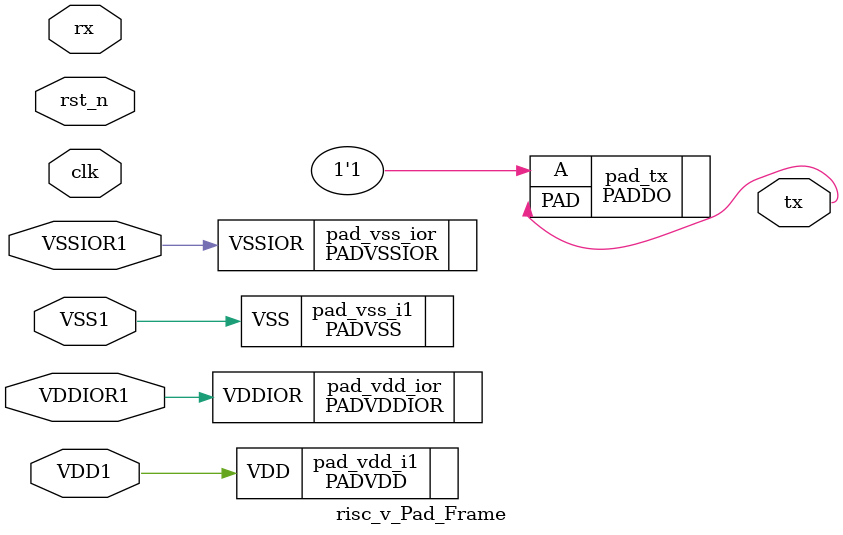
<source format=v>


// Verification Directory fv/risc_v_Pad_Frame 

module risc_v_Pad_Frame(VDD1, VSS1, VDDIOR1, VSSIOR1, clk, rst_n, rx, tx);
// synthesis_merge 
// merged rep risc_v_top_i/ex_mem_datapath_ffd_q_reg[2]
//    merge + risc_v_top_i/ex_mem_datapath_ffd_q_reg[34]
// merged rep risc_v_top_i/ex_mem_datapath_ffd_q_reg[3]
//    merge + risc_v_top_i/ex_mem_datapath_ffd_q_reg[35]
// merged rep risc_v_top_i/ex_mem_datapath_ffd_q_reg[4]
//    merge + risc_v_top_i/ex_mem_datapath_ffd_q_reg[36]
// merged rep risc_v_top_i/ex_mem_datapath_ffd_q_reg[5]
//    merge + risc_v_top_i/ex_mem_datapath_ffd_q_reg[37]
// merged rep risc_v_top_i/ex_mem_datapath_ffd_q_reg[6]
//    merge + risc_v_top_i/ex_mem_datapath_ffd_q_reg[38]
// merged rep risc_v_top_i/ex_mem_datapath_ffd_q_reg[7]
//    merge + risc_v_top_i/ex_mem_datapath_ffd_q_reg[39]
// merged rep risc_v_top_i/ex_mem_datapath_ffd_q_reg[8]
//    merge + risc_v_top_i/ex_mem_datapath_ffd_q_reg[40]
// merged rep risc_v_top_i/ex_mem_datapath_ffd_q_reg[9]
//    merge + risc_v_top_i/ex_mem_datapath_ffd_q_reg[41]
// merged rep risc_v_top_i/ex_mem_datapath_ffd_q_reg[10]
//    merge + risc_v_top_i/ex_mem_datapath_ffd_q_reg[42]
// merged rep risc_v_top_i/ex_mem_datapath_ffd_q_reg[11]
//    merge + risc_v_top_i/ex_mem_datapath_ffd_q_reg[43]
// merged rep risc_v_top_i/ex_mem_datapath_ffd_q_reg[12]
//    merge + risc_v_top_i/ex_mem_datapath_ffd_q_reg[44]
// merged rep risc_v_top_i/ex_mem_datapath_ffd_q_reg[13]
//    merge + risc_v_top_i/ex_mem_datapath_ffd_q_reg[45]
// merged rep risc_v_top_i/ex_mem_datapath_ffd_q_reg[14]
//    merge + risc_v_top_i/ex_mem_datapath_ffd_q_reg[46]
// merged rep risc_v_top_i/ex_mem_datapath_ffd_q_reg[15]
//    merge + risc_v_top_i/ex_mem_datapath_ffd_q_reg[47]
// merged rep risc_v_top_i/ex_mem_datapath_ffd_q_reg[16]
//    merge + risc_v_top_i/ex_mem_datapath_ffd_q_reg[48]
// merged rep risc_v_top_i/ex_mem_datapath_ffd_q_reg[17]
//    merge + risc_v_top_i/ex_mem_datapath_ffd_q_reg[49]
// merged rep risc_v_top_i/ex_mem_datapath_ffd_q_reg[18]
//    merge + risc_v_top_i/ex_mem_datapath_ffd_q_reg[50]
// merged rep risc_v_top_i/ex_mem_datapath_ffd_q_reg[19]
//    merge + risc_v_top_i/ex_mem_datapath_ffd_q_reg[51]
// merged rep risc_v_top_i/ex_mem_datapath_ffd_q_reg[20]
//    merge + risc_v_top_i/ex_mem_datapath_ffd_q_reg[52]
// merged rep risc_v_top_i/ex_mem_datapath_ffd_q_reg[21]
//    merge + risc_v_top_i/ex_mem_datapath_ffd_q_reg[53]
// merged rep risc_v_top_i/ex_mem_datapath_ffd_q_reg[22]
//    merge + risc_v_top_i/ex_mem_datapath_ffd_q_reg[54]
// merged rep risc_v_top_i/ex_mem_datapath_ffd_q_reg[23]
//    merge + risc_v_top_i/ex_mem_datapath_ffd_q_reg[55]
// merged rep risc_v_top_i/ex_mem_datapath_ffd_q_reg[24]
//    merge + risc_v_top_i/ex_mem_datapath_ffd_q_reg[56]
// merged rep risc_v_top_i/ex_mem_datapath_ffd_q_reg[25]
//    merge + risc_v_top_i/ex_mem_datapath_ffd_q_reg[57]
// merged rep risc_v_top_i/ex_mem_datapath_ffd_q_reg[26]
//    merge + risc_v_top_i/ex_mem_datapath_ffd_q_reg[58]
// merged rep risc_v_top_i/ex_mem_datapath_ffd_q_reg[27]
//    merge + risc_v_top_i/ex_mem_datapath_ffd_q_reg[59]
// merged rep risc_v_top_i/ex_mem_datapath_ffd_q_reg[28]
//    merge + risc_v_top_i/ex_mem_datapath_ffd_q_reg[60]
// merged rep risc_v_top_i/ex_mem_datapath_ffd_q_reg[29]
//    merge + risc_v_top_i/ex_mem_datapath_ffd_q_reg[61]
// merged rep risc_v_top_i/ex_mem_datapath_ffd_q_reg[30]
//    merge + risc_v_top_i/ex_mem_datapath_ffd_q_reg[62]
// merged rep risc_v_top_i/ex_mem_datapath_ffd_q_reg[31]
//    merge + risc_v_top_i/ex_mem_datapath_ffd_q_reg[63]
  input clk, rst_n, rx;
  output tx;
  inout VDD1, VSS1, VDDIOR1, VSSIOR1;
  wire clk, rst_n, rx;
  wire tx;
  wire VDD1, VSS1, VDDIOR1, VSSIOR1;
  wire [192:0] risc_v_top_i_id_ex_datapath_out;
  wire [205:0] risc_v_top_i_ex_mem_datapath_out;
  wire [13:0] risc_v_top_i_id_ex_controlpath_out;
  wire [63:0] risc_v_top_i_if_id_datapath_out;
  wire [31:0] risc_v_top_i_pc_out;
  wire [132:0] risc_v_top_i_mem_wb_datapath_out;
  wire [31:0] \risc_v_top_i_uart_IP_module_uart_val[3] ;
  wire [7:0] risc_v_top_i_uart_IP_module_rx_data;
  wire [31:0] \risc_v_top_i_uart_IP_module_uart_val[4] ;
  wire [31:0] \risc_v_top_i_uart_IP_module_uart_val[5] ;
  wire [31:0] \risc_v_top_i_uart_IP_module_uart_val[7] ;
  wire [12:0] risc_v_top_i_uart_IP_module_UART_full_duplex_rx_uart_BR_pulse_count;
  wire [3:0] risc_v_top_i_uart_IP_module_UART_full_duplex_rx_uart_count_bits_w;
  wire [2:0] risc_v_top_i_uart_IP_module_UART_full_duplex_rx_uart_FSM_Rx_Rx_state;
  wire [8:0] risc_v_top_i_uart_IP_module_UART_full_duplex_rx_uart_Q_SR_w;
  wire [17:0] risc_v_top_i_uart_IP_module_UART_full_duplex_tx_uart_delay_5ms_cuenta;
  wire UNCONNECTED, UNCONNECTED0, UNCONNECTED1, UNCONNECTED2, UNCONNECTED3, UNCONNECTED4, UNCONNECTED5, UNCONNECTED6;
  wire UNCONNECTED7, UNCONNECTED8, UNCONNECTED9, UNCONNECTED10, UNCONNECTED11, UNCONNECTED12, UNCONNECTED13, UNCONNECTED14;
  wire UNCONNECTED15, UNCONNECTED16, UNCONNECTED17, UNCONNECTED18, UNCONNECTED19, UNCONNECTED20, UNCONNECTED21, UNCONNECTED22;
  wire UNCONNECTED23, UNCONNECTED24, UNCONNECTED25, UNCONNECTED26, UNCONNECTED27, UNCONNECTED28, UNCONNECTED29, UNCONNECTED30;
  wire UNCONNECTED31, UNCONNECTED32, UNCONNECTED33, UNCONNECTED34, UNCONNECTED35, UNCONNECTED36, UNCONNECTED37, UNCONNECTED38;
  wire UNCONNECTED39, UNCONNECTED40, UNCONNECTED41, UNCONNECTED42, UNCONNECTED43, UNCONNECTED44, UNCONNECTED45, UNCONNECTED46;
  wire UNCONNECTED47, UNCONNECTED48, UNCONNECTED49, UNCONNECTED50, UNCONNECTED51, UNCONNECTED52, UNCONNECTED53, UNCONNECTED54;
  wire UNCONNECTED55, UNCONNECTED56, UNCONNECTED57, UNCONNECTED58, UNCONNECTED59, UNCONNECTED60, UNCONNECTED61, UNCONNECTED62;
  wire UNCONNECTED63, UNCONNECTED64, UNCONNECTED65, UNCONNECTED66, UNCONNECTED67, UNCONNECTED68, UNCONNECTED69, UNCONNECTED70;
  wire UNCONNECTED71, UNCONNECTED72, UNCONNECTED73, UNCONNECTED74, UNCONNECTED75, UNCONNECTED76, UNCONNECTED77, UNCONNECTED78;
  wire UNCONNECTED79, UNCONNECTED80, UNCONNECTED81, UNCONNECTED82, UNCONNECTED83, UNCONNECTED84, UNCONNECTED85, UNCONNECTED86;
  wire UNCONNECTED87, UNCONNECTED88, UNCONNECTED89, UNCONNECTED90, UNCONNECTED91, UNCONNECTED92, UNCONNECTED93, UNCONNECTED94;
  wire UNCONNECTED95, UNCONNECTED96, UNCONNECTED97, UNCONNECTED98, UNCONNECTED99, UNCONNECTED100, UNCONNECTED101, UNCONNECTED102;
  wire UNCONNECTED103, UNCONNECTED104, UNCONNECTED105, UNCONNECTED106, UNCONNECTED107, UNCONNECTED108, UNCONNECTED109, UNCONNECTED110;
  wire UNCONNECTED111, UNCONNECTED112, UNCONNECTED113, UNCONNECTED114, UNCONNECTED115, UNCONNECTED116, UNCONNECTED117, UNCONNECTED118;
  wire UNCONNECTED119, UNCONNECTED120, UNCONNECTED121, UNCONNECTED122, UNCONNECTED123, UNCONNECTED124, UNCONNECTED125, UNCONNECTED126;
  wire UNCONNECTED127, UNCONNECTED128, UNCONNECTED129, UNCONNECTED130, UNCONNECTED131, UNCONNECTED132, UNCONNECTED133, UNCONNECTED134;
  wire UNCONNECTED135, UNCONNECTED136, UNCONNECTED137, UNCONNECTED138, UNCONNECTED139, UNCONNECTED140, UNCONNECTED141, UNCONNECTED142;
  wire UNCONNECTED143, UNCONNECTED144, UNCONNECTED145, UNCONNECTED146, UNCONNECTED147, UNCONNECTED148, UNCONNECTED149, UNCONNECTED150;
  wire UNCONNECTED151, UNCONNECTED152, UNCONNECTED153, UNCONNECTED154, UNCONNECTED155, UNCONNECTED156, UNCONNECTED157, UNCONNECTED158;
  wire UNCONNECTED159, UNCONNECTED160, UNCONNECTED161, UNCONNECTED162, UNCONNECTED163, UNCONNECTED164, UNCONNECTED165, UNCONNECTED166;
  wire UNCONNECTED167, UNCONNECTED168, UNCONNECTED169, UNCONNECTED170, UNCONNECTED171, UNCONNECTED172, UNCONNECTED173, UNCONNECTED174;
  wire UNCONNECTED175, UNCONNECTED176, UNCONNECTED177, UNCONNECTED178, UNCONNECTED179, UNCONNECTED180, UNCONNECTED181, UNCONNECTED182;
  wire UNCONNECTED183, UNCONNECTED184, UNCONNECTED185, UNCONNECTED186, UNCONNECTED187, UNCONNECTED188, UNCONNECTED189, UNCONNECTED190;
  wire UNCONNECTED191, UNCONNECTED192, UNCONNECTED193, UNCONNECTED194, UNCONNECTED195, UNCONNECTED196, UNCONNECTED197, UNCONNECTED198;
  wire UNCONNECTED199, UNCONNECTED200, UNCONNECTED201, UNCONNECTED202, UNCONNECTED203, UNCONNECTED204, UNCONNECTED205, UNCONNECTED206;
  wire UNCONNECTED207, UNCONNECTED208, UNCONNECTED209, UNCONNECTED210, UNCONNECTED211, UNCONNECTED212, UNCONNECTED213, UNCONNECTED214;
  wire UNCONNECTED215, UNCONNECTED216, UNCONNECTED217, UNCONNECTED218, UNCONNECTED219, UNCONNECTED220, UNCONNECTED221, UNCONNECTED222;
  wire UNCONNECTED223, UNCONNECTED224, UNCONNECTED225, UNCONNECTED226, UNCONNECTED227, UNCONNECTED228, UNCONNECTED229, UNCONNECTED230;
  wire UNCONNECTED231, UNCONNECTED232, UNCONNECTED233, UNCONNECTED234, UNCONNECTED235, UNCONNECTED236, UNCONNECTED237, UNCONNECTED238;
  wire UNCONNECTED239, UNCONNECTED240, UNCONNECTED241, UNCONNECTED242, UNCONNECTED243, UNCONNECTED244, UNCONNECTED245, UNCONNECTED246;
  wire UNCONNECTED247, UNCONNECTED248, UNCONNECTED249, UNCONNECTED250, UNCONNECTED251, UNCONNECTED252, UNCONNECTED253, UNCONNECTED254;
  wire UNCONNECTED255, UNCONNECTED256, UNCONNECTED257, UNCONNECTED258, UNCONNECTED259, UNCONNECTED260, UNCONNECTED261, UNCONNECTED262;
  wire UNCONNECTED263, UNCONNECTED264, UNCONNECTED265, UNCONNECTED266, UNCONNECTED267, UNCONNECTED268, UNCONNECTED269, UNCONNECTED270;
  wire UNCONNECTED271, UNCONNECTED272, UNCONNECTED273, UNCONNECTED274, UNCONNECTED275, UNCONNECTED276, UNCONNECTED277, UNCONNECTED278;
  wire UNCONNECTED279, UNCONNECTED280, UNCONNECTED281, UNCONNECTED282, UNCONNECTED283, UNCONNECTED284, UNCONNECTED285, UNCONNECTED286;
  wire UNCONNECTED287, UNCONNECTED288, UNCONNECTED289, UNCONNECTED290, UNCONNECTED291, UNCONNECTED292, UNCONNECTED293, UNCONNECTED294;
  wire UNCONNECTED295, UNCONNECTED296, UNCONNECTED297, UNCONNECTED298, UNCONNECTED299, UNCONNECTED300, UNCONNECTED301, UNCONNECTED302;
  wire UNCONNECTED303, UNCONNECTED304, UNCONNECTED305, UNCONNECTED306, UNCONNECTED307, UNCONNECTED308, UNCONNECTED309, UNCONNECTED310;
  wire UNCONNECTED311, UNCONNECTED312, UNCONNECTED313, UNCONNECTED314, UNCONNECTED315, UNCONNECTED316, UNCONNECTED317, UNCONNECTED318;
  wire UNCONNECTED319, UNCONNECTED320, UNCONNECTED321, UNCONNECTED322, UNCONNECTED323, UNCONNECTED324, UNCONNECTED325, UNCONNECTED326;
  wire UNCONNECTED327, UNCONNECTED328, UNCONNECTED329, UNCONNECTED330, UNCONNECTED331, UNCONNECTED332, UNCONNECTED333, UNCONNECTED334;
  wire UNCONNECTED335, UNCONNECTED336, UNCONNECTED337, UNCONNECTED338, UNCONNECTED339, UNCONNECTED340, UNCONNECTED341, UNCONNECTED342;
  wire UNCONNECTED343, UNCONNECTED344, UNCONNECTED345, UNCONNECTED346, UNCONNECTED347, UNCONNECTED348, UNCONNECTED349, UNCONNECTED350;
  wire UNCONNECTED351, UNCONNECTED352, UNCONNECTED353, UNCONNECTED354, UNCONNECTED355, UNCONNECTED356, UNCONNECTED357, UNCONNECTED358;
  wire UNCONNECTED359, UNCONNECTED360, UNCONNECTED361, UNCONNECTED362, UNCONNECTED363, UNCONNECTED364, UNCONNECTED365, UNCONNECTED366;
  wire UNCONNECTED367, UNCONNECTED368, UNCONNECTED369, UNCONNECTED370, UNCONNECTED371, UNCONNECTED372, UNCONNECTED373, UNCONNECTED374;
  wire UNCONNECTED375, UNCONNECTED376, UNCONNECTED377, UNCONNECTED378, UNCONNECTED379, UNCONNECTED380, UNCONNECTED381, UNCONNECTED382;
  wire UNCONNECTED383, UNCONNECTED384, UNCONNECTED385, UNCONNECTED386, UNCONNECTED387, UNCONNECTED388, UNCONNECTED389, UNCONNECTED390;
  wire UNCONNECTED391, UNCONNECTED392, UNCONNECTED393, UNCONNECTED394, UNCONNECTED395, UNCONNECTED396, UNCONNECTED397, UNCONNECTED398;
  wire UNCONNECTED399, UNCONNECTED400, UNCONNECTED401, UNCONNECTED402, UNCONNECTED403, UNCONNECTED404, UNCONNECTED405, UNCONNECTED406;
  wire UNCONNECTED407, UNCONNECTED408, UNCONNECTED409, UNCONNECTED410, UNCONNECTED411, UNCONNECTED412, UNCONNECTED413, UNCONNECTED414;
  wire UNCONNECTED415, UNCONNECTED416, UNCONNECTED417, UNCONNECTED418, UNCONNECTED419, UNCONNECTED420, UNCONNECTED421, UNCONNECTED422;
  wire UNCONNECTED423, UNCONNECTED424, UNCONNECTED425, UNCONNECTED426, UNCONNECTED427, UNCONNECTED428, UNCONNECTED429, UNCONNECTED430;
  wire UNCONNECTED431, UNCONNECTED432, UNCONNECTED433, UNCONNECTED434, UNCONNECTED435, UNCONNECTED436, UNCONNECTED437, UNCONNECTED438;
  wire UNCONNECTED439, UNCONNECTED440, UNCONNECTED441, UNCONNECTED442, UNCONNECTED443, UNCONNECTED444, UNCONNECTED445, UNCONNECTED446;
  wire UNCONNECTED447, UNCONNECTED448, UNCONNECTED449, UNCONNECTED450, UNCONNECTED451, UNCONNECTED452, UNCONNECTED453, UNCONNECTED454;
  wire UNCONNECTED455, UNCONNECTED456, UNCONNECTED457, UNCONNECTED458, UNCONNECTED459, UNCONNECTED460, UNCONNECTED461, UNCONNECTED462;
  wire UNCONNECTED463, UNCONNECTED464, UNCONNECTED465, UNCONNECTED466, UNCONNECTED467, UNCONNECTED468, UNCONNECTED469, UNCONNECTED470;
  wire UNCONNECTED471, UNCONNECTED472, UNCONNECTED473, UNCONNECTED474, UNCONNECTED475, UNCONNECTED476, UNCONNECTED477, UNCONNECTED478;
  wire UNCONNECTED479, UNCONNECTED480, UNCONNECTED481, UNCONNECTED482, UNCONNECTED483, UNCONNECTED484, UNCONNECTED485, UNCONNECTED486;
  wire UNCONNECTED487, UNCONNECTED488, UNCONNECTED489, UNCONNECTED490, UNCONNECTED491, UNCONNECTED492, UNCONNECTED493, UNCONNECTED494;
  wire UNCONNECTED495, UNCONNECTED496, UNCONNECTED497, UNCONNECTED498, UNCONNECTED499, UNCONNECTED500, UNCONNECTED501, UNCONNECTED502;
  wire UNCONNECTED503, UNCONNECTED504, UNCONNECTED505, UNCONNECTED506, UNCONNECTED507, UNCONNECTED508, UNCONNECTED509, UNCONNECTED510;
  wire UNCONNECTED511, UNCONNECTED512, UNCONNECTED513, UNCONNECTED514, UNCONNECTED515, UNCONNECTED516, UNCONNECTED517, UNCONNECTED518;
  wire UNCONNECTED519, UNCONNECTED520, UNCONNECTED521, UNCONNECTED522, UNCONNECTED523, UNCONNECTED524, UNCONNECTED525, UNCONNECTED526;
  wire UNCONNECTED527, UNCONNECTED528, UNCONNECTED529, UNCONNECTED530, UNCONNECTED531, UNCONNECTED532, UNCONNECTED533, UNCONNECTED534;
  wire UNCONNECTED535, UNCONNECTED536, UNCONNECTED537, UNCONNECTED538, UNCONNECTED539, UNCONNECTED540, UNCONNECTED541, UNCONNECTED542;
  wire UNCONNECTED543, UNCONNECTED544, UNCONNECTED545, UNCONNECTED546, UNCONNECTED547, UNCONNECTED548, UNCONNECTED549, UNCONNECTED550;
  wire UNCONNECTED551, UNCONNECTED552, UNCONNECTED553, UNCONNECTED554, UNCONNECTED555, UNCONNECTED556, UNCONNECTED557, UNCONNECTED558;
  wire UNCONNECTED559, UNCONNECTED560, UNCONNECTED561, UNCONNECTED562, UNCONNECTED563, UNCONNECTED564, UNCONNECTED565, UNCONNECTED566;
  wire UNCONNECTED567, UNCONNECTED568, UNCONNECTED569, UNCONNECTED570, UNCONNECTED571, UNCONNECTED572, UNCONNECTED573, UNCONNECTED574;
  wire UNCONNECTED575, UNCONNECTED576, UNCONNECTED577, UNCONNECTED578, UNCONNECTED579, UNCONNECTED580, UNCONNECTED581, UNCONNECTED582;
  wire UNCONNECTED583, UNCONNECTED584, UNCONNECTED585, UNCONNECTED586, UNCONNECTED587, UNCONNECTED588, UNCONNECTED589, UNCONNECTED590;
  wire UNCONNECTED591, UNCONNECTED592, UNCONNECTED593, UNCONNECTED594, UNCONNECTED595, UNCONNECTED596, UNCONNECTED597, UNCONNECTED598;
  wire UNCONNECTED599, UNCONNECTED600, UNCONNECTED601, UNCONNECTED602, UNCONNECTED603, UNCONNECTED604, UNCONNECTED605, UNCONNECTED606;
  wire UNCONNECTED607, UNCONNECTED608, UNCONNECTED609, UNCONNECTED610, UNCONNECTED611, UNCONNECTED612, UNCONNECTED613, UNCONNECTED614;
  wire UNCONNECTED615, UNCONNECTED616, UNCONNECTED617, UNCONNECTED618, UNCONNECTED619, UNCONNECTED620, UNCONNECTED621, UNCONNECTED622;
  wire UNCONNECTED623, UNCONNECTED624, UNCONNECTED625, UNCONNECTED626, UNCONNECTED627, UNCONNECTED628, UNCONNECTED629, UNCONNECTED630;
  wire UNCONNECTED631, UNCONNECTED632, UNCONNECTED633, UNCONNECTED634, UNCONNECTED635, UNCONNECTED636, UNCONNECTED637, UNCONNECTED638;
  wire UNCONNECTED639, UNCONNECTED640, UNCONNECTED641, UNCONNECTED642, UNCONNECTED643, UNCONNECTED644, UNCONNECTED645, UNCONNECTED646;
  wire UNCONNECTED647, UNCONNECTED648, UNCONNECTED649, UNCONNECTED650, UNCONNECTED651, UNCONNECTED652, UNCONNECTED653, UNCONNECTED654;
  wire UNCONNECTED655, UNCONNECTED656, UNCONNECTED657, UNCONNECTED658, UNCONNECTED659, UNCONNECTED660, UNCONNECTED661, UNCONNECTED662;
  wire UNCONNECTED663, UNCONNECTED664, UNCONNECTED665, UNCONNECTED666, UNCONNECTED667, UNCONNECTED668, UNCONNECTED669, UNCONNECTED670;
  wire UNCONNECTED671, UNCONNECTED672, UNCONNECTED673, UNCONNECTED674, UNCONNECTED675, UNCONNECTED676, UNCONNECTED677, UNCONNECTED678;
  wire UNCONNECTED679, UNCONNECTED680, UNCONNECTED681, UNCONNECTED682, UNCONNECTED683, UNCONNECTED684, UNCONNECTED685, UNCONNECTED686;
  wire UNCONNECTED687, UNCONNECTED688, UNCONNECTED689, UNCONNECTED690, UNCONNECTED691, UNCONNECTED692, UNCONNECTED693, UNCONNECTED694;
  wire UNCONNECTED695, UNCONNECTED696, UNCONNECTED697, UNCONNECTED698, UNCONNECTED699, UNCONNECTED700, UNCONNECTED701, UNCONNECTED702;
  wire UNCONNECTED703, UNCONNECTED704, UNCONNECTED705, UNCONNECTED706, UNCONNECTED707, UNCONNECTED708, UNCONNECTED709, UNCONNECTED710;
  wire UNCONNECTED711, UNCONNECTED712, UNCONNECTED713, UNCONNECTED714, UNCONNECTED715, UNCONNECTED716, UNCONNECTED717, UNCONNECTED718;
  wire UNCONNECTED719, UNCONNECTED720, UNCONNECTED721, UNCONNECTED722, UNCONNECTED723, UNCONNECTED724, UNCONNECTED725, UNCONNECTED726;
  wire UNCONNECTED727, UNCONNECTED728, UNCONNECTED729, UNCONNECTED730, UNCONNECTED731, UNCONNECTED732, UNCONNECTED733, UNCONNECTED734;
  wire UNCONNECTED735, UNCONNECTED736, UNCONNECTED737, UNCONNECTED738, UNCONNECTED739, UNCONNECTED740, UNCONNECTED741, UNCONNECTED742;
  wire UNCONNECTED743, UNCONNECTED744, UNCONNECTED745, UNCONNECTED746, UNCONNECTED747, UNCONNECTED748, UNCONNECTED749, UNCONNECTED750;
  wire UNCONNECTED751, UNCONNECTED752, UNCONNECTED753, UNCONNECTED754, UNCONNECTED755, UNCONNECTED756, UNCONNECTED757, UNCONNECTED758;
  wire UNCONNECTED759, UNCONNECTED760, UNCONNECTED761, UNCONNECTED762, UNCONNECTED763, UNCONNECTED764, UNCONNECTED765, UNCONNECTED766;
  wire UNCONNECTED767, UNCONNECTED768, UNCONNECTED769, UNCONNECTED770, UNCONNECTED771, UNCONNECTED772, UNCONNECTED773, UNCONNECTED774;
  wire UNCONNECTED775, UNCONNECTED776, UNCONNECTED777, UNCONNECTED778, UNCONNECTED779, UNCONNECTED780, UNCONNECTED781, UNCONNECTED782;
  wire UNCONNECTED783, UNCONNECTED784, UNCONNECTED785, UNCONNECTED786, UNCONNECTED787, UNCONNECTED788, UNCONNECTED789, UNCONNECTED790;
  wire UNCONNECTED791, UNCONNECTED792, UNCONNECTED793, UNCONNECTED794, UNCONNECTED795, UNCONNECTED796, UNCONNECTED797, UNCONNECTED798;
  wire UNCONNECTED799, UNCONNECTED800, UNCONNECTED801, UNCONNECTED802, UNCONNECTED803, UNCONNECTED804, UNCONNECTED805, UNCONNECTED806;
  wire UNCONNECTED807, UNCONNECTED808, UNCONNECTED809, UNCONNECTED810, UNCONNECTED811, UNCONNECTED812, UNCONNECTED813, UNCONNECTED814;
  wire UNCONNECTED815, UNCONNECTED816, UNCONNECTED817, UNCONNECTED818, UNCONNECTED819, UNCONNECTED820, UNCONNECTED821, UNCONNECTED822;
  wire UNCONNECTED823, UNCONNECTED824, UNCONNECTED825, UNCONNECTED826, UNCONNECTED827, UNCONNECTED828, UNCONNECTED829, UNCONNECTED830;
  wire UNCONNECTED831, UNCONNECTED832, UNCONNECTED833, UNCONNECTED834, UNCONNECTED835, UNCONNECTED836, UNCONNECTED837, UNCONNECTED838;
  wire UNCONNECTED839, UNCONNECTED840, UNCONNECTED841, UNCONNECTED842, UNCONNECTED843, UNCONNECTED844, UNCONNECTED845, UNCONNECTED846;
  wire UNCONNECTED847, UNCONNECTED848, UNCONNECTED849, UNCONNECTED850, UNCONNECTED851, UNCONNECTED852, UNCONNECTED853, UNCONNECTED854;
  wire UNCONNECTED855, UNCONNECTED856, UNCONNECTED857, UNCONNECTED858, UNCONNECTED859, UNCONNECTED860, UNCONNECTED861, UNCONNECTED862;
  wire UNCONNECTED863, UNCONNECTED864, UNCONNECTED865, UNCONNECTED866, UNCONNECTED867, UNCONNECTED868, UNCONNECTED869, UNCONNECTED870;
  wire UNCONNECTED871, UNCONNECTED872, UNCONNECTED873, UNCONNECTED874, UNCONNECTED875, UNCONNECTED876, UNCONNECTED877, UNCONNECTED878;
  wire UNCONNECTED879, UNCONNECTED880, UNCONNECTED881, UNCONNECTED882, UNCONNECTED883, UNCONNECTED884, UNCONNECTED885, UNCONNECTED886;
  wire UNCONNECTED887, UNCONNECTED888, UNCONNECTED889, UNCONNECTED890, UNCONNECTED891, UNCONNECTED892, UNCONNECTED893, UNCONNECTED894;
  wire UNCONNECTED895, UNCONNECTED896, UNCONNECTED897, UNCONNECTED898, UNCONNECTED899, UNCONNECTED900, UNCONNECTED901, UNCONNECTED902;
  wire UNCONNECTED903, UNCONNECTED904, UNCONNECTED905, UNCONNECTED906, UNCONNECTED907, UNCONNECTED908, UNCONNECTED909, UNCONNECTED910;
  wire UNCONNECTED911, UNCONNECTED912, UNCONNECTED913, UNCONNECTED914, UNCONNECTED915, UNCONNECTED916, UNCONNECTED917, UNCONNECTED918;
  wire UNCONNECTED919, UNCONNECTED920, UNCONNECTED921, UNCONNECTED922, UNCONNECTED923, UNCONNECTED924, UNCONNECTED925, UNCONNECTED926;
  wire UNCONNECTED927, UNCONNECTED928, UNCONNECTED929, UNCONNECTED930, UNCONNECTED931, UNCONNECTED932, UNCONNECTED933, UNCONNECTED934;
  wire UNCONNECTED935, UNCONNECTED936, UNCONNECTED937, UNCONNECTED938, UNCONNECTED939, UNCONNECTED940, UNCONNECTED941, UNCONNECTED942;
  wire UNCONNECTED943, UNCONNECTED944, UNCONNECTED945, UNCONNECTED946, UNCONNECTED947, UNCONNECTED948, UNCONNECTED949, UNCONNECTED950;
  wire UNCONNECTED951, UNCONNECTED952, UNCONNECTED953, UNCONNECTED954, UNCONNECTED955, UNCONNECTED956, UNCONNECTED957, UNCONNECTED958;
  wire UNCONNECTED959, UNCONNECTED960, UNCONNECTED961, UNCONNECTED962, UNCONNECTED963, UNCONNECTED964, UNCONNECTED965, UNCONNECTED966;
  wire UNCONNECTED967, UNCONNECTED968, UNCONNECTED969, UNCONNECTED970, UNCONNECTED971, UNCONNECTED972, UNCONNECTED973, UNCONNECTED974;
  wire UNCONNECTED975, UNCONNECTED976, UNCONNECTED977, UNCONNECTED978, UNCONNECTED979, UNCONNECTED980, UNCONNECTED981, UNCONNECTED982;
  wire UNCONNECTED983, UNCONNECTED984, UNCONNECTED985, UNCONNECTED986, UNCONNECTED987, UNCONNECTED988, UNCONNECTED989, UNCONNECTED990;
  wire UNCONNECTED991, UNCONNECTED992, UNCONNECTED993, UNCONNECTED994, UNCONNECTED995, UNCONNECTED996, UNCONNECTED997, UNCONNECTED998;
  wire UNCONNECTED999, UNCONNECTED1000, UNCONNECTED1001, UNCONNECTED1002, UNCONNECTED1003, UNCONNECTED1004, UNCONNECTED1005, UNCONNECTED1006;
  wire UNCONNECTED1007, UNCONNECTED1008, UNCONNECTED1009, UNCONNECTED1010, UNCONNECTED1011, UNCONNECTED1012, UNCONNECTED1013, UNCONNECTED1014;
  wire UNCONNECTED1015, UNCONNECTED1016, UNCONNECTED1017, UNCONNECTED1018, UNCONNECTED1019, UNCONNECTED1020, UNCONNECTED1021, UNCONNECTED1022;
  wire UNCONNECTED1023, UNCONNECTED1024, UNCONNECTED1025, UNCONNECTED1026, UNCONNECTED1027, UNCONNECTED1028, UNCONNECTED1029, UNCONNECTED1030;
  wire UNCONNECTED1031, UNCONNECTED1032, UNCONNECTED1033, UNCONNECTED1034, UNCONNECTED1035, UNCONNECTED1036, UNCONNECTED1037, UNCONNECTED1038;
  wire UNCONNECTED1039, UNCONNECTED1040, UNCONNECTED1041, UNCONNECTED1042, UNCONNECTED1043, UNCONNECTED1044, UNCONNECTED1045, UNCONNECTED1046;
  wire UNCONNECTED1047, UNCONNECTED1048, UNCONNECTED1049, UNCONNECTED1050, UNCONNECTED1051, UNCONNECTED1052, UNCONNECTED1053, UNCONNECTED1054;
  wire UNCONNECTED1055, UNCONNECTED1056, UNCONNECTED1057, UNCONNECTED1058, UNCONNECTED1059, UNCONNECTED1060, UNCONNECTED1061, UNCONNECTED1062;
  wire UNCONNECTED1063, UNCONNECTED1064, UNCONNECTED1065, UNCONNECTED1066, UNCONNECTED1067, UNCONNECTED1068, UNCONNECTED1069, UNCONNECTED1070;
  wire UNCONNECTED1071, UNCONNECTED1072, UNCONNECTED1073, UNCONNECTED1074, UNCONNECTED1075, UNCONNECTED1076, UNCONNECTED1077, UNCONNECTED1078;
  wire UNCONNECTED1079, UNCONNECTED1080, UNCONNECTED1081, UNCONNECTED1082, UNCONNECTED1083, UNCONNECTED1084, UNCONNECTED1085, UNCONNECTED1086;
  wire UNCONNECTED1087, UNCONNECTED1088, UNCONNECTED1089, UNCONNECTED1090, UNCONNECTED1091, UNCONNECTED1092, UNCONNECTED1093, UNCONNECTED1094;
  wire UNCONNECTED1095, UNCONNECTED1096, UNCONNECTED1097, UNCONNECTED1098, UNCONNECTED1099, UNCONNECTED1100, UNCONNECTED1101, UNCONNECTED1102;
  wire UNCONNECTED1103, UNCONNECTED1104, UNCONNECTED1105, UNCONNECTED1106, UNCONNECTED1107, UNCONNECTED1108, UNCONNECTED1109, UNCONNECTED1110;
  wire UNCONNECTED1111, UNCONNECTED1112, UNCONNECTED1113, UNCONNECTED1114, UNCONNECTED1115, UNCONNECTED1116, UNCONNECTED1117, UNCONNECTED1118;
  wire UNCONNECTED1119, UNCONNECTED1120, UNCONNECTED1121, UNCONNECTED1122, UNCONNECTED1123, UNCONNECTED1124, UNCONNECTED1125, UNCONNECTED1126;
  wire UNCONNECTED1127, UNCONNECTED1128, UNCONNECTED1129, UNCONNECTED1130, UNCONNECTED1131, UNCONNECTED1132, UNCONNECTED1133, UNCONNECTED1134;
  wire UNCONNECTED1135, UNCONNECTED1136, UNCONNECTED1137, UNCONNECTED1138, UNCONNECTED1139, UNCONNECTED1140, UNCONNECTED1141, UNCONNECTED1142;
  wire UNCONNECTED1143, UNCONNECTED1144, UNCONNECTED1145, UNCONNECTED1146, UNCONNECTED1147, UNCONNECTED1148, UNCONNECTED1149, UNCONNECTED1150;
  wire UNCONNECTED1151, UNCONNECTED1152, UNCONNECTED1153, UNCONNECTED1154, UNCONNECTED1155, UNCONNECTED1156, UNCONNECTED1157, UNCONNECTED1158;
  wire UNCONNECTED1159, UNCONNECTED1160, UNCONNECTED1161, UNCONNECTED1162, UNCONNECTED1163, UNCONNECTED1164, UNCONNECTED1165, UNCONNECTED1166;
  wire UNCONNECTED1167, UNCONNECTED1168, UNCONNECTED1169, UNCONNECTED1170, UNCONNECTED1171, UNCONNECTED1172, UNCONNECTED1173, UNCONNECTED1174;
  wire UNCONNECTED1175, UNCONNECTED1176, UNCONNECTED1177, UNCONNECTED1178, UNCONNECTED1179, UNCONNECTED1180, UNCONNECTED1181, UNCONNECTED1182;
  wire UNCONNECTED1183, UNCONNECTED1184, UNCONNECTED1185, UNCONNECTED1186, UNCONNECTED1187, UNCONNECTED1188, UNCONNECTED1189, UNCONNECTED1190;
  wire UNCONNECTED1191, UNCONNECTED1192, UNCONNECTED1193, UNCONNECTED1194, UNCONNECTED1195, UNCONNECTED1196, UNCONNECTED1197, UNCONNECTED1198;
  wire UNCONNECTED1199, UNCONNECTED1200, UNCONNECTED1201, UNCONNECTED1202, UNCONNECTED1203, UNCONNECTED1204, UNCONNECTED1205, UNCONNECTED1206;
  wire UNCONNECTED1207, UNCONNECTED1208, UNCONNECTED1209, UNCONNECTED1210, UNCONNECTED1211, UNCONNECTED1212, UNCONNECTED1213, UNCONNECTED1214;
  wire UNCONNECTED1215, UNCONNECTED1216, UNCONNECTED1217, UNCONNECTED1218, UNCONNECTED1219, UNCONNECTED1220, UNCONNECTED1221, UNCONNECTED1222;
  wire UNCONNECTED1223, UNCONNECTED1224, UNCONNECTED1225, UNCONNECTED1226, UNCONNECTED1227, UNCONNECTED1228, UNCONNECTED1229, UNCONNECTED1230;
  wire UNCONNECTED1231, UNCONNECTED1232, UNCONNECTED1233, UNCONNECTED1234, UNCONNECTED1235, UNCONNECTED1236, UNCONNECTED1237, UNCONNECTED1238;
  wire UNCONNECTED1239, UNCONNECTED1240, UNCONNECTED1241, UNCONNECTED1242, UNCONNECTED1243, UNCONNECTED1244, UNCONNECTED1245, UNCONNECTED1246;
  wire UNCONNECTED1247, UNCONNECTED1248, UNCONNECTED1249, UNCONNECTED1250, UNCONNECTED1251, UNCONNECTED1252, UNCONNECTED1253, UNCONNECTED1254;
  wire UNCONNECTED1255, UNCONNECTED1256, UNCONNECTED1257, UNCONNECTED1258, UNCONNECTED1259, UNCONNECTED1260, UNCONNECTED1261, UNCONNECTED1262;
  wire UNCONNECTED1263, UNCONNECTED1264, UNCONNECTED1265, UNCONNECTED1266, UNCONNECTED1267, UNCONNECTED1268, UNCONNECTED1269, UNCONNECTED1270;
  wire UNCONNECTED1271, UNCONNECTED1272, UNCONNECTED1273, UNCONNECTED1274, UNCONNECTED1275, UNCONNECTED1276, UNCONNECTED1277, UNCONNECTED1278;
  wire UNCONNECTED1279, UNCONNECTED1280, UNCONNECTED1281, UNCONNECTED1282, UNCONNECTED1283, UNCONNECTED1284, UNCONNECTED1285, UNCONNECTED1286;
  wire UNCONNECTED1287, UNCONNECTED1288, UNCONNECTED1289, UNCONNECTED1290, UNCONNECTED1291, UNCONNECTED1292, UNCONNECTED1293, UNCONNECTED1294;
  wire UNCONNECTED1295, UNCONNECTED1296, UNCONNECTED1297, UNCONNECTED1298, UNCONNECTED1299, UNCONNECTED1300, UNCONNECTED1301, UNCONNECTED1302;
  wire UNCONNECTED1303, UNCONNECTED1304, UNCONNECTED1305, UNCONNECTED1306, UNCONNECTED1307, UNCONNECTED1308, UNCONNECTED1309, UNCONNECTED1310;
  wire UNCONNECTED1311, UNCONNECTED1312, UNCONNECTED1313, UNCONNECTED1314, UNCONNECTED1315, UNCONNECTED1316, UNCONNECTED1317, UNCONNECTED1318;
  wire UNCONNECTED1319, UNCONNECTED1320, UNCONNECTED1321, UNCONNECTED1322, UNCONNECTED1323, UNCONNECTED1324, UNCONNECTED1325, UNCONNECTED1326;
  wire UNCONNECTED1327, UNCONNECTED1328, UNCONNECTED1329, UNCONNECTED1330, UNCONNECTED1331, UNCONNECTED1332, UNCONNECTED1333, UNCONNECTED1334;
  wire UNCONNECTED1335, UNCONNECTED1336, UNCONNECTED1337, UNCONNECTED1338, UNCONNECTED1339, UNCONNECTED1340, UNCONNECTED1341, UNCONNECTED1342;
  wire UNCONNECTED1343, UNCONNECTED1344, UNCONNECTED1345, UNCONNECTED1346, UNCONNECTED1347, UNCONNECTED1348, UNCONNECTED1349, UNCONNECTED1350;
  wire UNCONNECTED1351, UNCONNECTED1352, UNCONNECTED1353, UNCONNECTED1354, UNCONNECTED1355, UNCONNECTED1356, UNCONNECTED1357, UNCONNECTED1358;
  wire UNCONNECTED1359, UNCONNECTED1360, UNCONNECTED1361, UNCONNECTED1362, UNCONNECTED1363, UNCONNECTED1364, UNCONNECTED1365, UNCONNECTED1366;
  wire UNCONNECTED1367, UNCONNECTED1368, UNCONNECTED1369, UNCONNECTED1370, UNCONNECTED1371, UNCONNECTED1372, UNCONNECTED1373, UNCONNECTED1374;
  wire UNCONNECTED1375, UNCONNECTED1376, UNCONNECTED1377, UNCONNECTED1378, UNCONNECTED1379, UNCONNECTED1380, UNCONNECTED1381, UNCONNECTED1382;
  wire UNCONNECTED1383, UNCONNECTED1384, UNCONNECTED1385, UNCONNECTED1386, UNCONNECTED1387, UNCONNECTED1388, UNCONNECTED1389, UNCONNECTED1390;
  wire UNCONNECTED1391, UNCONNECTED1392, UNCONNECTED1393, UNCONNECTED1394, UNCONNECTED1395, UNCONNECTED1396, UNCONNECTED1397, UNCONNECTED1398;
  wire UNCONNECTED1399, UNCONNECTED1400, UNCONNECTED1401, UNCONNECTED1402, UNCONNECTED1403, UNCONNECTED1404, UNCONNECTED1405, UNCONNECTED1406;
  wire UNCONNECTED1407, UNCONNECTED1408, UNCONNECTED1409, UNCONNECTED1410, UNCONNECTED1411, UNCONNECTED1412, UNCONNECTED1413, UNCONNECTED1414;
  wire UNCONNECTED1415, UNCONNECTED1416, UNCONNECTED1417, UNCONNECTED1418, UNCONNECTED1419, UNCONNECTED1420, UNCONNECTED1421, UNCONNECTED1422;
  wire UNCONNECTED1423, UNCONNECTED1424, UNCONNECTED1425, UNCONNECTED1426, UNCONNECTED1427, UNCONNECTED1428, UNCONNECTED1429, UNCONNECTED1430;
  wire UNCONNECTED1431, UNCONNECTED1432, UNCONNECTED1433, UNCONNECTED1434, UNCONNECTED1435, UNCONNECTED1436, UNCONNECTED1437, UNCONNECTED1438;
  wire UNCONNECTED1439, UNCONNECTED1440, UNCONNECTED1441, UNCONNECTED1442, UNCONNECTED1443, UNCONNECTED1444, UNCONNECTED1445, UNCONNECTED1446;
  wire UNCONNECTED1447, UNCONNECTED1448, UNCONNECTED1449, UNCONNECTED1450, UNCONNECTED1451, UNCONNECTED1452, UNCONNECTED1453, UNCONNECTED1454;
  wire UNCONNECTED1455, UNCONNECTED1456, UNCONNECTED1457, UNCONNECTED1458, UNCONNECTED1459, UNCONNECTED1460, UNCONNECTED1461, UNCONNECTED1462;
  wire UNCONNECTED1463, UNCONNECTED1464, UNCONNECTED1465, UNCONNECTED1466, UNCONNECTED1467, UNCONNECTED1468, UNCONNECTED1469, UNCONNECTED1470;
  wire UNCONNECTED1471, UNCONNECTED1472, UNCONNECTED1473, UNCONNECTED1474, UNCONNECTED1475, UNCONNECTED1476, UNCONNECTED1477, UNCONNECTED1478;
  wire UNCONNECTED1479, UNCONNECTED1480, UNCONNECTED1481, UNCONNECTED1482, UNCONNECTED1483, UNCONNECTED1484, UNCONNECTED1485, UNCONNECTED1486;
  wire UNCONNECTED1487, UNCONNECTED1488, UNCONNECTED1489, UNCONNECTED1490, UNCONNECTED1491, UNCONNECTED1492, UNCONNECTED1493, UNCONNECTED1494;
  wire UNCONNECTED1495, UNCONNECTED1496, UNCONNECTED1497, UNCONNECTED1498, UNCONNECTED1499, UNCONNECTED1500, UNCONNECTED1501, UNCONNECTED1502;
  wire UNCONNECTED1503, UNCONNECTED1504, UNCONNECTED1505, UNCONNECTED1506, UNCONNECTED1507, UNCONNECTED1508, UNCONNECTED1509, UNCONNECTED1510;
  wire UNCONNECTED1511, UNCONNECTED1512, UNCONNECTED1513, UNCONNECTED1514, UNCONNECTED1515, UNCONNECTED1516, UNCONNECTED1517, UNCONNECTED1518;
  wire UNCONNECTED1519, UNCONNECTED1520, UNCONNECTED1521, UNCONNECTED1522, UNCONNECTED1523, UNCONNECTED1524, UNCONNECTED1525, UNCONNECTED1526;
  wire UNCONNECTED1527, UNCONNECTED1528, UNCONNECTED1529, UNCONNECTED1530, UNCONNECTED1531, UNCONNECTED1532, UNCONNECTED1533, UNCONNECTED1534;
  wire UNCONNECTED1535, UNCONNECTED1536, UNCONNECTED1537, UNCONNECTED1538, UNCONNECTED1539, UNCONNECTED1540, UNCONNECTED1541, UNCONNECTED1542;
  wire UNCONNECTED1543, UNCONNECTED1544, UNCONNECTED1545, UNCONNECTED1546, UNCONNECTED1547, UNCONNECTED1548, UNCONNECTED1549, UNCONNECTED1550;
  wire UNCONNECTED1551, UNCONNECTED1552, UNCONNECTED1553, UNCONNECTED1554, UNCONNECTED1555, UNCONNECTED1556, UNCONNECTED1557, UNCONNECTED1558;
  wire UNCONNECTED1559, UNCONNECTED1560, UNCONNECTED1561, UNCONNECTED1562, UNCONNECTED1563, UNCONNECTED1564, UNCONNECTED1565, UNCONNECTED1566;
  wire UNCONNECTED1567, UNCONNECTED1568, UNCONNECTED1569, UNCONNECTED1570, UNCONNECTED1571, UNCONNECTED1572, UNCONNECTED1573, UNCONNECTED1574;
  wire UNCONNECTED1575, UNCONNECTED1576, UNCONNECTED1577, UNCONNECTED1578, UNCONNECTED1579, UNCONNECTED1580, UNCONNECTED1581, UNCONNECTED1582;
  wire UNCONNECTED1583, UNCONNECTED1584, UNCONNECTED1585, UNCONNECTED1586, UNCONNECTED1587, UNCONNECTED1588, UNCONNECTED1589, UNCONNECTED1590;
  wire UNCONNECTED1591, UNCONNECTED1592, UNCONNECTED1593, UNCONNECTED1594, UNCONNECTED1595, UNCONNECTED1596, UNCONNECTED1597, UNCONNECTED1598;
  wire UNCONNECTED1599, UNCONNECTED1600, UNCONNECTED1601, UNCONNECTED1602, UNCONNECTED1603, UNCONNECTED1604, UNCONNECTED1605, UNCONNECTED1606;
  wire UNCONNECTED1607, UNCONNECTED1608, UNCONNECTED1609, UNCONNECTED1610, UNCONNECTED1611, UNCONNECTED1612, UNCONNECTED1613, UNCONNECTED1614;
  wire UNCONNECTED1615, UNCONNECTED1616, UNCONNECTED1617, UNCONNECTED1618, UNCONNECTED1619, UNCONNECTED1620, UNCONNECTED1621, UNCONNECTED1622;
  wire UNCONNECTED1623, UNCONNECTED1624, UNCONNECTED1625, UNCONNECTED1626, UNCONNECTED1627, UNCONNECTED1628, UNCONNECTED1629, UNCONNECTED1630;
  wire UNCONNECTED1631, UNCONNECTED1632, UNCONNECTED1633, UNCONNECTED1634, UNCONNECTED1635, UNCONNECTED1636, UNCONNECTED1637, UNCONNECTED1638;
  wire UNCONNECTED1639, UNCONNECTED1640, UNCONNECTED1641, UNCONNECTED1642, UNCONNECTED1643, UNCONNECTED1644, UNCONNECTED1645, UNCONNECTED1646;
  wire UNCONNECTED1647, UNCONNECTED1648, UNCONNECTED1649, UNCONNECTED1650, UNCONNECTED1651, UNCONNECTED1652, UNCONNECTED1653, UNCONNECTED1654;
  wire UNCONNECTED1655, UNCONNECTED1656, UNCONNECTED1657, UNCONNECTED1658, UNCONNECTED1659, UNCONNECTED1660, UNCONNECTED1661, UNCONNECTED1662;
  wire UNCONNECTED1663, UNCONNECTED1664, UNCONNECTED1665, UNCONNECTED1666, UNCONNECTED1667, UNCONNECTED1668, UNCONNECTED1669, UNCONNECTED1670;
  wire UNCONNECTED1671, UNCONNECTED1672, UNCONNECTED1673, UNCONNECTED1674, UNCONNECTED1675, UNCONNECTED1676, UNCONNECTED1677, UNCONNECTED1678;
  wire UNCONNECTED1679, UNCONNECTED1680, UNCONNECTED1681, UNCONNECTED1682, UNCONNECTED1683, UNCONNECTED1684, UNCONNECTED1685, UNCONNECTED1686;
  wire UNCONNECTED1687, UNCONNECTED1688, UNCONNECTED1689, UNCONNECTED1690, UNCONNECTED1691, UNCONNECTED1692, UNCONNECTED1693, UNCONNECTED1694;
  wire UNCONNECTED1695, UNCONNECTED1696, UNCONNECTED1697, UNCONNECTED1698, UNCONNECTED1699, UNCONNECTED1700, UNCONNECTED1701, UNCONNECTED1702;
  wire UNCONNECTED1703, UNCONNECTED1704, UNCONNECTED1705, UNCONNECTED1706, UNCONNECTED1707, UNCONNECTED1708, UNCONNECTED1709, UNCONNECTED1710;
  wire UNCONNECTED1711, UNCONNECTED1712, UNCONNECTED1713, UNCONNECTED1714, UNCONNECTED1715, UNCONNECTED1716, UNCONNECTED1717, UNCONNECTED1718;
  wire UNCONNECTED1719, UNCONNECTED1720, UNCONNECTED1721, UNCONNECTED1722, UNCONNECTED1723, UNCONNECTED1724, UNCONNECTED1725, UNCONNECTED1726;
  wire UNCONNECTED1727, UNCONNECTED1728, UNCONNECTED1729, UNCONNECTED1730, UNCONNECTED1731, UNCONNECTED1732, UNCONNECTED1733, UNCONNECTED1734;
  wire UNCONNECTED1735, UNCONNECTED1736, UNCONNECTED1737, UNCONNECTED1738, UNCONNECTED1739, UNCONNECTED1740, UNCONNECTED1741, UNCONNECTED1742;
  wire UNCONNECTED1743, UNCONNECTED1744, UNCONNECTED1745, UNCONNECTED1746, UNCONNECTED1747, UNCONNECTED1748, UNCONNECTED1749, UNCONNECTED1750;
  wire UNCONNECTED1751, UNCONNECTED1752, UNCONNECTED1753, UNCONNECTED1754, UNCONNECTED1755, UNCONNECTED1756, UNCONNECTED1757, UNCONNECTED1758;
  wire UNCONNECTED1759, UNCONNECTED1760, UNCONNECTED1761, UNCONNECTED1762, UNCONNECTED1763, UNCONNECTED1764, UNCONNECTED1765, UNCONNECTED1766;
  wire UNCONNECTED1767, UNCONNECTED1768, UNCONNECTED1769, UNCONNECTED1770, UNCONNECTED1771, UNCONNECTED1772, UNCONNECTED1773, UNCONNECTED1774;
  wire UNCONNECTED1775, UNCONNECTED1776, UNCONNECTED1777, UNCONNECTED1778, UNCONNECTED1779, UNCONNECTED1780, UNCONNECTED1781, UNCONNECTED1782;
  wire UNCONNECTED1783, UNCONNECTED1784, UNCONNECTED1785, UNCONNECTED1786, UNCONNECTED1787, UNCONNECTED1788, UNCONNECTED1789, UNCONNECTED1790;
  wire UNCONNECTED1791, UNCONNECTED1792, UNCONNECTED1793, UNCONNECTED1794, UNCONNECTED1795, UNCONNECTED1796, UNCONNECTED1797, UNCONNECTED1798;
  wire UNCONNECTED1799, UNCONNECTED1800, UNCONNECTED1801, UNCONNECTED1802, UNCONNECTED1803, UNCONNECTED1804, UNCONNECTED1805, UNCONNECTED1806;
  wire UNCONNECTED1807, UNCONNECTED1808, UNCONNECTED1809, UNCONNECTED1810, UNCONNECTED1811, UNCONNECTED1812, UNCONNECTED1813, UNCONNECTED1814;
  wire UNCONNECTED1815, UNCONNECTED1816, UNCONNECTED1817, UNCONNECTED1818, UNCONNECTED1819, UNCONNECTED1820, UNCONNECTED1821, UNCONNECTED1822;
  wire UNCONNECTED1823, UNCONNECTED1824, UNCONNECTED1825, UNCONNECTED1826, UNCONNECTED1827, UNCONNECTED1828, UNCONNECTED1829, UNCONNECTED1830;
  wire UNCONNECTED1831, UNCONNECTED1832, UNCONNECTED1833, UNCONNECTED1834, UNCONNECTED1835, UNCONNECTED1836, UNCONNECTED1837, UNCONNECTED1838;
  wire UNCONNECTED1839, UNCONNECTED1840, UNCONNECTED1841, UNCONNECTED1842, UNCONNECTED1843, UNCONNECTED1844, UNCONNECTED1845, UNCONNECTED1846;
  wire UNCONNECTED1847, UNCONNECTED1848, UNCONNECTED1849, UNCONNECTED1850, UNCONNECTED1851, UNCONNECTED1852, UNCONNECTED1853, UNCONNECTED1854;
  wire UNCONNECTED1855, UNCONNECTED1856, UNCONNECTED1857, UNCONNECTED1858, UNCONNECTED1859, UNCONNECTED1860, UNCONNECTED1861, UNCONNECTED1862;
  wire UNCONNECTED1863, UNCONNECTED1864, UNCONNECTED1865, UNCONNECTED1866, UNCONNECTED1867, UNCONNECTED1868, UNCONNECTED1869, UNCONNECTED1870;
  wire UNCONNECTED1871, UNCONNECTED1872, UNCONNECTED1873, UNCONNECTED1874, UNCONNECTED1875, UNCONNECTED1876, UNCONNECTED1877, UNCONNECTED1878;
  wire UNCONNECTED1879, UNCONNECTED1880, UNCONNECTED1881, UNCONNECTED1882, UNCONNECTED1883, UNCONNECTED1884, UNCONNECTED1885, UNCONNECTED1886;
  wire UNCONNECTED1887, UNCONNECTED1888, UNCONNECTED1889, UNCONNECTED1890, UNCONNECTED1891, UNCONNECTED1892, UNCONNECTED1893, UNCONNECTED1894;
  wire UNCONNECTED1895, UNCONNECTED1896, UNCONNECTED1897, UNCONNECTED1898, UNCONNECTED1899, UNCONNECTED1900, UNCONNECTED1901, UNCONNECTED1902;
  wire UNCONNECTED1903, UNCONNECTED1904, UNCONNECTED1905, UNCONNECTED1906, UNCONNECTED1907, UNCONNECTED1908, UNCONNECTED1909, UNCONNECTED1910;
  wire UNCONNECTED1911, UNCONNECTED1912, UNCONNECTED1913, UNCONNECTED1914, UNCONNECTED1915, UNCONNECTED1916, UNCONNECTED1917, UNCONNECTED1918;
  wire UNCONNECTED1919, UNCONNECTED1920, UNCONNECTED1921, UNCONNECTED1922, UNCONNECTED1923, UNCONNECTED1924, UNCONNECTED1925, UNCONNECTED1926;
  wire UNCONNECTED1927, UNCONNECTED1928, UNCONNECTED1929, UNCONNECTED1930, UNCONNECTED1931, UNCONNECTED1932, UNCONNECTED1933, UNCONNECTED1934;
  wire UNCONNECTED1935, UNCONNECTED1936, UNCONNECTED1937, UNCONNECTED1938, UNCONNECTED1939, UNCONNECTED1940, UNCONNECTED1941, UNCONNECTED1942;
  wire UNCONNECTED1943, UNCONNECTED1944, UNCONNECTED1945, UNCONNECTED1946, UNCONNECTED1947, UNCONNECTED1948, UNCONNECTED1949, UNCONNECTED1950;
  wire UNCONNECTED1951, UNCONNECTED1952, UNCONNECTED1953, UNCONNECTED1954, UNCONNECTED1955, UNCONNECTED1956, UNCONNECTED1957, UNCONNECTED1958;
  wire UNCONNECTED1959, UNCONNECTED1960, UNCONNECTED1961, UNCONNECTED1962, UNCONNECTED1963, UNCONNECTED1964, UNCONNECTED1965, UNCONNECTED1966;
  wire UNCONNECTED1967, UNCONNECTED1968, UNCONNECTED1969, UNCONNECTED1970, UNCONNECTED1971, UNCONNECTED1972, UNCONNECTED1973, UNCONNECTED1974;
  wire UNCONNECTED1975, UNCONNECTED1976, UNCONNECTED1977, UNCONNECTED1978, UNCONNECTED1979, UNCONNECTED1980, UNCONNECTED1981, UNCONNECTED1982;
  wire UNCONNECTED1983, UNCONNECTED1984, UNCONNECTED1985, UNCONNECTED1986, UNCONNECTED1987, UNCONNECTED1988, UNCONNECTED1989, UNCONNECTED1990;
  wire UNCONNECTED1991, UNCONNECTED1992, UNCONNECTED1993, UNCONNECTED1994, UNCONNECTED1995, UNCONNECTED1996, UNCONNECTED1997, UNCONNECTED1998;
  wire UNCONNECTED1999, UNCONNECTED2000, UNCONNECTED2001, UNCONNECTED2002, UNCONNECTED2003, UNCONNECTED2004, UNCONNECTED2005, UNCONNECTED2006;
  wire UNCONNECTED2007, UNCONNECTED2008, UNCONNECTED2009, UNCONNECTED2010, UNCONNECTED2011, UNCONNECTED2012, UNCONNECTED2013, UNCONNECTED2014;
  wire UNCONNECTED2015, UNCONNECTED2016, UNCONNECTED2017, UNCONNECTED2018, UNCONNECTED2019, UNCONNECTED2020, UNCONNECTED2021, UNCONNECTED2022;
  wire UNCONNECTED2023, UNCONNECTED2024, UNCONNECTED2025, UNCONNECTED2026, UNCONNECTED2027, UNCONNECTED2028, UNCONNECTED2029, UNCONNECTED2030;
  wire UNCONNECTED2031, UNCONNECTED2032, UNCONNECTED2033, UNCONNECTED2034, UNCONNECTED2035, UNCONNECTED2036, UNCONNECTED2037, UNCONNECTED2038;
  wire UNCONNECTED2039, UNCONNECTED2040, UNCONNECTED2041, UNCONNECTED2042, UNCONNECTED2043, UNCONNECTED2044, UNCONNECTED2045, UNCONNECTED2046;
  wire UNCONNECTED2047, UNCONNECTED2048, UNCONNECTED2049, UNCONNECTED2050, UNCONNECTED2051, UNCONNECTED2052, UNCONNECTED2053, UNCONNECTED2054;
  wire UNCONNECTED2055, UNCONNECTED2056, UNCONNECTED2057, UNCONNECTED2058, UNCONNECTED2059, UNCONNECTED2060, UNCONNECTED2061, UNCONNECTED2062;
  wire UNCONNECTED2063, UNCONNECTED2064, UNCONNECTED2065, UNCONNECTED2066, UNCONNECTED2067, UNCONNECTED2068, UNCONNECTED2069, UNCONNECTED2070;
  wire UNCONNECTED2071, UNCONNECTED2072, UNCONNECTED2073, UNCONNECTED2074, UNCONNECTED2075, UNCONNECTED2076, UNCONNECTED2077, UNCONNECTED2078;
  wire UNCONNECTED2079, UNCONNECTED2080, UNCONNECTED2081, UNCONNECTED2082, UNCONNECTED2083, UNCONNECTED2084, UNCONNECTED2085, UNCONNECTED2086;
  wire UNCONNECTED2087, UNCONNECTED2088, UNCONNECTED2089, UNCONNECTED2090, UNCONNECTED2091, UNCONNECTED2092, UNCONNECTED2093, UNCONNECTED2094;
  wire UNCONNECTED2095, UNCONNECTED2096, UNCONNECTED2097, UNCONNECTED2098, UNCONNECTED2099, UNCONNECTED2100, UNCONNECTED2101, UNCONNECTED2102;
  wire UNCONNECTED2103, UNCONNECTED2104, UNCONNECTED2105, UNCONNECTED2106, UNCONNECTED2107, UNCONNECTED2108, UNCONNECTED2109, UNCONNECTED2110;
  wire UNCONNECTED2111, UNCONNECTED2112, UNCONNECTED2113, UNCONNECTED2114, UNCONNECTED2115, UNCONNECTED2116, UNCONNECTED2117, UNCONNECTED2118;
  wire UNCONNECTED2119, UNCONNECTED2120, UNCONNECTED2121, UNCONNECTED2122, UNCONNECTED2123, UNCONNECTED2124, UNCONNECTED2125, UNCONNECTED2126;
  wire UNCONNECTED2127, UNCONNECTED2128, UNCONNECTED2129, UNCONNECTED2130, UNCONNECTED2131, UNCONNECTED2132, UNCONNECTED2133, UNCONNECTED2134;
  wire UNCONNECTED2135, UNCONNECTED2136, UNCONNECTED2137, UNCONNECTED2138, UNCONNECTED2139, UNCONNECTED2140, UNCONNECTED2141, UNCONNECTED2142;
  wire UNCONNECTED2143, UNCONNECTED2144, UNCONNECTED2145, UNCONNECTED2146, UNCONNECTED2147, UNCONNECTED2148, UNCONNECTED2149, UNCONNECTED2150;
  wire UNCONNECTED2151, UNCONNECTED2152, UNCONNECTED2153, UNCONNECTED2154, UNCONNECTED2155, UNCONNECTED2156, UNCONNECTED2157, UNCONNECTED2158;
  wire UNCONNECTED2159, UNCONNECTED2160, UNCONNECTED2161, UNCONNECTED2162, UNCONNECTED2163, UNCONNECTED2164, UNCONNECTED2165, UNCONNECTED2166;
  wire UNCONNECTED2167, UNCONNECTED2168, UNCONNECTED2169, UNCONNECTED2170, UNCONNECTED2171, UNCONNECTED2172, UNCONNECTED2173, UNCONNECTED2174;
  wire UNCONNECTED2175, UNCONNECTED2176, UNCONNECTED2177, UNCONNECTED2178, UNCONNECTED2179, UNCONNECTED2180, UNCONNECTED2181, UNCONNECTED2182;
  wire UNCONNECTED2183, UNCONNECTED2184, UNCONNECTED2185, UNCONNECTED2186, UNCONNECTED2187, UNCONNECTED2188, UNCONNECTED2189, UNCONNECTED2190;
  wire UNCONNECTED2191, UNCONNECTED2192, UNCONNECTED2193, UNCONNECTED2194, UNCONNECTED2195, UNCONNECTED2196, UNCONNECTED2197, UNCONNECTED2198;
  wire UNCONNECTED2199, UNCONNECTED2200, UNCONNECTED2201, UNCONNECTED2202, UNCONNECTED2203, UNCONNECTED2204, UNCONNECTED2205, UNCONNECTED2206;
  wire UNCONNECTED2207, UNCONNECTED2208, UNCONNECTED2209, UNCONNECTED2210, UNCONNECTED2211, UNCONNECTED2212, UNCONNECTED2213, UNCONNECTED2214;
  wire UNCONNECTED2215, UNCONNECTED2216, UNCONNECTED2217, UNCONNECTED2218, UNCONNECTED2219, UNCONNECTED2220, UNCONNECTED2221, UNCONNECTED2222;
  wire UNCONNECTED2223, UNCONNECTED2224, UNCONNECTED2225, UNCONNECTED2226, UNCONNECTED2227, UNCONNECTED2228, UNCONNECTED2229, UNCONNECTED2230;
  wire UNCONNECTED2231, UNCONNECTED2232, UNCONNECTED2233, UNCONNECTED2234, UNCONNECTED2235, UNCONNECTED2236, UNCONNECTED2237, UNCONNECTED2238;
  wire UNCONNECTED2239, UNCONNECTED2240, UNCONNECTED2241, UNCONNECTED2242, UNCONNECTED2243, UNCONNECTED2244, UNCONNECTED2245, UNCONNECTED2246;
  wire UNCONNECTED2247, UNCONNECTED2248, UNCONNECTED2249, UNCONNECTED2250, UNCONNECTED2251, UNCONNECTED2252, UNCONNECTED2253, UNCONNECTED2254;
  wire UNCONNECTED2255, UNCONNECTED2256, UNCONNECTED2257, UNCONNECTED2258, UNCONNECTED2259, UNCONNECTED2260, UNCONNECTED2261, UNCONNECTED2262;
  wire UNCONNECTED2263, UNCONNECTED2264, UNCONNECTED2265, UNCONNECTED2266, UNCONNECTED2267, UNCONNECTED2268, UNCONNECTED2269, UNCONNECTED2270;
  wire UNCONNECTED2271, UNCONNECTED2272, UNCONNECTED2273, UNCONNECTED2274, UNCONNECTED2275, UNCONNECTED2276, UNCONNECTED2277, UNCONNECTED2278;
  wire UNCONNECTED2279, UNCONNECTED2280, UNCONNECTED2281, UNCONNECTED2282, UNCONNECTED2283, UNCONNECTED2284, UNCONNECTED2285, UNCONNECTED2286;
  wire UNCONNECTED2287, UNCONNECTED2288, UNCONNECTED2289, UNCONNECTED2290, UNCONNECTED2291, UNCONNECTED2292, UNCONNECTED2293, UNCONNECTED2294;
  wire UNCONNECTED2295, UNCONNECTED2296, UNCONNECTED2297, UNCONNECTED2298, UNCONNECTED2299, UNCONNECTED2300, UNCONNECTED2301, UNCONNECTED2302;
  wire UNCONNECTED2303, UNCONNECTED2304, UNCONNECTED2305, UNCONNECTED2306, UNCONNECTED2307, UNCONNECTED2308, UNCONNECTED2309, UNCONNECTED2310;
  wire UNCONNECTED2311, UNCONNECTED2312, UNCONNECTED2313, UNCONNECTED2314, UNCONNECTED2315, UNCONNECTED2316, UNCONNECTED2317, UNCONNECTED2318;
  wire UNCONNECTED2319, UNCONNECTED2320, UNCONNECTED2321, UNCONNECTED2322, UNCONNECTED2323, UNCONNECTED2324, UNCONNECTED2325, UNCONNECTED2326;
  wire UNCONNECTED2327, UNCONNECTED2328, UNCONNECTED2329, UNCONNECTED2330, UNCONNECTED2331, UNCONNECTED2332, UNCONNECTED2333, UNCONNECTED2334;
  wire UNCONNECTED2335, UNCONNECTED2336, UNCONNECTED2337, UNCONNECTED2338, UNCONNECTED2339, UNCONNECTED2340, UNCONNECTED2341, UNCONNECTED2342;
  wire UNCONNECTED2343, UNCONNECTED2344, UNCONNECTED2345, UNCONNECTED2346, UNCONNECTED2347, UNCONNECTED2348, UNCONNECTED2349, UNCONNECTED2350;
  wire UNCONNECTED2351, UNCONNECTED2352, UNCONNECTED2353, UNCONNECTED2354, UNCONNECTED2355, UNCONNECTED2356, UNCONNECTED2357, UNCONNECTED2358;
  wire UNCONNECTED2359, UNCONNECTED2360, UNCONNECTED2361, UNCONNECTED2362, UNCONNECTED2363, UNCONNECTED2364, UNCONNECTED2365, UNCONNECTED2366;
  wire UNCONNECTED2367, UNCONNECTED2368, UNCONNECTED2369, UNCONNECTED2370, UNCONNECTED2371, UNCONNECTED2372, UNCONNECTED2373, UNCONNECTED2374;
  wire UNCONNECTED2375, UNCONNECTED2376, UNCONNECTED2377, UNCONNECTED2378, UNCONNECTED2379, UNCONNECTED2380, UNCONNECTED2381, UNCONNECTED2382;
  wire UNCONNECTED2383, UNCONNECTED2384, UNCONNECTED2385, UNCONNECTED2386, UNCONNECTED2387, UNCONNECTED2388, UNCONNECTED2389, UNCONNECTED2390;
  wire UNCONNECTED2391, UNCONNECTED2392, UNCONNECTED2393, UNCONNECTED2394, UNCONNECTED2395, UNCONNECTED2396, UNCONNECTED2397, UNCONNECTED2398;
  wire UNCONNECTED2399, UNCONNECTED2400, UNCONNECTED2401, UNCONNECTED2402, UNCONNECTED2403, UNCONNECTED2404, UNCONNECTED2405, UNCONNECTED2406;
  wire UNCONNECTED2407, UNCONNECTED2408, UNCONNECTED2409, UNCONNECTED2410, UNCONNECTED2411, UNCONNECTED2412, UNCONNECTED2413, UNCONNECTED2414;
  wire UNCONNECTED2415, UNCONNECTED2416, UNCONNECTED2417, UNCONNECTED2418, UNCONNECTED2419, UNCONNECTED2420, UNCONNECTED2421, UNCONNECTED2422;
  wire UNCONNECTED2423, UNCONNECTED2424, UNCONNECTED2425, UNCONNECTED2426, UNCONNECTED2427, UNCONNECTED2428, UNCONNECTED2429, UNCONNECTED2430;
  wire UNCONNECTED2431, UNCONNECTED2432, UNCONNECTED2433, UNCONNECTED2434, UNCONNECTED2435, UNCONNECTED2436, UNCONNECTED2437, UNCONNECTED2438;
  wire UNCONNECTED2439, UNCONNECTED2440, UNCONNECTED2441, UNCONNECTED2442, UNCONNECTED2443, UNCONNECTED2444, UNCONNECTED2445, UNCONNECTED2446;
  wire UNCONNECTED2447, UNCONNECTED2448, UNCONNECTED2449, UNCONNECTED2450, UNCONNECTED2451, UNCONNECTED2452, UNCONNECTED2453, UNCONNECTED2454;
  wire UNCONNECTED2455, UNCONNECTED2456, UNCONNECTED2457, UNCONNECTED2458, UNCONNECTED2459, UNCONNECTED2460, UNCONNECTED2461, UNCONNECTED2462;
  wire UNCONNECTED2463, UNCONNECTED2464, UNCONNECTED2465, UNCONNECTED2466, UNCONNECTED2467, UNCONNECTED2468, UNCONNECTED2469, UNCONNECTED2470;
  wire UNCONNECTED2471, UNCONNECTED2472, UNCONNECTED2473, UNCONNECTED2474, UNCONNECTED2475, UNCONNECTED2476, UNCONNECTED2477, UNCONNECTED2478;
  wire UNCONNECTED2479, UNCONNECTED2480, UNCONNECTED2481, UNCONNECTED2482, UNCONNECTED2483, UNCONNECTED2484, UNCONNECTED2485, UNCONNECTED2486;
  wire UNCONNECTED2487, UNCONNECTED2488, UNCONNECTED2489, UNCONNECTED2490, UNCONNECTED2491, UNCONNECTED2492, UNCONNECTED2493, UNCONNECTED2494;
  wire UNCONNECTED2495, UNCONNECTED2496, UNCONNECTED2497, UNCONNECTED2498, UNCONNECTED2499, UNCONNECTED2500, UNCONNECTED2501, UNCONNECTED2502;
  wire UNCONNECTED2503, UNCONNECTED2504, UNCONNECTED2505, UNCONNECTED2506, UNCONNECTED2507, UNCONNECTED2508, UNCONNECTED2509, UNCONNECTED2510;
  wire UNCONNECTED2511, UNCONNECTED2512, UNCONNECTED2513, UNCONNECTED2514, UNCONNECTED2515, UNCONNECTED2516, UNCONNECTED2517, UNCONNECTED2518;
  wire UNCONNECTED2519, UNCONNECTED2520, UNCONNECTED2521, UNCONNECTED2522, UNCONNECTED2523, UNCONNECTED2524, UNCONNECTED2525, UNCONNECTED2526;
  wire UNCONNECTED2527, UNCONNECTED2528, UNCONNECTED2529, UNCONNECTED2530, UNCONNECTED2531, UNCONNECTED2532, UNCONNECTED2533, UNCONNECTED2534;
  wire UNCONNECTED2535, UNCONNECTED2536, UNCONNECTED2537, UNCONNECTED2538, UNCONNECTED2539, UNCONNECTED2540, UNCONNECTED2541, UNCONNECTED2542;
  wire UNCONNECTED2543, UNCONNECTED2544, UNCONNECTED2545, UNCONNECTED2546, UNCONNECTED2547, UNCONNECTED2548, UNCONNECTED2549, UNCONNECTED2550;
  wire UNCONNECTED2551, UNCONNECTED2552, UNCONNECTED2553, UNCONNECTED2554, UNCONNECTED2555, UNCONNECTED2556, UNCONNECTED2557, UNCONNECTED2558;
  wire UNCONNECTED2559, UNCONNECTED2560, UNCONNECTED2561, UNCONNECTED2562, UNCONNECTED2563, UNCONNECTED2564, UNCONNECTED2565, UNCONNECTED2566;
  wire UNCONNECTED2567, UNCONNECTED2568, UNCONNECTED2569, UNCONNECTED2570, UNCONNECTED2571, UNCONNECTED2572, UNCONNECTED2573, UNCONNECTED2574;
  wire UNCONNECTED2575, UNCONNECTED2576, UNCONNECTED2577, UNCONNECTED2578, UNCONNECTED2579, UNCONNECTED2580, UNCONNECTED2581, UNCONNECTED2582;
  wire UNCONNECTED2583, UNCONNECTED2584, UNCONNECTED2585, UNCONNECTED2586, UNCONNECTED2587, UNCONNECTED2588, UNCONNECTED2589, UNCONNECTED2590;
  wire UNCONNECTED2591, UNCONNECTED2592, UNCONNECTED2593, UNCONNECTED2594, UNCONNECTED2595, UNCONNECTED2596, UNCONNECTED2597, UNCONNECTED2598;
  wire UNCONNECTED2599, UNCONNECTED2600, UNCONNECTED2601, UNCONNECTED2602, UNCONNECTED2603, UNCONNECTED2604, UNCONNECTED2605, UNCONNECTED2606;
  wire UNCONNECTED2607, UNCONNECTED2608, UNCONNECTED2609, UNCONNECTED2610, UNCONNECTED2611, UNCONNECTED2612, UNCONNECTED2613, UNCONNECTED2614;
  wire UNCONNECTED2615, UNCONNECTED2616, UNCONNECTED2617, UNCONNECTED2618, UNCONNECTED2619, UNCONNECTED2620, UNCONNECTED2621, UNCONNECTED2622;
  wire UNCONNECTED2623, UNCONNECTED2624, UNCONNECTED2625, UNCONNECTED2626, UNCONNECTED2627, UNCONNECTED2628, UNCONNECTED2629, UNCONNECTED2630;
  wire UNCONNECTED2631, UNCONNECTED2632, UNCONNECTED2633, UNCONNECTED2634, UNCONNECTED2635, UNCONNECTED2636, UNCONNECTED2637, UNCONNECTED2638;
  wire UNCONNECTED2639, UNCONNECTED2640, UNCONNECTED2641, UNCONNECTED2642, UNCONNECTED2643, UNCONNECTED2644, UNCONNECTED2645, UNCONNECTED2646;
  wire UNCONNECTED2647, UNCONNECTED2648, UNCONNECTED2649, UNCONNECTED2650, UNCONNECTED2651, UNCONNECTED2652, UNCONNECTED2653, UNCONNECTED2654;
  wire UNCONNECTED2655, UNCONNECTED2656, UNCONNECTED2657, UNCONNECTED2658, UNCONNECTED2659, UNCONNECTED2660, UNCONNECTED2661, UNCONNECTED2662;
  wire UNCONNECTED2663, UNCONNECTED2664, UNCONNECTED2665, UNCONNECTED2666, UNCONNECTED2667, UNCONNECTED2668, UNCONNECTED2669, UNCONNECTED2670;
  wire UNCONNECTED2671, UNCONNECTED2672, UNCONNECTED2673, UNCONNECTED2674, UNCONNECTED2675, UNCONNECTED2676, UNCONNECTED2677, UNCONNECTED2678;
  wire UNCONNECTED2679, UNCONNECTED2680, UNCONNECTED2681, UNCONNECTED2682, UNCONNECTED2683, UNCONNECTED2684, UNCONNECTED2685, UNCONNECTED2686;
  wire UNCONNECTED2687, UNCONNECTED2688, UNCONNECTED2689, UNCONNECTED2690, UNCONNECTED2691, UNCONNECTED2692, UNCONNECTED2693, UNCONNECTED2694;
  wire UNCONNECTED2695, UNCONNECTED2696, UNCONNECTED2697, UNCONNECTED2698, UNCONNECTED2699, UNCONNECTED2700, UNCONNECTED2701, UNCONNECTED2702;
  wire UNCONNECTED2703, UNCONNECTED2704, UNCONNECTED2705, UNCONNECTED2706, UNCONNECTED2707, UNCONNECTED2708, UNCONNECTED2709, UNCONNECTED2710;
  wire UNCONNECTED2711, UNCONNECTED2712, UNCONNECTED2713, UNCONNECTED2714, UNCONNECTED2715, UNCONNECTED2716, UNCONNECTED2717, UNCONNECTED2718;
  wire UNCONNECTED2719, UNCONNECTED2720, UNCONNECTED2721, UNCONNECTED2722, UNCONNECTED2723, UNCONNECTED2724, UNCONNECTED2725, UNCONNECTED2726;
  wire UNCONNECTED2727, UNCONNECTED2728, UNCONNECTED2729, UNCONNECTED2730, UNCONNECTED2731, UNCONNECTED2732, UNCONNECTED2733, UNCONNECTED2734;
  wire UNCONNECTED2735, UNCONNECTED2736, UNCONNECTED2737, UNCONNECTED2738, UNCONNECTED2739, UNCONNECTED2740, UNCONNECTED2741, UNCONNECTED2742;
  wire UNCONNECTED2743, UNCONNECTED2744, UNCONNECTED2745, UNCONNECTED2746, UNCONNECTED2747, UNCONNECTED2748, UNCONNECTED2749, UNCONNECTED2750;
  wire UNCONNECTED2751, UNCONNECTED2752, UNCONNECTED2753, UNCONNECTED2754, UNCONNECTED2755, UNCONNECTED2756, UNCONNECTED2757, UNCONNECTED2758;
  wire UNCONNECTED2759, UNCONNECTED2760, UNCONNECTED2761, UNCONNECTED2762, UNCONNECTED2763, UNCONNECTED2764, UNCONNECTED2765, UNCONNECTED2766;
  wire UNCONNECTED2767, UNCONNECTED2768, UNCONNECTED2769, UNCONNECTED2770, UNCONNECTED2771, UNCONNECTED2772, UNCONNECTED2773, UNCONNECTED2774;
  wire UNCONNECTED2775, UNCONNECTED2776, UNCONNECTED2777, UNCONNECTED2778, UNCONNECTED2779, UNCONNECTED2780, UNCONNECTED2781, UNCONNECTED2782;
  wire UNCONNECTED2783, UNCONNECTED2784, UNCONNECTED2785, UNCONNECTED2786, UNCONNECTED2787, UNCONNECTED2788, UNCONNECTED2789, UNCONNECTED2790;
  wire UNCONNECTED2791, UNCONNECTED2792, UNCONNECTED2793, UNCONNECTED2794, UNCONNECTED2795, UNCONNECTED2796, UNCONNECTED2797, UNCONNECTED2798;
  wire UNCONNECTED2799, UNCONNECTED2800, UNCONNECTED2801, UNCONNECTED2802, UNCONNECTED2803, UNCONNECTED2804, UNCONNECTED2805, UNCONNECTED2806;
  wire UNCONNECTED2807, UNCONNECTED2808, UNCONNECTED2809, UNCONNECTED2810, UNCONNECTED2811, UNCONNECTED2812, UNCONNECTED2813, UNCONNECTED2814;
  wire UNCONNECTED2815, UNCONNECTED2816, UNCONNECTED2817, UNCONNECTED2818, UNCONNECTED2819, UNCONNECTED2820, UNCONNECTED2821, UNCONNECTED2822;
  wire UNCONNECTED2823, UNCONNECTED2824, UNCONNECTED2825, UNCONNECTED2826, UNCONNECTED2827, UNCONNECTED2828, UNCONNECTED2829, UNCONNECTED2830;
  wire UNCONNECTED2831, UNCONNECTED2832, UNCONNECTED2833, UNCONNECTED2834, UNCONNECTED2835, UNCONNECTED2836, UNCONNECTED2837, UNCONNECTED2838;
  wire UNCONNECTED2839, UNCONNECTED2840, UNCONNECTED2841, UNCONNECTED2842, UNCONNECTED2843, UNCONNECTED2844, UNCONNECTED2845, UNCONNECTED2846;
  wire UNCONNECTED2847, UNCONNECTED2848, UNCONNECTED2849, UNCONNECTED2850, UNCONNECTED2851, UNCONNECTED2852, UNCONNECTED2853, UNCONNECTED2854;
  wire UNCONNECTED2855, UNCONNECTED2856, UNCONNECTED2857, UNCONNECTED2858, UNCONNECTED2859, UNCONNECTED2860, UNCONNECTED2861, UNCONNECTED2862;
  wire UNCONNECTED2863, UNCONNECTED2864, UNCONNECTED2865, UNCONNECTED2866, UNCONNECTED2867, UNCONNECTED2868, UNCONNECTED2869, UNCONNECTED2870;
  wire UNCONNECTED2871, UNCONNECTED2872, UNCONNECTED2873, UNCONNECTED2874, UNCONNECTED2875, UNCONNECTED2876, UNCONNECTED2877, UNCONNECTED2878;
  wire UNCONNECTED2879, UNCONNECTED2880, UNCONNECTED2881, UNCONNECTED2882, UNCONNECTED2883, UNCONNECTED2884, UNCONNECTED2885, UNCONNECTED2886;
  wire UNCONNECTED2887, UNCONNECTED2888, UNCONNECTED2889, UNCONNECTED2890, UNCONNECTED2891, UNCONNECTED2892, UNCONNECTED2893, UNCONNECTED2894;
  wire UNCONNECTED2895, UNCONNECTED2896, UNCONNECTED2897, UNCONNECTED2898, UNCONNECTED2899, UNCONNECTED2900, UNCONNECTED2901, UNCONNECTED2902;
  wire UNCONNECTED2903, UNCONNECTED2904, UNCONNECTED2905, UNCONNECTED2906, UNCONNECTED2907, UNCONNECTED2908, UNCONNECTED2909, UNCONNECTED2910;
  wire UNCONNECTED2911, UNCONNECTED2912, UNCONNECTED2913, UNCONNECTED2914, UNCONNECTED2915, UNCONNECTED2916, UNCONNECTED2917, UNCONNECTED2918;
  wire UNCONNECTED2919, UNCONNECTED2920, UNCONNECTED2921, UNCONNECTED2922, UNCONNECTED2923, UNCONNECTED2924, UNCONNECTED2925, UNCONNECTED2926;
  wire UNCONNECTED2927, UNCONNECTED2928, UNCONNECTED2929, UNCONNECTED2930, UNCONNECTED2931, UNCONNECTED2932, UNCONNECTED2933, UNCONNECTED2934;
  wire UNCONNECTED2935, UNCONNECTED2936, UNCONNECTED2937, UNCONNECTED2938, UNCONNECTED2939, UNCONNECTED2940, UNCONNECTED2941, UNCONNECTED2942;
  wire UNCONNECTED2943, UNCONNECTED2944, UNCONNECTED2945, UNCONNECTED2946, UNCONNECTED2947, UNCONNECTED2948, UNCONNECTED2949, UNCONNECTED2950;
  wire UNCONNECTED2951, UNCONNECTED2952, UNCONNECTED2953, UNCONNECTED2954, UNCONNECTED2955, UNCONNECTED2956, UNCONNECTED2957, UNCONNECTED2958;
  wire UNCONNECTED2959, UNCONNECTED2960, UNCONNECTED2961, UNCONNECTED2962, UNCONNECTED2963, UNCONNECTED2964, UNCONNECTED2965, UNCONNECTED2966;
  wire UNCONNECTED2967, UNCONNECTED2968, UNCONNECTED2969, UNCONNECTED2970, UNCONNECTED2971, UNCONNECTED2972, UNCONNECTED2973, UNCONNECTED2974;
  wire UNCONNECTED2975, UNCONNECTED2976, UNCONNECTED2977, UNCONNECTED2978, UNCONNECTED2979, UNCONNECTED2980, UNCONNECTED2981, UNCONNECTED2982;
  wire UNCONNECTED2983, UNCONNECTED2984, UNCONNECTED2985, UNCONNECTED2986, UNCONNECTED2987, UNCONNECTED2988, UNCONNECTED2989, UNCONNECTED2990;
  wire UNCONNECTED2991, UNCONNECTED2992, UNCONNECTED2993, UNCONNECTED2994, UNCONNECTED2995, UNCONNECTED2996, UNCONNECTED2997, UNCONNECTED2998;
  wire UNCONNECTED2999, UNCONNECTED3000, UNCONNECTED3001, UNCONNECTED3002, UNCONNECTED3003, UNCONNECTED3004, UNCONNECTED3005, UNCONNECTED3006;
  wire UNCONNECTED3007, UNCONNECTED3008, UNCONNECTED3009, UNCONNECTED3010, UNCONNECTED3011, UNCONNECTED3012, UNCONNECTED3013, UNCONNECTED3014;
  wire UNCONNECTED3015, UNCONNECTED3016, UNCONNECTED3017, UNCONNECTED3018, UNCONNECTED3019, UNCONNECTED3020, UNCONNECTED3021, UNCONNECTED3022;
  wire UNCONNECTED3023, UNCONNECTED3024, UNCONNECTED3025, UNCONNECTED3026, UNCONNECTED3027, UNCONNECTED3028, UNCONNECTED3029, UNCONNECTED3030;
  wire UNCONNECTED3031, UNCONNECTED3032, UNCONNECTED3033, UNCONNECTED3034, UNCONNECTED3035, UNCONNECTED3036, UNCONNECTED3037, UNCONNECTED3038;
  wire UNCONNECTED3039, UNCONNECTED3040, UNCONNECTED3041, UNCONNECTED3042, UNCONNECTED3043, UNCONNECTED3044, UNCONNECTED3045, UNCONNECTED3046;
  wire UNCONNECTED3047, UNCONNECTED3048, UNCONNECTED3049, UNCONNECTED3050, UNCONNECTED3051, UNCONNECTED3052, UNCONNECTED3053, UNCONNECTED3054;
  wire UNCONNECTED3055, UNCONNECTED3056, UNCONNECTED3057, UNCONNECTED3058, UNCONNECTED3059, UNCONNECTED3060, UNCONNECTED3061, UNCONNECTED3062;
  wire UNCONNECTED3063, UNCONNECTED3064, UNCONNECTED3065, UNCONNECTED3066, UNCONNECTED3067, UNCONNECTED3068, UNCONNECTED3069, UNCONNECTED3070;
  wire UNCONNECTED3071, UNCONNECTED3072, UNCONNECTED3073, UNCONNECTED3074, UNCONNECTED3075, UNCONNECTED3076, UNCONNECTED3077, UNCONNECTED3078;
  wire UNCONNECTED3079, UNCONNECTED3080, UNCONNECTED3081, UNCONNECTED3082, UNCONNECTED3083, UNCONNECTED3084, UNCONNECTED3085, UNCONNECTED3086;
  wire UNCONNECTED3087, UNCONNECTED3088, UNCONNECTED3089, UNCONNECTED3090, UNCONNECTED3091, UNCONNECTED3092, UNCONNECTED3093, UNCONNECTED3094;
  wire UNCONNECTED3095, UNCONNECTED3096, UNCONNECTED3097, UNCONNECTED3098, UNCONNECTED3099, UNCONNECTED3100, UNCONNECTED3101, UNCONNECTED3102;
  wire UNCONNECTED3103, UNCONNECTED3104, UNCONNECTED3105, UNCONNECTED3106, UNCONNECTED3107, UNCONNECTED3108, UNCONNECTED3109, UNCONNECTED3110;
  wire UNCONNECTED3111, UNCONNECTED3112, UNCONNECTED3113, UNCONNECTED3114, UNCONNECTED3115, UNCONNECTED3116, UNCONNECTED3117, UNCONNECTED3118;
  wire UNCONNECTED3119, UNCONNECTED3120, UNCONNECTED3121, UNCONNECTED3122, UNCONNECTED3123, UNCONNECTED3124, UNCONNECTED3125, UNCONNECTED3126;
  wire UNCONNECTED3127, UNCONNECTED3128, UNCONNECTED3129, UNCONNECTED3130, UNCONNECTED3131, UNCONNECTED3132, UNCONNECTED3133, UNCONNECTED3134;
  wire UNCONNECTED3135, UNCONNECTED3136, UNCONNECTED3137, UNCONNECTED3138, UNCONNECTED3139, UNCONNECTED3140, UNCONNECTED3141, UNCONNECTED3142;
  wire UNCONNECTED3143, UNCONNECTED3144, UNCONNECTED3145, UNCONNECTED3146, UNCONNECTED3147, UNCONNECTED3148, UNCONNECTED3149, UNCONNECTED3150;
  wire UNCONNECTED3151, UNCONNECTED3152, UNCONNECTED3153, UNCONNECTED3154, UNCONNECTED3155, UNCONNECTED3156, UNCONNECTED3157, UNCONNECTED3158;
  wire UNCONNECTED3159, UNCONNECTED3160, UNCONNECTED3161, UNCONNECTED3162, UNCONNECTED3163, UNCONNECTED3164, UNCONNECTED3165, UNCONNECTED3166;
  wire UNCONNECTED3167, UNCONNECTED3168, UNCONNECTED3169, UNCONNECTED3170, UNCONNECTED3171, UNCONNECTED3172, UNCONNECTED3173, UNCONNECTED3174;
  wire UNCONNECTED3175, UNCONNECTED3176, UNCONNECTED3177, UNCONNECTED3178, UNCONNECTED3179, UNCONNECTED3180, UNCONNECTED3181, UNCONNECTED3182;
  wire UNCONNECTED3183, UNCONNECTED3184, UNCONNECTED3185, UNCONNECTED3186, UNCONNECTED3187, UNCONNECTED3188, UNCONNECTED3189, UNCONNECTED3190;
  wire UNCONNECTED3191, UNCONNECTED3192, UNCONNECTED3193, UNCONNECTED3194, UNCONNECTED3195, UNCONNECTED3196, UNCONNECTED3197, UNCONNECTED3198;
  wire UNCONNECTED3199, UNCONNECTED3200, UNCONNECTED3201, UNCONNECTED3202, UNCONNECTED3203, UNCONNECTED3204, UNCONNECTED3205, UNCONNECTED3206;
  wire UNCONNECTED3207, UNCONNECTED3208, UNCONNECTED3209, UNCONNECTED3210, UNCONNECTED3211, UNCONNECTED3212, UNCONNECTED3213, UNCONNECTED3214;
  wire UNCONNECTED3215, UNCONNECTED3216, UNCONNECTED3217, UNCONNECTED3218, UNCONNECTED3219, UNCONNECTED3220, UNCONNECTED3221, UNCONNECTED3222;
  wire UNCONNECTED3223, UNCONNECTED3224, UNCONNECTED3225, UNCONNECTED3226, UNCONNECTED3227, UNCONNECTED3228, UNCONNECTED3229, UNCONNECTED3230;
  wire UNCONNECTED3231, UNCONNECTED3232, UNCONNECTED3233, UNCONNECTED3234, UNCONNECTED3235, UNCONNECTED3236, UNCONNECTED3237, UNCONNECTED3238;
  wire UNCONNECTED3239, UNCONNECTED3240, UNCONNECTED3241, UNCONNECTED3242, UNCONNECTED3243, UNCONNECTED3244, UNCONNECTED3245, UNCONNECTED3246;
  wire UNCONNECTED3247, UNCONNECTED3248, UNCONNECTED3249, UNCONNECTED3250, UNCONNECTED3251, UNCONNECTED3252, UNCONNECTED3253, UNCONNECTED3254;
  wire UNCONNECTED3255, UNCONNECTED3256, UNCONNECTED3257, UNCONNECTED3258, UNCONNECTED3259, UNCONNECTED3260, UNCONNECTED3261, UNCONNECTED3262;
  wire UNCONNECTED3263, UNCONNECTED3264, UNCONNECTED3265, UNCONNECTED3266, UNCONNECTED3267, UNCONNECTED3268, UNCONNECTED3269, UNCONNECTED3270;
  wire UNCONNECTED3271, UNCONNECTED3272, UNCONNECTED3273, UNCONNECTED3274, UNCONNECTED3275, UNCONNECTED3276, UNCONNECTED3277, UNCONNECTED3278;
  wire UNCONNECTED3279, UNCONNECTED3280, UNCONNECTED3281, UNCONNECTED3282, UNCONNECTED3283, UNCONNECTED3284, UNCONNECTED3285, UNCONNECTED3286;
  wire UNCONNECTED3287, UNCONNECTED3288, UNCONNECTED3289, UNCONNECTED3290, UNCONNECTED3291, UNCONNECTED3292, UNCONNECTED3293, UNCONNECTED3294;
  wire UNCONNECTED3295, UNCONNECTED3296, UNCONNECTED3297, UNCONNECTED3298, UNCONNECTED3299, UNCONNECTED3300, UNCONNECTED3301, UNCONNECTED3302;
  wire UNCONNECTED3303, UNCONNECTED3304, UNCONNECTED3305, UNCONNECTED3306, UNCONNECTED3307, UNCONNECTED3308, UNCONNECTED3309, UNCONNECTED3310;
  wire UNCONNECTED3311, UNCONNECTED3312, UNCONNECTED3313, UNCONNECTED3314, UNCONNECTED3315, UNCONNECTED3316, UNCONNECTED3317, UNCONNECTED3318;
  wire UNCONNECTED3319, UNCONNECTED3320, UNCONNECTED3321, UNCONNECTED3322, UNCONNECTED3323, UNCONNECTED3324, UNCONNECTED3325, UNCONNECTED3326;
  wire UNCONNECTED3327, UNCONNECTED3328, UNCONNECTED3329, UNCONNECTED3330, UNCONNECTED3331, UNCONNECTED3332, UNCONNECTED3333, UNCONNECTED3334;
  wire UNCONNECTED3335, UNCONNECTED3336, UNCONNECTED3337, UNCONNECTED3338, UNCONNECTED3339, UNCONNECTED3340, UNCONNECTED3341, UNCONNECTED3342;
  wire UNCONNECTED3343, UNCONNECTED3344, UNCONNECTED3345, UNCONNECTED3346, UNCONNECTED3347, UNCONNECTED3348, UNCONNECTED3349, UNCONNECTED3350;
  wire UNCONNECTED3351, UNCONNECTED3352, UNCONNECTED3353, UNCONNECTED3354, UNCONNECTED3355, UNCONNECTED3356, UNCONNECTED3357, UNCONNECTED3358;
  wire UNCONNECTED3359, UNCONNECTED3360, UNCONNECTED3361, UNCONNECTED3362, UNCONNECTED3363, UNCONNECTED3364, UNCONNECTED3365, UNCONNECTED3366;
  wire UNCONNECTED3367, UNCONNECTED3368, UNCONNECTED3369, UNCONNECTED3370, UNCONNECTED3371, UNCONNECTED3372, UNCONNECTED3373, UNCONNECTED3374;
  wire UNCONNECTED3375, UNCONNECTED3376, UNCONNECTED3377, UNCONNECTED3378, UNCONNECTED3379, UNCONNECTED3380, UNCONNECTED3381, UNCONNECTED3382;
  wire UNCONNECTED3383, UNCONNECTED3384, UNCONNECTED3385, UNCONNECTED3386, UNCONNECTED3387, UNCONNECTED3388, UNCONNECTED3389, UNCONNECTED3390;
  wire UNCONNECTED3391, UNCONNECTED3392, UNCONNECTED3393, UNCONNECTED3394, UNCONNECTED3395, UNCONNECTED3396, UNCONNECTED3397, UNCONNECTED3398;
  wire UNCONNECTED3399, UNCONNECTED3400, UNCONNECTED3401, UNCONNECTED3402, UNCONNECTED3403, UNCONNECTED3404, UNCONNECTED3405, UNCONNECTED3406;
  wire UNCONNECTED3407, UNCONNECTED3408, UNCONNECTED3409, UNCONNECTED3410, UNCONNECTED3411, UNCONNECTED3412, UNCONNECTED3413, UNCONNECTED3414;
  wire UNCONNECTED3415, UNCONNECTED3416, UNCONNECTED3417, UNCONNECTED3418, UNCONNECTED3419, UNCONNECTED3420, UNCONNECTED3421, UNCONNECTED3422;
  wire UNCONNECTED3423, UNCONNECTED3424, UNCONNECTED3425, UNCONNECTED3426, UNCONNECTED3427, UNCONNECTED3428, UNCONNECTED3429, UNCONNECTED3430;
  wire UNCONNECTED3431, UNCONNECTED3432, UNCONNECTED3433, UNCONNECTED3434, UNCONNECTED3435, UNCONNECTED3436, UNCONNECTED3437, UNCONNECTED3438;
  wire UNCONNECTED3439, UNCONNECTED3440, UNCONNECTED3441, UNCONNECTED3442, UNCONNECTED3443, UNCONNECTED3444, UNCONNECTED3445, UNCONNECTED3446;
  wire UNCONNECTED3447, UNCONNECTED3448, UNCONNECTED3449, UNCONNECTED3450, UNCONNECTED3451, UNCONNECTED3452, UNCONNECTED3453, UNCONNECTED3454;
  wire UNCONNECTED3455, UNCONNECTED3456, UNCONNECTED3457, UNCONNECTED3458, UNCONNECTED3459, UNCONNECTED3460, UNCONNECTED3461, UNCONNECTED3462;
  wire UNCONNECTED3463, UNCONNECTED3464, UNCONNECTED3465, UNCONNECTED3466, UNCONNECTED3467, UNCONNECTED3468, clk_w, n_8;
  wire n_9, n_10, n_11, n_12, n_13, n_14, n_15, n_16;
  wire risc_v_top_i_adder_pc_prev_4_add_15_16_Y_adder_pc_4_add_15_16_n_169, risc_v_top_i_adder_pc_prev_4_add_15_16_Y_adder_pc_4_add_15_16_n_171, risc_v_top_i_adder_pc_prev_4_add_15_16_Y_adder_pc_4_add_15_16_n_173, risc_v_top_i_adder_pc_prev_4_add_15_16_Y_adder_pc_4_add_15_16_n_175, risc_v_top_i_adder_pc_prev_4_add_15_16_Y_adder_pc_4_add_15_16_n_177, risc_v_top_i_adder_pc_prev_4_add_15_16_Y_adder_pc_4_add_15_16_n_179, risc_v_top_i_adder_pc_prev_4_add_15_16_Y_adder_pc_4_add_15_16_n_181, risc_v_top_i_adder_pc_prev_4_add_15_16_Y_adder_pc_4_add_15_16_n_183;
  wire risc_v_top_i_adder_pc_prev_4_add_15_16_Y_adder_pc_4_add_15_16_n_185, risc_v_top_i_adder_pc_prev_4_add_15_16_Y_adder_pc_4_add_15_16_n_187, risc_v_top_i_adder_pc_prev_4_add_15_16_Y_adder_pc_4_add_15_16_n_189, risc_v_top_i_adder_pc_prev_4_add_15_16_Y_adder_pc_4_add_15_16_n_191, risc_v_top_i_adder_pc_prev_4_add_15_16_Y_adder_pc_4_add_15_16_n_193, risc_v_top_i_adder_pc_prev_4_add_15_16_Y_adder_pc_4_add_15_16_n_195, risc_v_top_i_adder_pc_prev_4_add_15_16_Y_adder_pc_4_add_15_16_n_197, risc_v_top_i_adder_pc_prev_4_add_15_16_Y_adder_pc_4_add_15_16_n_199;
  wire risc_v_top_i_adder_pc_prev_4_add_15_16_Y_adder_pc_4_add_15_16_n_201, risc_v_top_i_adder_pc_prev_4_add_15_16_Y_adder_pc_4_add_15_16_n_203, risc_v_top_i_adder_pc_prev_4_add_15_16_Y_adder_pc_4_add_15_16_n_205, risc_v_top_i_adder_pc_prev_4_add_15_16_Y_adder_pc_4_add_15_16_n_207, risc_v_top_i_adder_pc_prev_4_add_15_16_Y_adder_pc_4_add_15_16_n_209, risc_v_top_i_adder_pc_prev_4_add_15_16_Y_adder_pc_4_add_15_16_n_211, risc_v_top_i_adder_pc_prev_4_add_15_16_Y_adder_pc_4_add_15_16_n_213, risc_v_top_i_adder_pc_prev_4_add_15_16_Y_adder_pc_4_add_15_16_n_215;
  wire risc_v_top_i_adder_pc_prev_4_add_15_16_Y_adder_pc_4_add_15_16_n_217, risc_v_top_i_adder_pc_prev_4_add_15_16_Y_adder_pc_4_add_15_16_n_219, risc_v_top_i_adder_pc_prev_4_add_15_16_Y_adder_pc_4_add_15_16_n_221, risc_v_top_i_adder_pc_prev_4_add_15_16_Y_adder_pc_4_add_15_16_n_223, \risc_v_top_i_mem_wb_datapath_ffd_q[2]_1072 , \risc_v_top_i_mem_wb_datapath_ffd_q[3]_1073 , \risc_v_top_i_mem_wb_datapath_ffd_q[4]_1074 , \risc_v_top_i_mem_wb_datapath_ffd_q[5]_1075 ;
  wire \risc_v_top_i_mem_wb_datapath_ffd_q[6]_1076 , \risc_v_top_i_mem_wb_datapath_ffd_q[7]_1077 , \risc_v_top_i_mem_wb_datapath_ffd_q[8]_1078 , \risc_v_top_i_mem_wb_datapath_ffd_q[9]_1079 , \risc_v_top_i_mem_wb_datapath_ffd_q[10]_1080 , \risc_v_top_i_mem_wb_datapath_ffd_q[11]_1081 , \risc_v_top_i_mem_wb_datapath_ffd_q[12]_1082 , \risc_v_top_i_mem_wb_datapath_ffd_q[13]_1083 ;
  wire \risc_v_top_i_mem_wb_datapath_ffd_q[14]_1084 , \risc_v_top_i_mem_wb_datapath_ffd_q[15]_1085 , \risc_v_top_i_mem_wb_datapath_ffd_q[16]_1086 , \risc_v_top_i_mem_wb_datapath_ffd_q[17]_1087 , \risc_v_top_i_mem_wb_datapath_ffd_q[18]_1088 , \risc_v_top_i_mem_wb_datapath_ffd_q[19]_1089 , \risc_v_top_i_mem_wb_datapath_ffd_q[20]_1090 , \risc_v_top_i_mem_wb_datapath_ffd_q[21]_1091 ;
  wire \risc_v_top_i_mem_wb_datapath_ffd_q[22]_1092 , \risc_v_top_i_mem_wb_datapath_ffd_q[23]_1093 , \risc_v_top_i_mem_wb_datapath_ffd_q[24]_1094 , \risc_v_top_i_mem_wb_datapath_ffd_q[25]_1095 , \risc_v_top_i_mem_wb_datapath_ffd_q[26]_1096 , \risc_v_top_i_mem_wb_datapath_ffd_q[27]_1097 , \risc_v_top_i_mem_wb_datapath_ffd_q[28]_1098 , \risc_v_top_i_mem_wb_datapath_ffd_q[29]_1099 ;
  wire \risc_v_top_i_mem_wb_datapath_ffd_q[30]_1100 , \risc_v_top_i_mem_wb_datapath_ffd_q[31]_1101 , risc_v_top_i_n_45, risc_v_top_i_n_69, risc_v_top_i_n_71, risc_v_top_i_n_10470, risc_v_top_i_n_10471, risc_v_top_i_n_10472;
  wire risc_v_top_i_n_13281, risc_v_top_i_n_13282, risc_v_top_i_n_13283, risc_v_top_i_n_13284, risc_v_top_i_n_13285, risc_v_top_i_n_13286, risc_v_top_i_n_13287, risc_v_top_i_n_13288;
  wire risc_v_top_i_n_13289, risc_v_top_i_n_13290, risc_v_top_i_n_13291, risc_v_top_i_n_13292, risc_v_top_i_n_13293, risc_v_top_i_n_13294, risc_v_top_i_n_13295, risc_v_top_i_n_13296;
  wire risc_v_top_i_n_13297, risc_v_top_i_n_13298, risc_v_top_i_n_13299, risc_v_top_i_n_13300, risc_v_top_i_n_13301, risc_v_top_i_n_13302, risc_v_top_i_n_13303, risc_v_top_i_n_13304;
  wire risc_v_top_i_n_13305, risc_v_top_i_n_13306, risc_v_top_i_n_13307, risc_v_top_i_n_13308, risc_v_top_i_n_13309, risc_v_top_i_n_32875, risc_v_top_i_n_32876, risc_v_top_i_n_32878;
  wire risc_v_top_i_n_32879, risc_v_top_i_n_32880, risc_v_top_i_n_32881, risc_v_top_i_n_32882, risc_v_top_i_n_32883, risc_v_top_i_n_32884, risc_v_top_i_n_32886, risc_v_top_i_n_32890;
  wire risc_v_top_i_n_32895, risc_v_top_i_n_32896, risc_v_top_i_n_32897, risc_v_top_i_n_32898, risc_v_top_i_n_32899, risc_v_top_i_n_32902, risc_v_top_i_n_32907, risc_v_top_i_n_32909;
  wire risc_v_top_i_n_32910, risc_v_top_i_n_32915, risc_v_top_i_n_32920, risc_v_top_i_n_32928, risc_v_top_i_n_32933, risc_v_top_i_n_32941, risc_v_top_i_n_32942, risc_v_top_i_n_32943;
  wire risc_v_top_i_n_32944, risc_v_top_i_n_32945, risc_v_top_i_n_32979, risc_v_top_i_n_32980, risc_v_top_i_n_32981, risc_v_top_i_n_32982, risc_v_top_i_n_32984, risc_v_top_i_n_32986;
  wire risc_v_top_i_n_32988, risc_v_top_i_n_32990, risc_v_top_i_n_32992, risc_v_top_i_n_32994, risc_v_top_i_n_32996, risc_v_top_i_n_32998, risc_v_top_i_n_33000, risc_v_top_i_n_33002;
  wire risc_v_top_i_n_33004, risc_v_top_i_n_33005, risc_v_top_i_n_33006, risc_v_top_i_n_33008, risc_v_top_i_n_33009, risc_v_top_i_n_33010, risc_v_top_i_n_33012, risc_v_top_i_n_33013;
  wire risc_v_top_i_n_33014, risc_v_top_i_n_33015, risc_v_top_i_n_33016, risc_v_top_i_n_33017, risc_v_top_i_n_33018, risc_v_top_i_n_33019, risc_v_top_i_n_33020, risc_v_top_i_n_33021;
  wire risc_v_top_i_n_33022, risc_v_top_i_n_33023, risc_v_top_i_n_33024, risc_v_top_i_n_33025, risc_v_top_i_n_33026, risc_v_top_i_n_33027, risc_v_top_i_n_33028, risc_v_top_i_n_33030;
  wire risc_v_top_i_n_33031, risc_v_top_i_n_33032, risc_v_top_i_n_33034, risc_v_top_i_n_33035, risc_v_top_i_n_33036, risc_v_top_i_n_33038, risc_v_top_i_n_33039, risc_v_top_i_n_33040;
  wire risc_v_top_i_n_33042, risc_v_top_i_n_33044, risc_v_top_i_n_33045, risc_v_top_i_n_33046, risc_v_top_i_n_33047, risc_v_top_i_n_33048, risc_v_top_i_n_33049, risc_v_top_i_n_33050;
  wire risc_v_top_i_n_33051, risc_v_top_i_n_33052, risc_v_top_i_n_33053, risc_v_top_i_n_33054, risc_v_top_i_n_33055, risc_v_top_i_n_33056, risc_v_top_i_n_33057, risc_v_top_i_n_33058;
  wire risc_v_top_i_n_33059, risc_v_top_i_n_33060, risc_v_top_i_n_33061, risc_v_top_i_n_33062, risc_v_top_i_n_33063, risc_v_top_i_n_33064, risc_v_top_i_n_33065, risc_v_top_i_n_33066;
  wire risc_v_top_i_n_33067, risc_v_top_i_n_33068, risc_v_top_i_n_33069, risc_v_top_i_n_33070, risc_v_top_i_n_33071, risc_v_top_i_n_33072, risc_v_top_i_n_33086, risc_v_top_i_n_33088;
  wire risc_v_top_i_n_33090, risc_v_top_i_n_33099, risc_v_top_i_n_33103, risc_v_top_i_n_33105, risc_v_top_i_n_33106, risc_v_top_i_n_33107, risc_v_top_i_n_33108, risc_v_top_i_n_33111;
  wire risc_v_top_i_n_33112, risc_v_top_i_n_33118, risc_v_top_i_n_33121, risc_v_top_i_n_33123, risc_v_top_i_n_33125, risc_v_top_i_n_33131, risc_v_top_i_n_33132, risc_v_top_i_n_33133;
  wire risc_v_top_i_n_33136, risc_v_top_i_n_33138, risc_v_top_i_n_33143, risc_v_top_i_n_33148, risc_v_top_i_n_33152, risc_v_top_i_n_33154, risc_v_top_i_n_33155, risc_v_top_i_n_33237;
  wire risc_v_top_i_n_33238, risc_v_top_i_n_33239, risc_v_top_i_n_33240, risc_v_top_i_n_33241, risc_v_top_i_n_33242, risc_v_top_i_n_33243, risc_v_top_i_n_33244, risc_v_top_i_n_33245;
  wire risc_v_top_i_n_33246, risc_v_top_i_n_33247, risc_v_top_i_n_33248, risc_v_top_i_n_33249, risc_v_top_i_n_33251, risc_v_top_i_n_33252, risc_v_top_i_n_33253, risc_v_top_i_n_33254;
  wire risc_v_top_i_n_33255, risc_v_top_i_n_33257, risc_v_top_i_n_33258, risc_v_top_i_n_33259, risc_v_top_i_n_33260, risc_v_top_i_n_33261, risc_v_top_i_n_33263, risc_v_top_i_n_33264;
  wire risc_v_top_i_n_33266, risc_v_top_i_n_33267, risc_v_top_i_n_33268, risc_v_top_i_n_33269, risc_v_top_i_n_33270, risc_v_top_i_n_34783, risc_v_top_i_n_34784, risc_v_top_i_n_34785;
  wire risc_v_top_i_n_34786, risc_v_top_i_n_36398, risc_v_top_i_n_36399, risc_v_top_i_n_36400, risc_v_top_i_n_36401, risc_v_top_i_n_36402, risc_v_top_i_n_36414, risc_v_top_i_n_36416;
  wire risc_v_top_i_n_36418, risc_v_top_i_n_36448, risc_v_top_i_n_36458, risc_v_top_i_n_36462, risc_v_top_i_n_36466, risc_v_top_i_n_36467, risc_v_top_i_n_36470, risc_v_top_i_uart_IP_module_UART_full_duplex_rx_uart_parity_received;
  wire risc_v_top_i_uart_IP_module_UART_full_duplex_tx_uart_inc_delay_5ms_add_32_42_n_229, risc_v_top_i_uart_IP_module_UART_full_duplex_tx_uart_inc_delay_5ms_add_32_42_n_231, risc_v_top_i_uart_IP_module_UART_full_duplex_tx_uart_inc_delay_5ms_add_32_42_n_235, risc_v_top_i_uart_IP_module_UART_full_duplex_tx_uart_inc_delay_5ms_add_32_42_n_238, risc_v_top_i_uart_IP_module_UART_full_duplex_tx_uart_inc_delay_5ms_add_32_42_n_240, risc_v_top_i_uart_IP_module_UART_full_duplex_tx_uart_inc_delay_5ms_add_32_42_n_242, risc_v_top_i_uart_IP_module_UART_full_duplex_tx_uart_inc_delay_5ms_add_32_42_n_244, risc_v_top_i_uart_IP_module_UART_full_duplex_tx_uart_inc_delay_5ms_add_32_42_n_246;
  wire risc_v_top_i_uart_IP_module_UART_full_duplex_tx_uart_inc_delay_5ms_add_32_42_n_249, risc_v_top_i_uart_IP_module_UART_full_duplex_tx_uart_inc_delay_5ms_add_32_42_n_250, risc_v_top_i_uart_IP_module_UART_full_duplex_tx_uart_inc_delay_5ms_add_32_42_n_252, risc_v_top_i_uart_IP_module_UART_full_duplex_tx_uart_inc_delay_5ms_add_32_42_n_256, risc_v_top_i_uart_IP_module_UART_full_duplex_tx_uart_inc_delay_5ms_add_32_42_n_257, risc_v_top_i_uart_IP_module_UART_full_duplex_tx_uart_inc_delay_5ms_add_32_42_n_261, risc_v_top_i_uart_IP_module_UART_full_duplex_tx_uart_inc_delay_5ms_add_32_42_n_265, risc_v_top_i_uart_IP_module_UART_full_duplex_tx_uart_inc_delay_5ms_add_32_42_n_269;
  wire risc_v_top_i_uart_IP_module_UART_full_duplex_tx_uart_inc_delay_5ms_add_32_42_n_271, risc_v_top_i_uart_IP_module_UART_full_duplex_tx_uart_inc_delay_5ms_add_32_42_n_272, risc_v_top_i_uart_IP_module_UART_full_duplex_tx_uart_inc_delay_5ms_add_32_42_n_275, risc_v_top_i_uart_IP_module_UART_full_duplex_tx_uart_inc_delay_5ms_add_32_42_n_278, risc_v_top_i_uart_IP_module_UART_full_duplex_tx_uart_n_181, risc_v_top_i_uart_IP_module_UART_full_duplex_tx_uart_n_182, risc_v_top_i_uart_IP_module_UART_full_duplex_tx_uart_n_183, risc_v_top_i_uart_IP_module_UART_full_duplex_tx_uart_n_184;
  wire risc_v_top_i_uart_IP_module_UART_full_duplex_tx_uart_n_185, risc_v_top_i_uart_IP_module_UART_full_duplex_tx_uart_n_186, risc_v_top_i_uart_IP_module_UART_full_duplex_tx_uart_n_187, risc_v_top_i_uart_IP_module_UART_full_duplex_tx_uart_n_188, risc_v_top_i_uart_IP_module_UART_full_duplex_tx_uart_n_189, risc_v_top_i_uart_IP_module_UART_full_duplex_tx_uart_n_190, risc_v_top_i_uart_IP_module_UART_full_duplex_tx_uart_n_191, risc_v_top_i_uart_IP_module_UART_full_duplex_tx_uart_n_192;
  wire risc_v_top_i_uart_IP_module_UART_full_duplex_tx_uart_n_193, risc_v_top_i_uart_IP_module_UART_full_duplex_tx_uart_n_194, risc_v_top_i_uart_IP_module_UART_full_duplex_tx_uart_n_195, risc_v_top_i_uart_IP_module_UART_full_duplex_tx_uart_n_196, risc_v_top_i_uart_IP_module_UART_full_duplex_tx_uart_n_197, risc_v_top_i_uart_IP_module_rx_flag, risc_v_top_i_uart_IP_module_uart_tx_finish, rst_n_w;
  wire rx_w;
  PADDI pad_clk(.PAD (clk), .Y (clk_w));
  PADDI pad_nrst(.PAD (rst_n), .Y (rst_n_w));
  PADDI pad_rx(.PAD (rx), .Y (rx_w));
  PADDO pad_tx(.A (1'b1), .PAD (tx));
  PADVDD pad_vdd_i1(.VDD (VDD1));
  PADVDDIOR pad_vdd_ior(.VDDIOR (VDDIOR1));
  PADVSS pad_vss_i1(.VSS (VSS1));
  PADVSSIOR pad_vss_ior(.VSSIOR (VSSIOR1));
  DFFNSRX1 \risc_v_top_i_ex_mem_datapath_ffd_q_reg[2] (.RN (rst_n_w), .SN (1'b1), .CKN (clk_w), .D (risc_v_top_i_id_ex_datapath_out[2]), .Q (risc_v_top_i_ex_mem_datapath_out[2]), .QN (UNCONNECTED));
  DFFNSRX1 \risc_v_top_i_ex_mem_datapath_ffd_q_reg[3] (.RN (rst_n_w), .SN (1'b1), .CKN (clk_w), .D (risc_v_top_i_id_ex_datapath_out[3]), .Q (risc_v_top_i_ex_mem_datapath_out[3]), .QN (UNCONNECTED0));
  DFFNSRX1 \risc_v_top_i_ex_mem_datapath_ffd_q_reg[4] (.RN (rst_n_w), .SN (1'b1), .CKN (clk_w), .D (risc_v_top_i_id_ex_datapath_out[4]), .Q (risc_v_top_i_ex_mem_datapath_out[4]), .QN (UNCONNECTED1));
  DFFNSRX1 \risc_v_top_i_ex_mem_datapath_ffd_q_reg[5] (.RN (rst_n_w), .SN (1'b1), .CKN (clk_w), .D (risc_v_top_i_id_ex_datapath_out[5]), .Q (risc_v_top_i_ex_mem_datapath_out[5]), .QN (UNCONNECTED2));
  DFFNSRX1 \risc_v_top_i_ex_mem_datapath_ffd_q_reg[6] (.RN (rst_n_w), .SN (1'b1), .CKN (clk_w), .D (risc_v_top_i_id_ex_datapath_out[6]), .Q (risc_v_top_i_ex_mem_datapath_out[6]), .QN (UNCONNECTED3));
  DFFNSRX1 \risc_v_top_i_ex_mem_datapath_ffd_q_reg[7] (.RN (rst_n_w), .SN (1'b1), .CKN (clk_w), .D (risc_v_top_i_id_ex_datapath_out[7]), .Q (risc_v_top_i_ex_mem_datapath_out[7]), .QN (UNCONNECTED4));
  DFFNSRX1 \risc_v_top_i_ex_mem_datapath_ffd_q_reg[8] (.RN (rst_n_w), .SN (1'b1), .CKN (clk_w), .D (risc_v_top_i_id_ex_datapath_out[8]), .Q (risc_v_top_i_ex_mem_datapath_out[8]), .QN (UNCONNECTED5));
  DFFNSRX1 \risc_v_top_i_ex_mem_datapath_ffd_q_reg[9] (.RN (rst_n_w), .SN (1'b1), .CKN (clk_w), .D (risc_v_top_i_id_ex_datapath_out[9]), .Q (risc_v_top_i_ex_mem_datapath_out[9]), .QN (UNCONNECTED6));
  DFFNSRX1 \risc_v_top_i_ex_mem_datapath_ffd_q_reg[10] (.RN (rst_n_w), .SN (1'b1), .CKN (clk_w), .D (risc_v_top_i_id_ex_datapath_out[10]), .Q (risc_v_top_i_ex_mem_datapath_out[10]), .QN (UNCONNECTED7));
  DFFNSRX1 \risc_v_top_i_ex_mem_datapath_ffd_q_reg[11] (.RN (rst_n_w), .SN (1'b1), .CKN (clk_w), .D (risc_v_top_i_id_ex_datapath_out[11]), .Q (risc_v_top_i_ex_mem_datapath_out[11]), .QN (UNCONNECTED8));
  DFFNSRX1 \risc_v_top_i_ex_mem_datapath_ffd_q_reg[12] (.RN (rst_n_w), .SN (1'b1), .CKN (clk_w), .D (risc_v_top_i_id_ex_datapath_out[12]), .Q (risc_v_top_i_ex_mem_datapath_out[12]), .QN (UNCONNECTED9));
  DFFNSRX1 \risc_v_top_i_ex_mem_datapath_ffd_q_reg[13] (.RN (rst_n_w), .SN (1'b1), .CKN (clk_w), .D (risc_v_top_i_id_ex_datapath_out[13]), .Q (risc_v_top_i_ex_mem_datapath_out[13]), .QN (UNCONNECTED10));
  DFFNSRX1 \risc_v_top_i_ex_mem_datapath_ffd_q_reg[14] (.RN (rst_n_w), .SN (1'b1), .CKN (clk_w), .D (risc_v_top_i_id_ex_datapath_out[14]), .Q (risc_v_top_i_ex_mem_datapath_out[14]), .QN (UNCONNECTED11));
  DFFNSRX1 \risc_v_top_i_ex_mem_datapath_ffd_q_reg[15] (.RN (rst_n_w), .SN (1'b1), .CKN (clk_w), .D (risc_v_top_i_id_ex_datapath_out[15]), .Q (risc_v_top_i_ex_mem_datapath_out[15]), .QN (UNCONNECTED12));
  DFFNSRX1 \risc_v_top_i_ex_mem_datapath_ffd_q_reg[16] (.RN (rst_n_w), .SN (1'b1), .CKN (clk_w), .D (risc_v_top_i_id_ex_datapath_out[16]), .Q (risc_v_top_i_ex_mem_datapath_out[16]), .QN (UNCONNECTED13));
  DFFNSRX1 \risc_v_top_i_ex_mem_datapath_ffd_q_reg[17] (.RN (rst_n_w), .SN (1'b1), .CKN (clk_w), .D (risc_v_top_i_id_ex_datapath_out[17]), .Q (risc_v_top_i_ex_mem_datapath_out[17]), .QN (UNCONNECTED14));
  DFFNSRX1 \risc_v_top_i_ex_mem_datapath_ffd_q_reg[18] (.RN (rst_n_w), .SN (1'b1), .CKN (clk_w), .D (risc_v_top_i_id_ex_datapath_out[18]), .Q (risc_v_top_i_ex_mem_datapath_out[18]), .QN (UNCONNECTED15));
  DFFNSRX1 \risc_v_top_i_ex_mem_datapath_ffd_q_reg[19] (.RN (rst_n_w), .SN (1'b1), .CKN (clk_w), .D (risc_v_top_i_id_ex_datapath_out[19]), .Q (risc_v_top_i_ex_mem_datapath_out[19]), .QN (UNCONNECTED16));
  DFFNSRX1 \risc_v_top_i_ex_mem_datapath_ffd_q_reg[20] (.RN (rst_n_w), .SN (1'b1), .CKN (clk_w), .D (risc_v_top_i_id_ex_datapath_out[20]), .Q (risc_v_top_i_ex_mem_datapath_out[20]), .QN (UNCONNECTED17));
  DFFNSRX1 \risc_v_top_i_ex_mem_datapath_ffd_q_reg[21] (.RN (rst_n_w), .SN (1'b1), .CKN (clk_w), .D (risc_v_top_i_id_ex_datapath_out[21]), .Q (risc_v_top_i_ex_mem_datapath_out[21]), .QN (UNCONNECTED18));
  DFFNSRX1 \risc_v_top_i_ex_mem_datapath_ffd_q_reg[22] (.RN (rst_n_w), .SN (1'b1), .CKN (clk_w), .D (risc_v_top_i_id_ex_datapath_out[22]), .Q (risc_v_top_i_ex_mem_datapath_out[22]), .QN (UNCONNECTED19));
  DFFNSRX1 \risc_v_top_i_ex_mem_datapath_ffd_q_reg[23] (.RN (rst_n_w), .SN (1'b1), .CKN (clk_w), .D (risc_v_top_i_id_ex_datapath_out[23]), .Q (risc_v_top_i_ex_mem_datapath_out[23]), .QN (UNCONNECTED20));
  DFFNSRX1 \risc_v_top_i_ex_mem_datapath_ffd_q_reg[24] (.RN (rst_n_w), .SN (1'b1), .CKN (clk_w), .D (risc_v_top_i_id_ex_datapath_out[24]), .Q (risc_v_top_i_ex_mem_datapath_out[24]), .QN (UNCONNECTED21));
  DFFNSRX1 \risc_v_top_i_ex_mem_datapath_ffd_q_reg[25] (.RN (rst_n_w), .SN (1'b1), .CKN (clk_w), .D (risc_v_top_i_id_ex_datapath_out[25]), .Q (risc_v_top_i_ex_mem_datapath_out[25]), .QN (UNCONNECTED22));
  DFFNSRX1 \risc_v_top_i_ex_mem_datapath_ffd_q_reg[26] (.RN (rst_n_w), .SN (1'b1), .CKN (clk_w), .D (risc_v_top_i_id_ex_datapath_out[26]), .Q (risc_v_top_i_ex_mem_datapath_out[26]), .QN (UNCONNECTED23));
  DFFNSRX1 \risc_v_top_i_ex_mem_datapath_ffd_q_reg[27] (.RN (rst_n_w), .SN (1'b1), .CKN (clk_w), .D (risc_v_top_i_id_ex_datapath_out[27]), .Q (risc_v_top_i_ex_mem_datapath_out[27]), .QN (UNCONNECTED24));
  DFFNSRX1 \risc_v_top_i_ex_mem_datapath_ffd_q_reg[28] (.RN (rst_n_w), .SN (1'b1), .CKN (clk_w), .D (risc_v_top_i_id_ex_datapath_out[28]), .Q (risc_v_top_i_ex_mem_datapath_out[28]), .QN (UNCONNECTED25));
  DFFNSRX1 \risc_v_top_i_ex_mem_datapath_ffd_q_reg[29] (.RN (rst_n_w), .SN (1'b1), .CKN (clk_w), .D (risc_v_top_i_id_ex_datapath_out[29]), .Q (risc_v_top_i_ex_mem_datapath_out[29]), .QN (UNCONNECTED26));
  DFFNSRX1 \risc_v_top_i_ex_mem_datapath_ffd_q_reg[30] (.RN (rst_n_w), .SN (1'b1), .CKN (clk_w), .D (risc_v_top_i_id_ex_datapath_out[30]), .Q (risc_v_top_i_ex_mem_datapath_out[30]), .QN (UNCONNECTED27));
  DFFNSRX1 \risc_v_top_i_ex_mem_datapath_ffd_q_reg[31] (.RN (rst_n_w), .SN (1'b1), .CKN (clk_w), .D (risc_v_top_i_id_ex_datapath_out[31]), .Q (risc_v_top_i_ex_mem_datapath_out[31]), .QN (UNCONNECTED28));
  DFFNSRX1 \risc_v_top_i_ex_mem_datapath_ffd_q_reg[34] (.RN (rst_n_w), .SN (1'b1), .CKN (clk_w), .D (risc_v_top_i_id_ex_datapath_out[2]), .Q (risc_v_top_i_n_32994), .QN (UNCONNECTED29));
  DFFNSRX1 \risc_v_top_i_ex_mem_datapath_ffd_q_reg[35] (.RN (rst_n_w), .SN (1'b1), .CKN (clk_w), .D (risc_v_top_i_id_ex_datapath_out[3]), .Q (risc_v_top_i_n_33024), .QN (UNCONNECTED30));
  DFFNSRX1 \risc_v_top_i_ex_mem_datapath_ffd_q_reg[36] (.RN (rst_n_w), .SN (1'b1), .CKN (clk_w), .D (risc_v_top_i_id_ex_datapath_out[4]), .Q (risc_v_top_i_n_32996), .QN (UNCONNECTED31));
  DFFNSRX1 \risc_v_top_i_ex_mem_datapath_ffd_q_reg[37] (.RN (rst_n_w), .SN (1'b1), .CKN (clk_w), .D (risc_v_top_i_id_ex_datapath_out[5]), .Q (risc_v_top_i_n_33006), .QN (UNCONNECTED32));
  DFFNSRX1 \risc_v_top_i_ex_mem_datapath_ffd_q_reg[38] (.RN (rst_n_w), .SN (1'b1), .CKN (clk_w), .D (risc_v_top_i_id_ex_datapath_out[6]), .Q (risc_v_top_i_n_33008), .QN (UNCONNECTED33));
  DFFNSRX1 \risc_v_top_i_ex_mem_datapath_ffd_q_reg[39] (.RN (rst_n_w), .SN (1'b1), .CKN (clk_w), .D (risc_v_top_i_id_ex_datapath_out[7]), .Q (risc_v_top_i_n_33010), .QN (UNCONNECTED34));
  DFFNSRX1 \risc_v_top_i_ex_mem_datapath_ffd_q_reg[40] (.RN (rst_n_w), .SN (1'b1), .CKN (clk_w), .D (risc_v_top_i_id_ex_datapath_out[8]), .Q (risc_v_top_i_n_33028), .QN (UNCONNECTED35));
  DFFNSRX1 \risc_v_top_i_ex_mem_datapath_ffd_q_reg[41] (.RN (rst_n_w), .SN (1'b1), .CKN (clk_w), .D (risc_v_top_i_id_ex_datapath_out[9]), .Q (risc_v_top_i_n_33012), .QN (UNCONNECTED36));
  DFFNSRX1 \risc_v_top_i_ex_mem_datapath_ffd_q_reg[42] (.RN (rst_n_w), .SN (1'b1), .CKN (clk_w), .D (risc_v_top_i_id_ex_datapath_out[10]), .Q (risc_v_top_i_n_32988), .QN (UNCONNECTED37));
  DFFNSRX1 \risc_v_top_i_ex_mem_datapath_ffd_q_reg[43] (.RN (rst_n_w), .SN (1'b1), .CKN (clk_w), .D (risc_v_top_i_id_ex_datapath_out[11]), .Q (risc_v_top_i_n_33040), .QN (UNCONNECTED38));
  DFFNSRX1 \risc_v_top_i_ex_mem_datapath_ffd_q_reg[44] (.RN (rst_n_w), .SN (1'b1), .CKN (clk_w), .D (risc_v_top_i_id_ex_datapath_out[12]), .Q (risc_v_top_i_n_33018), .QN (UNCONNECTED39));
  DFFNSRX1 \risc_v_top_i_ex_mem_datapath_ffd_q_reg[45] (.RN (rst_n_w), .SN (1'b1), .CKN (clk_w), .D (risc_v_top_i_id_ex_datapath_out[13]), .Q (risc_v_top_i_n_33020), .QN (UNCONNECTED40));
  DFFNSRX1 \risc_v_top_i_ex_mem_datapath_ffd_q_reg[46] (.RN (rst_n_w), .SN (1'b1), .CKN (clk_w), .D (risc_v_top_i_id_ex_datapath_out[14]), .Q (risc_v_top_i_n_32998), .QN (UNCONNECTED41));
  DFFNSRX1 \risc_v_top_i_ex_mem_datapath_ffd_q_reg[47] (.RN (rst_n_w), .SN (1'b1), .CKN (clk_w), .D (risc_v_top_i_id_ex_datapath_out[15]), .Q (risc_v_top_i_n_33038), .QN (UNCONNECTED42));
  DFFNSRX1 \risc_v_top_i_ex_mem_datapath_ffd_q_reg[48] (.RN (rst_n_w), .SN (1'b1), .CKN (clk_w), .D (risc_v_top_i_id_ex_datapath_out[16]), .Q (risc_v_top_i_n_32992), .QN (UNCONNECTED43));
  DFFNSRX1 \risc_v_top_i_ex_mem_datapath_ffd_q_reg[49] (.RN (rst_n_w), .SN (1'b1), .CKN (clk_w), .D (risc_v_top_i_id_ex_datapath_out[17]), .Q (risc_v_top_i_n_32984), .QN (UNCONNECTED44));
  DFFNSRX1 \risc_v_top_i_ex_mem_datapath_ffd_q_reg[50] (.RN (rst_n_w), .SN (1'b1), .CKN (clk_w), .D (risc_v_top_i_id_ex_datapath_out[18]), .Q (risc_v_top_i_n_33034), .QN (UNCONNECTED45));
  DFFNSRX1 \risc_v_top_i_ex_mem_datapath_ffd_q_reg[51] (.RN (rst_n_w), .SN (1'b1), .CKN (clk_w), .D (risc_v_top_i_id_ex_datapath_out[19]), .Q (risc_v_top_i_n_32986), .QN (UNCONNECTED46));
  DFFNSRX1 \risc_v_top_i_ex_mem_datapath_ffd_q_reg[52] (.RN (rst_n_w), .SN (1'b1), .CKN (clk_w), .D (risc_v_top_i_id_ex_datapath_out[20]), .Q (risc_v_top_i_n_33039), .QN (UNCONNECTED47));
  DFFNSRX1 \risc_v_top_i_ex_mem_datapath_ffd_q_reg[53] (.RN (rst_n_w), .SN (1'b1), .CKN (clk_w), .D (risc_v_top_i_id_ex_datapath_out[21]), .Q (risc_v_top_i_n_32982), .QN (UNCONNECTED48));
  DFFNSRX1 \risc_v_top_i_ex_mem_datapath_ffd_q_reg[54] (.RN (rst_n_w), .SN (1'b1), .CKN (clk_w), .D (risc_v_top_i_id_ex_datapath_out[22]), .Q (risc_v_top_i_n_33002), .QN (UNCONNECTED49));
  DFFNSRX1 \risc_v_top_i_ex_mem_datapath_ffd_q_reg[55] (.RN (rst_n_w), .SN (1'b1), .CKN (clk_w), .D (risc_v_top_i_id_ex_datapath_out[23]), .Q (risc_v_top_i_n_33016), .QN (UNCONNECTED50));
  DFFNSRX1 \risc_v_top_i_ex_mem_datapath_ffd_q_reg[56] (.RN (rst_n_w), .SN (1'b1), .CKN (clk_w), .D (risc_v_top_i_id_ex_datapath_out[24]), .Q (risc_v_top_i_n_33022), .QN (UNCONNECTED51));
  DFFNSRX1 \risc_v_top_i_ex_mem_datapath_ffd_q_reg[57] (.RN (rst_n_w), .SN (1'b1), .CKN (clk_w), .D (risc_v_top_i_id_ex_datapath_out[25]), .Q (risc_v_top_i_n_33026), .QN (UNCONNECTED52));
  DFFNSRX1 \risc_v_top_i_ex_mem_datapath_ffd_q_reg[58] (.RN (rst_n_w), .SN (1'b1), .CKN (clk_w), .D (risc_v_top_i_id_ex_datapath_out[26]), .Q (risc_v_top_i_n_33004), .QN (UNCONNECTED53));
  DFFNSRX1 \risc_v_top_i_ex_mem_datapath_ffd_q_reg[59] (.RN (rst_n_w), .SN (1'b1), .CKN (clk_w), .D (risc_v_top_i_id_ex_datapath_out[27]), .Q (risc_v_top_i_n_33014), .QN (UNCONNECTED54));
  DFFNSRX1 \risc_v_top_i_ex_mem_datapath_ffd_q_reg[60] (.RN (rst_n_w), .SN (1'b1), .CKN (clk_w), .D (risc_v_top_i_id_ex_datapath_out[28]), .Q (risc_v_top_i_n_32990), .QN (UNCONNECTED55));
  DFFNSRX1 \risc_v_top_i_ex_mem_datapath_ffd_q_reg[61] (.RN (rst_n_w), .SN (1'b1), .CKN (clk_w), .D (risc_v_top_i_id_ex_datapath_out[29]), .Q (risc_v_top_i_n_33030), .QN (UNCONNECTED56));
  DFFNSRX1 \risc_v_top_i_ex_mem_datapath_ffd_q_reg[62] (.RN (rst_n_w), .SN (1'b1), .CKN (clk_w), .D (risc_v_top_i_id_ex_datapath_out[30]), .Q (risc_v_top_i_n_33000), .QN (UNCONNECTED57));
  DFFNSRX1 \risc_v_top_i_ex_mem_datapath_ffd_q_reg[63] (.RN (rst_n_w), .SN (1'b1), .CKN (clk_w), .D (risc_v_top_i_id_ex_datapath_out[31]), .Q (risc_v_top_i_n_33032), .QN (UNCONNECTED58));
  DFFNSRX1 \risc_v_top_i_ex_mem_datapath_ffd_q_reg[64] (.RN (rst_n_w), .SN (1'b1), .CKN (clk_w), .D (risc_v_top_i_n_32884), .Q (risc_v_top_i_ex_mem_datapath_out[64]), .QN (UNCONNECTED59));
  DFFNSRX1 \risc_v_top_i_ex_mem_datapath_ffd_q_reg[67] (.RN (rst_n_w), .SN (1'b1), .CKN (clk_w), .D (risc_v_top_i_n_33067), .Q (risc_v_top_i_ex_mem_datapath_out[67]), .QN (risc_v_top_i_n_71));
  DFFNSRX1 \risc_v_top_i_ex_mem_datapath_ffd_q_reg[68] (.RN (rst_n_w), .SN (1'b1), .CKN (clk_w), .D (risc_v_top_i_n_33056), .Q (risc_v_top_i_ex_mem_datapath_out[68]), .QN (risc_v_top_i_n_32979));
  DFFNSRX1 \risc_v_top_i_ex_mem_datapath_ffd_q_reg[69] (.RN (rst_n_w), .SN (1'b1), .CKN (clk_w), .D (risc_v_top_i_n_33065), .Q (risc_v_top_i_ex_mem_datapath_out[69]), .QN (risc_v_top_i_n_69));
  DFFNSRX1 \risc_v_top_i_ex_mem_datapath_ffd_q_reg[70] (.RN (rst_n_w), .SN (1'b1), .CKN (clk_w), .D (risc_v_top_i_n_33058), .Q (risc_v_top_i_ex_mem_datapath_out[70]), .QN (UNCONNECTED60));
  DFFNSRX1 \risc_v_top_i_ex_mem_datapath_ffd_q_reg[71] (.RN (rst_n_w), .SN (1'b1), .CKN (clk_w), .D (risc_v_top_i_n_33057), .Q (risc_v_top_i_ex_mem_datapath_out[71]), .QN (UNCONNECTED61));
  DFFNSRX1 \risc_v_top_i_ex_mem_datapath_ffd_q_reg[72] (.RN (rst_n_w), .SN (1'b1), .CKN (clk_w), .D (risc_v_top_i_n_33059), .Q (risc_v_top_i_ex_mem_datapath_out[72]), .QN (UNCONNECTED62));
  DFFNSRX1 \risc_v_top_i_ex_mem_datapath_ffd_q_reg[73] (.RN (rst_n_w), .SN (1'b1), .CKN (clk_w), .D (risc_v_top_i_n_33063), .Q (risc_v_top_i_ex_mem_datapath_out[73]), .QN (UNCONNECTED63));
  DFFNSRX1 \risc_v_top_i_ex_mem_datapath_ffd_q_reg[74] (.RN (rst_n_w), .SN (1'b1), .CKN (clk_w), .D (risc_v_top_i_n_33060), .Q (risc_v_top_i_ex_mem_datapath_out[74]), .QN (UNCONNECTED64));
  DFFNSRX1 \risc_v_top_i_ex_mem_datapath_ffd_q_reg[75] (.RN (rst_n_w), .SN (1'b1), .CKN (clk_w), .D (risc_v_top_i_n_33054), .Q (risc_v_top_i_ex_mem_datapath_out[75]), .QN (UNCONNECTED65));
  DFFNSRX1 \risc_v_top_i_ex_mem_datapath_ffd_q_reg[76] (.RN (rst_n_w), .SN (1'b1), .CKN (clk_w), .D (risc_v_top_i_n_33061), .Q (risc_v_top_i_ex_mem_datapath_out[76]), .QN (UNCONNECTED66));
  DFFNSRX1 \risc_v_top_i_ex_mem_datapath_ffd_q_reg[77] (.RN (rst_n_w), .SN (1'b1), .CKN (clk_w), .D (risc_v_top_i_n_33055), .Q (risc_v_top_i_ex_mem_datapath_out[77]), .QN (UNCONNECTED67));
  DFFNSRX1 \risc_v_top_i_ex_mem_datapath_ffd_q_reg[78] (.RN (rst_n_w), .SN (1'b1), .CKN (clk_w), .D (risc_v_top_i_n_33049), .Q (risc_v_top_i_ex_mem_datapath_out[78]), .QN (UNCONNECTED68));
  DFFNSRX1 \risc_v_top_i_ex_mem_datapath_ffd_q_reg[79] (.RN (rst_n_w), .SN (1'b1), .CKN (clk_w), .D (risc_v_top_i_n_33052), .Q (risc_v_top_i_ex_mem_datapath_out[79]), .QN (UNCONNECTED69));
  DFFNSRX1 \risc_v_top_i_ex_mem_datapath_ffd_q_reg[80] (.RN (rst_n_w), .SN (1'b1), .CKN (clk_w), .D (risc_v_top_i_n_33064), .Q (risc_v_top_i_ex_mem_datapath_out[80]), .QN (UNCONNECTED70));
  DFFNSRX1 \risc_v_top_i_ex_mem_datapath_ffd_q_reg[81] (.RN (rst_n_w), .SN (1'b1), .CKN (clk_w), .D (risc_v_top_i_n_33050), .Q (risc_v_top_i_ex_mem_datapath_out[81]), .QN (UNCONNECTED71));
  DFFNSRX1 \risc_v_top_i_ex_mem_datapath_ffd_q_reg[82] (.RN (rst_n_w), .SN (1'b1), .CKN (clk_w), .D (risc_v_top_i_n_33053), .Q (risc_v_top_i_ex_mem_datapath_out[82]), .QN (UNCONNECTED72));
  DFFNSRX1 \risc_v_top_i_ex_mem_datapath_ffd_q_reg[83] (.RN (rst_n_w), .SN (1'b1), .CKN (clk_w), .D (risc_v_top_i_n_33051), .Q (risc_v_top_i_ex_mem_datapath_out[83]), .QN (UNCONNECTED73));
  DFFNSRX1 \risc_v_top_i_ex_mem_datapath_ffd_q_reg[84] (.RN (rst_n_w), .SN (1'b1), .CKN (clk_w), .D (risc_v_top_i_n_33066), .Q (risc_v_top_i_ex_mem_datapath_out[84]), .QN (UNCONNECTED74));
  DFFNSRX1 \risc_v_top_i_ex_mem_datapath_ffd_q_reg[85] (.RN (rst_n_w), .SN (1'b1), .CKN (clk_w), .D (risc_v_top_i_n_33042), .Q (risc_v_top_i_ex_mem_datapath_out[85]), .QN (UNCONNECTED75));
  DFFNSRX1 \risc_v_top_i_ex_mem_datapath_ffd_q_reg[86] (.RN (rst_n_w), .SN (1'b1), .CKN (clk_w), .D (risc_v_top_i_n_33068), .Q (risc_v_top_i_ex_mem_datapath_out[86]), .QN (UNCONNECTED76));
  DFFNSRX1 \risc_v_top_i_ex_mem_datapath_ffd_q_reg[87] (.RN (rst_n_w), .SN (1'b1), .CKN (clk_w), .D (risc_v_top_i_n_33047), .Q (risc_v_top_i_ex_mem_datapath_out[87]), .QN (UNCONNECTED77));
  DFFNSRX1 \risc_v_top_i_ex_mem_datapath_ffd_q_reg[88] (.RN (rst_n_w), .SN (1'b1), .CKN (clk_w), .D (risc_v_top_i_n_33069), .Q (risc_v_top_i_ex_mem_datapath_out[88]), .QN (UNCONNECTED78));
  DFFNSRX1 \risc_v_top_i_ex_mem_datapath_ffd_q_reg[89] (.RN (rst_n_w), .SN (1'b1), .CKN (clk_w), .D (risc_v_top_i_n_33048), .Q (risc_v_top_i_ex_mem_datapath_out[89]), .QN (UNCONNECTED79));
  DFFNSRX1 \risc_v_top_i_ex_mem_datapath_ffd_q_reg[90] (.RN (rst_n_w), .SN (1'b1), .CKN (clk_w), .D (risc_v_top_i_n_33070), .Q (risc_v_top_i_ex_mem_datapath_out[90]), .QN (UNCONNECTED80));
  DFFNSRX1 \risc_v_top_i_ex_mem_datapath_ffd_q_reg[91] (.RN (rst_n_w), .SN (1'b1), .CKN (clk_w), .D (risc_v_top_i_n_33045), .Q (risc_v_top_i_ex_mem_datapath_out[91]), .QN (UNCONNECTED81));
  DFFNSRX1 \risc_v_top_i_ex_mem_datapath_ffd_q_reg[92] (.RN (rst_n_w), .SN (1'b1), .CKN (clk_w), .D (risc_v_top_i_n_33071), .Q (risc_v_top_i_ex_mem_datapath_out[92]), .QN (UNCONNECTED82));
  DFFNSRX1 \risc_v_top_i_ex_mem_datapath_ffd_q_reg[93] (.RN (rst_n_w), .SN (1'b1), .CKN (clk_w), .D (risc_v_top_i_n_33046), .Q (risc_v_top_i_ex_mem_datapath_out[93]), .QN (risc_v_top_i_n_45));
  DFFNSRX1 \risc_v_top_i_ex_mem_datapath_ffd_q_reg[94] (.RN (rst_n_w), .SN (1'b1), .CKN (clk_w), .D (risc_v_top_i_n_33072), .Q (risc_v_top_i_ex_mem_datapath_out[94]), .QN (UNCONNECTED83));
  DFFNSRX1 \risc_v_top_i_ex_mem_datapath_ffd_q_reg[95] (.RN (rst_n_w), .SN (1'b1), .CKN (clk_w), .D (risc_v_top_i_n_33044), .Q (risc_v_top_i_ex_mem_datapath_out[95]), .QN (UNCONNECTED84));
  DFFNSRX1 \risc_v_top_i_ex_mem_datapath_ffd_q_reg[96] (.RN (rst_n_w), .SN (1'b1), .CKN (clk_w), .D (risc_v_top_i_n_33062), .Q (risc_v_top_i_ex_mem_datapath_out[96]), .QN (UNCONNECTED85));
  DFFNSRX4 \risc_v_top_i_id_ex_controlpath_ffd_q_reg[0] (.RN (rst_n_w), .SN (1'b1), .CKN (clk_w), .D (1'b1), .Q (UNCONNECTED86), .QN (risc_v_top_i_id_ex_controlpath_out[0]));
  DFFNSRX1 \risc_v_top_i_id_ex_datapath_ffd_q_reg[2] (.RN (rst_n_w), .SN (1'b1), .CKN (clk_w), .D (risc_v_top_i_if_id_datapath_out[2]), .Q (risc_v_top_i_id_ex_datapath_out[2]), .QN (UNCONNECTED87));
  DFFNSRX1 \risc_v_top_i_id_ex_datapath_ffd_q_reg[3] (.RN (rst_n_w), .SN (1'b1), .CKN (clk_w), .D (risc_v_top_i_if_id_datapath_out[3]), .Q (risc_v_top_i_id_ex_datapath_out[3]), .QN (UNCONNECTED88));
  DFFNSRX1 \risc_v_top_i_id_ex_datapath_ffd_q_reg[4] (.RN (rst_n_w), .SN (1'b1), .CKN (clk_w), .D (risc_v_top_i_if_id_datapath_out[4]), .Q (risc_v_top_i_id_ex_datapath_out[4]), .QN (UNCONNECTED89));
  DFFNSRX1 \risc_v_top_i_id_ex_datapath_ffd_q_reg[5] (.RN (rst_n_w), .SN (1'b1), .CKN (clk_w), .D (risc_v_top_i_if_id_datapath_out[5]), .Q (risc_v_top_i_id_ex_datapath_out[5]), .QN (UNCONNECTED90));
  DFFNSRX1 \risc_v_top_i_id_ex_datapath_ffd_q_reg[6] (.RN (rst_n_w), .SN (1'b1), .CKN (clk_w), .D (risc_v_top_i_if_id_datapath_out[6]), .Q (risc_v_top_i_id_ex_datapath_out[6]), .QN (UNCONNECTED91));
  DFFNSRX1 \risc_v_top_i_id_ex_datapath_ffd_q_reg[7] (.RN (rst_n_w), .SN (1'b1), .CKN (clk_w), .D (risc_v_top_i_if_id_datapath_out[7]), .Q (risc_v_top_i_id_ex_datapath_out[7]), .QN (UNCONNECTED92));
  DFFNSRX1 \risc_v_top_i_id_ex_datapath_ffd_q_reg[8] (.RN (rst_n_w), .SN (1'b1), .CKN (clk_w), .D (risc_v_top_i_if_id_datapath_out[8]), .Q (risc_v_top_i_id_ex_datapath_out[8]), .QN (UNCONNECTED93));
  DFFNSRX1 \risc_v_top_i_id_ex_datapath_ffd_q_reg[9] (.RN (rst_n_w), .SN (1'b1), .CKN (clk_w), .D (risc_v_top_i_if_id_datapath_out[9]), .Q (risc_v_top_i_id_ex_datapath_out[9]), .QN (UNCONNECTED94));
  DFFNSRX1 \risc_v_top_i_id_ex_datapath_ffd_q_reg[10] (.RN (rst_n_w), .SN (1'b1), .CKN (clk_w), .D (risc_v_top_i_if_id_datapath_out[10]), .Q (risc_v_top_i_id_ex_datapath_out[10]), .QN (UNCONNECTED95));
  DFFNSRX1 \risc_v_top_i_id_ex_datapath_ffd_q_reg[11] (.RN (rst_n_w), .SN (1'b1), .CKN (clk_w), .D (risc_v_top_i_if_id_datapath_out[11]), .Q (risc_v_top_i_id_ex_datapath_out[11]), .QN (UNCONNECTED96));
  DFFNSRX1 \risc_v_top_i_id_ex_datapath_ffd_q_reg[12] (.RN (rst_n_w), .SN (1'b1), .CKN (clk_w), .D (risc_v_top_i_if_id_datapath_out[12]), .Q (risc_v_top_i_id_ex_datapath_out[12]), .QN (UNCONNECTED97));
  DFFNSRX1 \risc_v_top_i_id_ex_datapath_ffd_q_reg[13] (.RN (rst_n_w), .SN (1'b1), .CKN (clk_w), .D (risc_v_top_i_if_id_datapath_out[13]), .Q (risc_v_top_i_id_ex_datapath_out[13]), .QN (UNCONNECTED98));
  DFFNSRX1 \risc_v_top_i_id_ex_datapath_ffd_q_reg[14] (.RN (rst_n_w), .SN (1'b1), .CKN (clk_w), .D (risc_v_top_i_if_id_datapath_out[14]), .Q (risc_v_top_i_id_ex_datapath_out[14]), .QN (UNCONNECTED99));
  DFFNSRX1 \risc_v_top_i_id_ex_datapath_ffd_q_reg[15] (.RN (rst_n_w), .SN (1'b1), .CKN (clk_w), .D (risc_v_top_i_if_id_datapath_out[15]), .Q (risc_v_top_i_id_ex_datapath_out[15]), .QN (UNCONNECTED100));
  DFFNSRX1 \risc_v_top_i_id_ex_datapath_ffd_q_reg[16] (.RN (rst_n_w), .SN (1'b1), .CKN (clk_w), .D (risc_v_top_i_if_id_datapath_out[16]), .Q (risc_v_top_i_id_ex_datapath_out[16]), .QN (UNCONNECTED101));
  DFFNSRX1 \risc_v_top_i_id_ex_datapath_ffd_q_reg[17] (.RN (rst_n_w), .SN (1'b1), .CKN (clk_w), .D (risc_v_top_i_if_id_datapath_out[17]), .Q (risc_v_top_i_id_ex_datapath_out[17]), .QN (UNCONNECTED102));
  DFFNSRX1 \risc_v_top_i_id_ex_datapath_ffd_q_reg[18] (.RN (rst_n_w), .SN (1'b1), .CKN (clk_w), .D (risc_v_top_i_if_id_datapath_out[18]), .Q (risc_v_top_i_id_ex_datapath_out[18]), .QN (UNCONNECTED103));
  DFFNSRX1 \risc_v_top_i_id_ex_datapath_ffd_q_reg[19] (.RN (rst_n_w), .SN (1'b1), .CKN (clk_w), .D (risc_v_top_i_if_id_datapath_out[19]), .Q (risc_v_top_i_id_ex_datapath_out[19]), .QN (UNCONNECTED104));
  DFFNSRX1 \risc_v_top_i_id_ex_datapath_ffd_q_reg[20] (.RN (rst_n_w), .SN (1'b1), .CKN (clk_w), .D (risc_v_top_i_if_id_datapath_out[20]), .Q (risc_v_top_i_id_ex_datapath_out[20]), .QN (UNCONNECTED105));
  DFFNSRX1 \risc_v_top_i_id_ex_datapath_ffd_q_reg[21] (.RN (rst_n_w), .SN (1'b1), .CKN (clk_w), .D (risc_v_top_i_if_id_datapath_out[21]), .Q (risc_v_top_i_id_ex_datapath_out[21]), .QN (UNCONNECTED106));
  DFFNSRX1 \risc_v_top_i_id_ex_datapath_ffd_q_reg[22] (.RN (rst_n_w), .SN (1'b1), .CKN (clk_w), .D (risc_v_top_i_if_id_datapath_out[22]), .Q (risc_v_top_i_id_ex_datapath_out[22]), .QN (UNCONNECTED107));
  DFFNSRX1 \risc_v_top_i_id_ex_datapath_ffd_q_reg[23] (.RN (rst_n_w), .SN (1'b1), .CKN (clk_w), .D (risc_v_top_i_if_id_datapath_out[23]), .Q (risc_v_top_i_id_ex_datapath_out[23]), .QN (UNCONNECTED108));
  DFFNSRX1 \risc_v_top_i_id_ex_datapath_ffd_q_reg[24] (.RN (rst_n_w), .SN (1'b1), .CKN (clk_w), .D (risc_v_top_i_if_id_datapath_out[24]), .Q (risc_v_top_i_id_ex_datapath_out[24]), .QN (UNCONNECTED109));
  DFFNSRX1 \risc_v_top_i_id_ex_datapath_ffd_q_reg[25] (.RN (rst_n_w), .SN (1'b1), .CKN (clk_w), .D (risc_v_top_i_if_id_datapath_out[25]), .Q (risc_v_top_i_id_ex_datapath_out[25]), .QN (UNCONNECTED110));
  DFFNSRX1 \risc_v_top_i_id_ex_datapath_ffd_q_reg[26] (.RN (rst_n_w), .SN (1'b1), .CKN (clk_w), .D (risc_v_top_i_if_id_datapath_out[26]), .Q (risc_v_top_i_id_ex_datapath_out[26]), .QN (UNCONNECTED111));
  DFFNSRX1 \risc_v_top_i_id_ex_datapath_ffd_q_reg[27] (.RN (rst_n_w), .SN (1'b1), .CKN (clk_w), .D (risc_v_top_i_if_id_datapath_out[27]), .Q (risc_v_top_i_id_ex_datapath_out[27]), .QN (UNCONNECTED112));
  DFFNSRX1 \risc_v_top_i_id_ex_datapath_ffd_q_reg[28] (.RN (rst_n_w), .SN (1'b1), .CKN (clk_w), .D (risc_v_top_i_if_id_datapath_out[28]), .Q (risc_v_top_i_id_ex_datapath_out[28]), .QN (UNCONNECTED113));
  DFFNSRX1 \risc_v_top_i_id_ex_datapath_ffd_q_reg[29] (.RN (rst_n_w), .SN (1'b1), .CKN (clk_w), .D (risc_v_top_i_if_id_datapath_out[29]), .Q (risc_v_top_i_id_ex_datapath_out[29]), .QN (UNCONNECTED114));
  DFFNSRX1 \risc_v_top_i_id_ex_datapath_ffd_q_reg[30] (.RN (rst_n_w), .SN (1'b1), .CKN (clk_w), .D (risc_v_top_i_if_id_datapath_out[30]), .Q (risc_v_top_i_id_ex_datapath_out[30]), .QN (UNCONNECTED115));
  DFFNSRX1 \risc_v_top_i_id_ex_datapath_ffd_q_reg[31] (.RN (rst_n_w), .SN (1'b1), .CKN (clk_w), .D (risc_v_top_i_if_id_datapath_out[31]), .Q (risc_v_top_i_id_ex_datapath_out[31]), .QN (UNCONNECTED116));
  DFFNSRX1 \risc_v_top_i_if_id_datapath_ffd_q_reg[2] (.RN (rst_n_w), .SN (1'b1), .CKN (clk_w), .D (risc_v_top_i_pc_out[2]), .Q (risc_v_top_i_if_id_datapath_out[2]), .QN (UNCONNECTED117));
  DFFNSRX1 \risc_v_top_i_if_id_datapath_ffd_q_reg[3] (.RN (rst_n_w), .SN (1'b1), .CKN (clk_w), .D (risc_v_top_i_pc_out[3]), .Q (risc_v_top_i_if_id_datapath_out[3]), .QN (UNCONNECTED118));
  DFFNSRX1 \risc_v_top_i_if_id_datapath_ffd_q_reg[4] (.RN (rst_n_w), .SN (1'b1), .CKN (clk_w), .D (risc_v_top_i_pc_out[4]), .Q (risc_v_top_i_if_id_datapath_out[4]), .QN (UNCONNECTED119));
  DFFNSRX1 \risc_v_top_i_if_id_datapath_ffd_q_reg[5] (.RN (rst_n_w), .SN (1'b1), .CKN (clk_w), .D (risc_v_top_i_pc_out[5]), .Q (risc_v_top_i_if_id_datapath_out[5]), .QN (UNCONNECTED120));
  DFFNSRX1 \risc_v_top_i_if_id_datapath_ffd_q_reg[6] (.RN (rst_n_w), .SN (1'b1), .CKN (clk_w), .D (risc_v_top_i_pc_out[6]), .Q (risc_v_top_i_if_id_datapath_out[6]), .QN (UNCONNECTED121));
  DFFNSRX1 \risc_v_top_i_if_id_datapath_ffd_q_reg[7] (.RN (rst_n_w), .SN (1'b1), .CKN (clk_w), .D (risc_v_top_i_pc_out[7]), .Q (risc_v_top_i_if_id_datapath_out[7]), .QN (UNCONNECTED122));
  DFFNSRX1 \risc_v_top_i_if_id_datapath_ffd_q_reg[8] (.RN (rst_n_w), .SN (1'b1), .CKN (clk_w), .D (risc_v_top_i_pc_out[8]), .Q (risc_v_top_i_if_id_datapath_out[8]), .QN (UNCONNECTED123));
  DFFNSRX1 \risc_v_top_i_if_id_datapath_ffd_q_reg[9] (.RN (rst_n_w), .SN (1'b1), .CKN (clk_w), .D (risc_v_top_i_pc_out[9]), .Q (risc_v_top_i_if_id_datapath_out[9]), .QN (UNCONNECTED124));
  DFFNSRX1 \risc_v_top_i_if_id_datapath_ffd_q_reg[10] (.RN (rst_n_w), .SN (1'b1), .CKN (clk_w), .D (risc_v_top_i_pc_out[10]), .Q (risc_v_top_i_if_id_datapath_out[10]), .QN (UNCONNECTED125));
  DFFNSRX1 \risc_v_top_i_if_id_datapath_ffd_q_reg[11] (.RN (rst_n_w), .SN (1'b1), .CKN (clk_w), .D (risc_v_top_i_pc_out[11]), .Q (risc_v_top_i_if_id_datapath_out[11]), .QN (UNCONNECTED126));
  DFFNSRX1 \risc_v_top_i_if_id_datapath_ffd_q_reg[12] (.RN (rst_n_w), .SN (1'b1), .CKN (clk_w), .D (risc_v_top_i_pc_out[12]), .Q (risc_v_top_i_if_id_datapath_out[12]), .QN (UNCONNECTED127));
  DFFNSRX1 \risc_v_top_i_if_id_datapath_ffd_q_reg[13] (.RN (rst_n_w), .SN (1'b1), .CKN (clk_w), .D (risc_v_top_i_pc_out[13]), .Q (risc_v_top_i_if_id_datapath_out[13]), .QN (UNCONNECTED128));
  DFFNSRX1 \risc_v_top_i_if_id_datapath_ffd_q_reg[14] (.RN (rst_n_w), .SN (1'b1), .CKN (clk_w), .D (risc_v_top_i_pc_out[14]), .Q (risc_v_top_i_if_id_datapath_out[14]), .QN (UNCONNECTED129));
  DFFNSRX1 \risc_v_top_i_if_id_datapath_ffd_q_reg[15] (.RN (rst_n_w), .SN (1'b1), .CKN (clk_w), .D (risc_v_top_i_pc_out[15]), .Q (risc_v_top_i_if_id_datapath_out[15]), .QN (UNCONNECTED130));
  DFFNSRX1 \risc_v_top_i_if_id_datapath_ffd_q_reg[16] (.RN (rst_n_w), .SN (1'b1), .CKN (clk_w), .D (risc_v_top_i_pc_out[16]), .Q (risc_v_top_i_if_id_datapath_out[16]), .QN (UNCONNECTED131));
  DFFNSRX1 \risc_v_top_i_if_id_datapath_ffd_q_reg[17] (.RN (rst_n_w), .SN (1'b1), .CKN (clk_w), .D (risc_v_top_i_pc_out[17]), .Q (risc_v_top_i_if_id_datapath_out[17]), .QN (UNCONNECTED132));
  DFFNSRX1 \risc_v_top_i_if_id_datapath_ffd_q_reg[18] (.RN (rst_n_w), .SN (1'b1), .CKN (clk_w), .D (risc_v_top_i_pc_out[18]), .Q (risc_v_top_i_if_id_datapath_out[18]), .QN (UNCONNECTED133));
  DFFNSRX1 \risc_v_top_i_if_id_datapath_ffd_q_reg[19] (.RN (rst_n_w), .SN (1'b1), .CKN (clk_w), .D (risc_v_top_i_pc_out[19]), .Q (risc_v_top_i_if_id_datapath_out[19]), .QN (UNCONNECTED134));
  DFFNSRX1 \risc_v_top_i_if_id_datapath_ffd_q_reg[20] (.RN (rst_n_w), .SN (1'b1), .CKN (clk_w), .D (risc_v_top_i_pc_out[20]), .Q (risc_v_top_i_if_id_datapath_out[20]), .QN (UNCONNECTED135));
  DFFNSRX1 \risc_v_top_i_if_id_datapath_ffd_q_reg[21] (.RN (rst_n_w), .SN (1'b1), .CKN (clk_w), .D (risc_v_top_i_pc_out[21]), .Q (risc_v_top_i_if_id_datapath_out[21]), .QN (UNCONNECTED136));
  DFFNSRX1 \risc_v_top_i_if_id_datapath_ffd_q_reg[22] (.RN (rst_n_w), .SN (1'b1), .CKN (clk_w), .D (risc_v_top_i_pc_out[22]), .Q (risc_v_top_i_if_id_datapath_out[22]), .QN (UNCONNECTED137));
  DFFNSRX1 \risc_v_top_i_if_id_datapath_ffd_q_reg[23] (.RN (rst_n_w), .SN (1'b1), .CKN (clk_w), .D (risc_v_top_i_pc_out[23]), .Q (risc_v_top_i_if_id_datapath_out[23]), .QN (UNCONNECTED138));
  DFFNSRX1 \risc_v_top_i_if_id_datapath_ffd_q_reg[24] (.RN (rst_n_w), .SN (1'b1), .CKN (clk_w), .D (risc_v_top_i_pc_out[24]), .Q (risc_v_top_i_if_id_datapath_out[24]), .QN (UNCONNECTED139));
  DFFNSRX1 \risc_v_top_i_if_id_datapath_ffd_q_reg[25] (.RN (rst_n_w), .SN (1'b1), .CKN (clk_w), .D (risc_v_top_i_pc_out[25]), .Q (risc_v_top_i_if_id_datapath_out[25]), .QN (UNCONNECTED140));
  DFFNSRX1 \risc_v_top_i_if_id_datapath_ffd_q_reg[26] (.RN (rst_n_w), .SN (1'b1), .CKN (clk_w), .D (risc_v_top_i_pc_out[26]), .Q (risc_v_top_i_if_id_datapath_out[26]), .QN (UNCONNECTED141));
  DFFNSRX1 \risc_v_top_i_if_id_datapath_ffd_q_reg[27] (.RN (rst_n_w), .SN (1'b1), .CKN (clk_w), .D (risc_v_top_i_pc_out[27]), .Q (risc_v_top_i_if_id_datapath_out[27]), .QN (UNCONNECTED142));
  DFFNSRX1 \risc_v_top_i_if_id_datapath_ffd_q_reg[28] (.RN (rst_n_w), .SN (1'b1), .CKN (clk_w), .D (risc_v_top_i_pc_out[28]), .Q (risc_v_top_i_if_id_datapath_out[28]), .QN (UNCONNECTED143));
  DFFNSRX1 \risc_v_top_i_if_id_datapath_ffd_q_reg[29] (.RN (rst_n_w), .SN (1'b1), .CKN (clk_w), .D (risc_v_top_i_pc_out[29]), .Q (risc_v_top_i_if_id_datapath_out[29]), .QN (UNCONNECTED144));
  DFFNSRX1 \risc_v_top_i_if_id_datapath_ffd_q_reg[30] (.RN (rst_n_w), .SN (1'b1), .CKN (clk_w), .D (risc_v_top_i_pc_out[30]), .Q (risc_v_top_i_if_id_datapath_out[30]), .QN (UNCONNECTED145));
  DFFNSRX1 \risc_v_top_i_if_id_datapath_ffd_q_reg[31] (.RN (rst_n_w), .SN (1'b1), .CKN (clk_w), .D (risc_v_top_i_pc_out[31]), .Q (risc_v_top_i_if_id_datapath_out[31]), .QN (UNCONNECTED146));
  DFFNSRX1 \risc_v_top_i_mem_wb_datapath_ffd_q_reg[2] (.RN (rst_n_w), .SN (1'b1), .CKN (clk_w), .D (risc_v_top_i_ex_mem_datapath_out[2]), .Q (\risc_v_top_i_mem_wb_datapath_ffd_q[2]_1072 ), .QN (UNCONNECTED147));
  DFFNSRX1 \risc_v_top_i_mem_wb_datapath_ffd_q_reg[3] (.RN (rst_n_w), .SN (1'b1), .CKN (clk_w), .D (risc_v_top_i_ex_mem_datapath_out[3]), .Q (\risc_v_top_i_mem_wb_datapath_ffd_q[3]_1073 ), .QN (UNCONNECTED148));
  DFFNSRX1 \risc_v_top_i_mem_wb_datapath_ffd_q_reg[4] (.RN (rst_n_w), .SN (1'b1), .CKN (clk_w), .D (risc_v_top_i_ex_mem_datapath_out[4]), .Q (\risc_v_top_i_mem_wb_datapath_ffd_q[4]_1074 ), .QN (UNCONNECTED149));
  DFFNSRX1 \risc_v_top_i_mem_wb_datapath_ffd_q_reg[5] (.RN (rst_n_w), .SN (1'b1), .CKN (clk_w), .D (risc_v_top_i_ex_mem_datapath_out[5]), .Q (\risc_v_top_i_mem_wb_datapath_ffd_q[5]_1075 ), .QN (UNCONNECTED150));
  DFFNSRX1 \risc_v_top_i_mem_wb_datapath_ffd_q_reg[6] (.RN (rst_n_w), .SN (1'b1), .CKN (clk_w), .D (risc_v_top_i_ex_mem_datapath_out[6]), .Q (\risc_v_top_i_mem_wb_datapath_ffd_q[6]_1076 ), .QN (UNCONNECTED151));
  DFFNSRX1 \risc_v_top_i_mem_wb_datapath_ffd_q_reg[7] (.RN (rst_n_w), .SN (1'b1), .CKN (clk_w), .D (risc_v_top_i_ex_mem_datapath_out[7]), .Q (\risc_v_top_i_mem_wb_datapath_ffd_q[7]_1077 ), .QN (UNCONNECTED152));
  DFFNSRX1 \risc_v_top_i_mem_wb_datapath_ffd_q_reg[8] (.RN (rst_n_w), .SN (1'b1), .CKN (clk_w), .D (risc_v_top_i_ex_mem_datapath_out[8]), .Q (\risc_v_top_i_mem_wb_datapath_ffd_q[8]_1078 ), .QN (UNCONNECTED153));
  DFFNSRX1 \risc_v_top_i_mem_wb_datapath_ffd_q_reg[9] (.RN (rst_n_w), .SN (1'b1), .CKN (clk_w), .D (risc_v_top_i_ex_mem_datapath_out[9]), .Q (\risc_v_top_i_mem_wb_datapath_ffd_q[9]_1079 ), .QN (UNCONNECTED154));
  DFFNSRX1 \risc_v_top_i_mem_wb_datapath_ffd_q_reg[10] (.RN (rst_n_w), .SN (1'b1), .CKN (clk_w), .D (risc_v_top_i_ex_mem_datapath_out[10]), .Q (\risc_v_top_i_mem_wb_datapath_ffd_q[10]_1080 ), .QN (UNCONNECTED155));
  DFFNSRX1 \risc_v_top_i_mem_wb_datapath_ffd_q_reg[11] (.RN (rst_n_w), .SN (1'b1), .CKN (clk_w), .D (risc_v_top_i_ex_mem_datapath_out[11]), .Q (\risc_v_top_i_mem_wb_datapath_ffd_q[11]_1081 ), .QN (UNCONNECTED156));
  DFFNSRX1 \risc_v_top_i_mem_wb_datapath_ffd_q_reg[12] (.RN (rst_n_w), .SN (1'b1), .CKN (clk_w), .D (risc_v_top_i_ex_mem_datapath_out[12]), .Q (\risc_v_top_i_mem_wb_datapath_ffd_q[12]_1082 ), .QN (UNCONNECTED157));
  DFFNSRX1 \risc_v_top_i_mem_wb_datapath_ffd_q_reg[13] (.RN (rst_n_w), .SN (1'b1), .CKN (clk_w), .D (risc_v_top_i_ex_mem_datapath_out[13]), .Q (\risc_v_top_i_mem_wb_datapath_ffd_q[13]_1083 ), .QN (UNCONNECTED158));
  DFFNSRX1 \risc_v_top_i_mem_wb_datapath_ffd_q_reg[14] (.RN (rst_n_w), .SN (1'b1), .CKN (clk_w), .D (risc_v_top_i_ex_mem_datapath_out[14]), .Q (\risc_v_top_i_mem_wb_datapath_ffd_q[14]_1084 ), .QN (UNCONNECTED159));
  DFFNSRX1 \risc_v_top_i_mem_wb_datapath_ffd_q_reg[15] (.RN (rst_n_w), .SN (1'b1), .CKN (clk_w), .D (risc_v_top_i_ex_mem_datapath_out[15]), .Q (\risc_v_top_i_mem_wb_datapath_ffd_q[15]_1085 ), .QN (UNCONNECTED160));
  DFFNSRX1 \risc_v_top_i_mem_wb_datapath_ffd_q_reg[16] (.RN (rst_n_w), .SN (1'b1), .CKN (clk_w), .D (risc_v_top_i_ex_mem_datapath_out[16]), .Q (\risc_v_top_i_mem_wb_datapath_ffd_q[16]_1086 ), .QN (UNCONNECTED161));
  DFFNSRX1 \risc_v_top_i_mem_wb_datapath_ffd_q_reg[17] (.RN (rst_n_w), .SN (1'b1), .CKN (clk_w), .D (risc_v_top_i_ex_mem_datapath_out[17]), .Q (\risc_v_top_i_mem_wb_datapath_ffd_q[17]_1087 ), .QN (UNCONNECTED162));
  DFFNSRX1 \risc_v_top_i_mem_wb_datapath_ffd_q_reg[18] (.RN (rst_n_w), .SN (1'b1), .CKN (clk_w), .D (risc_v_top_i_ex_mem_datapath_out[18]), .Q (\risc_v_top_i_mem_wb_datapath_ffd_q[18]_1088 ), .QN (UNCONNECTED163));
  DFFNSRX1 \risc_v_top_i_mem_wb_datapath_ffd_q_reg[19] (.RN (rst_n_w), .SN (1'b1), .CKN (clk_w), .D (risc_v_top_i_ex_mem_datapath_out[19]), .Q (\risc_v_top_i_mem_wb_datapath_ffd_q[19]_1089 ), .QN (UNCONNECTED164));
  DFFNSRX1 \risc_v_top_i_mem_wb_datapath_ffd_q_reg[20] (.RN (rst_n_w), .SN (1'b1), .CKN (clk_w), .D (risc_v_top_i_ex_mem_datapath_out[20]), .Q (\risc_v_top_i_mem_wb_datapath_ffd_q[20]_1090 ), .QN (UNCONNECTED165));
  DFFNSRX1 \risc_v_top_i_mem_wb_datapath_ffd_q_reg[21] (.RN (rst_n_w), .SN (1'b1), .CKN (clk_w), .D (risc_v_top_i_ex_mem_datapath_out[21]), .Q (\risc_v_top_i_mem_wb_datapath_ffd_q[21]_1091 ), .QN (UNCONNECTED166));
  DFFNSRX1 \risc_v_top_i_mem_wb_datapath_ffd_q_reg[22] (.RN (rst_n_w), .SN (1'b1), .CKN (clk_w), .D (risc_v_top_i_ex_mem_datapath_out[22]), .Q (\risc_v_top_i_mem_wb_datapath_ffd_q[22]_1092 ), .QN (UNCONNECTED167));
  DFFNSRX1 \risc_v_top_i_mem_wb_datapath_ffd_q_reg[23] (.RN (rst_n_w), .SN (1'b1), .CKN (clk_w), .D (risc_v_top_i_ex_mem_datapath_out[23]), .Q (\risc_v_top_i_mem_wb_datapath_ffd_q[23]_1093 ), .QN (UNCONNECTED168));
  DFFNSRX1 \risc_v_top_i_mem_wb_datapath_ffd_q_reg[24] (.RN (rst_n_w), .SN (1'b1), .CKN (clk_w), .D (risc_v_top_i_ex_mem_datapath_out[24]), .Q (\risc_v_top_i_mem_wb_datapath_ffd_q[24]_1094 ), .QN (UNCONNECTED169));
  DFFNSRX1 \risc_v_top_i_mem_wb_datapath_ffd_q_reg[25] (.RN (rst_n_w), .SN (1'b1), .CKN (clk_w), .D (risc_v_top_i_ex_mem_datapath_out[25]), .Q (\risc_v_top_i_mem_wb_datapath_ffd_q[25]_1095 ), .QN (UNCONNECTED170));
  DFFNSRX1 \risc_v_top_i_mem_wb_datapath_ffd_q_reg[26] (.RN (rst_n_w), .SN (1'b1), .CKN (clk_w), .D (risc_v_top_i_ex_mem_datapath_out[26]), .Q (\risc_v_top_i_mem_wb_datapath_ffd_q[26]_1096 ), .QN (UNCONNECTED171));
  DFFNSRX1 \risc_v_top_i_mem_wb_datapath_ffd_q_reg[27] (.RN (rst_n_w), .SN (1'b1), .CKN (clk_w), .D (risc_v_top_i_ex_mem_datapath_out[27]), .Q (\risc_v_top_i_mem_wb_datapath_ffd_q[27]_1097 ), .QN (UNCONNECTED172));
  DFFNSRX1 \risc_v_top_i_mem_wb_datapath_ffd_q_reg[28] (.RN (rst_n_w), .SN (1'b1), .CKN (clk_w), .D (risc_v_top_i_ex_mem_datapath_out[28]), .Q (\risc_v_top_i_mem_wb_datapath_ffd_q[28]_1098 ), .QN (UNCONNECTED173));
  DFFNSRX1 \risc_v_top_i_mem_wb_datapath_ffd_q_reg[29] (.RN (rst_n_w), .SN (1'b1), .CKN (clk_w), .D (risc_v_top_i_ex_mem_datapath_out[29]), .Q (\risc_v_top_i_mem_wb_datapath_ffd_q[29]_1099 ), .QN (UNCONNECTED174));
  DFFNSRX1 \risc_v_top_i_mem_wb_datapath_ffd_q_reg[30] (.RN (rst_n_w), .SN (1'b1), .CKN (clk_w), .D (risc_v_top_i_ex_mem_datapath_out[30]), .Q (\risc_v_top_i_mem_wb_datapath_ffd_q[30]_1100 ), .QN (UNCONNECTED175));
  DFFNSRX1 \risc_v_top_i_mem_wb_datapath_ffd_q_reg[31] (.RN (rst_n_w), .SN (1'b1), .CKN (clk_w), .D (risc_v_top_i_ex_mem_datapath_out[31]), .Q (\risc_v_top_i_mem_wb_datapath_ffd_q[31]_1101 ), .QN (UNCONNECTED176));
  DFFNSRX1 \risc_v_top_i_mem_wb_datapath_ffd_q_reg[32] (.RN (rst_n_w), .SN (1'b1), .CKN (clk_w), .D (risc_v_top_i_n_32875), .Q (risc_v_top_i_mem_wb_datapath_out[32]), .QN (UNCONNECTED177));
  DFFNSRX1 \risc_v_top_i_mem_wb_datapath_ffd_q_reg[33] (.RN (rst_n_w), .SN (1'b1), .CKN (clk_w), .D (risc_v_top_i_n_32879), .Q (risc_v_top_i_mem_wb_datapath_out[33]), .QN (UNCONNECTED178));
  DFFNSRX1 \risc_v_top_i_mem_wb_datapath_ffd_q_reg[34] (.RN (rst_n_w), .SN (1'b1), .CKN (clk_w), .D (risc_v_top_i_n_32878), .Q (risc_v_top_i_mem_wb_datapath_out[34]), .QN (UNCONNECTED179));
  DFFNSRX1 \risc_v_top_i_mem_wb_datapath_ffd_q_reg[35] (.RN (rst_n_w), .SN (1'b1), .CKN (clk_w), .D (risc_v_top_i_n_32880), .Q (risc_v_top_i_mem_wb_datapath_out[35]), .QN (UNCONNECTED180));
  DFFNSRX1 \risc_v_top_i_mem_wb_datapath_ffd_q_reg[36] (.RN (rst_n_w), .SN (1'b1), .CKN (clk_w), .D (risc_v_top_i_n_32876), .Q (risc_v_top_i_mem_wb_datapath_out[36]), .QN (UNCONNECTED181));
  DFFNSRX1 \risc_v_top_i_mem_wb_datapath_ffd_q_reg[37] (.RN (rst_n_w), .SN (1'b1), .CKN (clk_w), .D (risc_v_top_i_n_32883), .Q (risc_v_top_i_mem_wb_datapath_out[37]), .QN (UNCONNECTED182));
  DFFNSRX1 \risc_v_top_i_mem_wb_datapath_ffd_q_reg[38] (.RN (rst_n_w), .SN (1'b1), .CKN (clk_w), .D (risc_v_top_i_n_32882), .Q (risc_v_top_i_mem_wb_datapath_out[38]), .QN (UNCONNECTED183));
  DFFNSRX1 \risc_v_top_i_mem_wb_datapath_ffd_q_reg[39] (.RN (rst_n_w), .SN (1'b1), .CKN (clk_w), .D (risc_v_top_i_n_32881), .Q (risc_v_top_i_mem_wb_datapath_out[39]), .QN (UNCONNECTED184));
  DFFNSRX1 \risc_v_top_i_mem_wb_datapath_ffd_q_reg[66] (.RN (rst_n_w), .SN (1'b1), .CKN (clk_w), .D (risc_v_top_i_ex_mem_datapath_out[67]), .Q (risc_v_top_i_n_10472), .QN (UNCONNECTED185));
  DFFNSRX1 \risc_v_top_i_mem_wb_datapath_ffd_q_reg[67] (.RN (rst_n_w), .SN (1'b1), .CKN (clk_w), .D (risc_v_top_i_ex_mem_datapath_out[68]), .Q (risc_v_top_i_n_10471), .QN (UNCONNECTED186));
  DFFNSRX1 \risc_v_top_i_mem_wb_datapath_ffd_q_reg[68] (.RN (rst_n_w), .SN (1'b1), .CKN (clk_w), .D (risc_v_top_i_ex_mem_datapath_out[69]), .Q (risc_v_top_i_n_10470), .QN (UNCONNECTED187));
  DFFNSRX1 \risc_v_top_i_mem_wb_datapath_ffd_q_reg[69] (.RN (rst_n_w), .SN (1'b1), .CKN (clk_w), .D (risc_v_top_i_ex_mem_datapath_out[70]), .Q (risc_v_top_i_mem_wb_datapath_out[69]), .QN (UNCONNECTED188));
  DFFNSRX1 \risc_v_top_i_mem_wb_datapath_ffd_q_reg[70] (.RN (rst_n_w), .SN (1'b1), .CKN (clk_w), .D (risc_v_top_i_ex_mem_datapath_out[71]), .Q (risc_v_top_i_mem_wb_datapath_out[70]), .QN (UNCONNECTED189));
  DFFNSRX1 \risc_v_top_i_mem_wb_datapath_ffd_q_reg[71] (.RN (rst_n_w), .SN (1'b1), .CKN (clk_w), .D (risc_v_top_i_ex_mem_datapath_out[72]), .Q (risc_v_top_i_mem_wb_datapath_out[71]), .QN (UNCONNECTED190));
  DFFNSRX1 \risc_v_top_i_mem_wb_datapath_ffd_q_reg[72] (.RN (rst_n_w), .SN (1'b1), .CKN (clk_w), .D (risc_v_top_i_ex_mem_datapath_out[73]), .Q (risc_v_top_i_mem_wb_datapath_out[72]), .QN (UNCONNECTED191));
  DFFNSRX1 \risc_v_top_i_mem_wb_datapath_ffd_q_reg[73] (.RN (rst_n_w), .SN (1'b1), .CKN (clk_w), .D (risc_v_top_i_ex_mem_datapath_out[74]), .Q (risc_v_top_i_mem_wb_datapath_out[73]), .QN (UNCONNECTED192));
  DFFNSRX1 \risc_v_top_i_mem_wb_datapath_ffd_q_reg[74] (.RN (rst_n_w), .SN (1'b1), .CKN (clk_w), .D (risc_v_top_i_ex_mem_datapath_out[75]), .Q (risc_v_top_i_mem_wb_datapath_out[74]), .QN (UNCONNECTED193));
  DFFNSRX1 \risc_v_top_i_mem_wb_datapath_ffd_q_reg[75] (.RN (rst_n_w), .SN (1'b1), .CKN (clk_w), .D (risc_v_top_i_ex_mem_datapath_out[76]), .Q (risc_v_top_i_mem_wb_datapath_out[75]), .QN (UNCONNECTED194));
  DFFNSRX1 \risc_v_top_i_mem_wb_datapath_ffd_q_reg[76] (.RN (rst_n_w), .SN (1'b1), .CKN (clk_w), .D (risc_v_top_i_ex_mem_datapath_out[77]), .Q (risc_v_top_i_mem_wb_datapath_out[76]), .QN (UNCONNECTED195));
  DFFNSRX1 \risc_v_top_i_mem_wb_datapath_ffd_q_reg[77] (.RN (rst_n_w), .SN (1'b1), .CKN (clk_w), .D (risc_v_top_i_ex_mem_datapath_out[78]), .Q (risc_v_top_i_mem_wb_datapath_out[77]), .QN (UNCONNECTED196));
  DFFNSRX1 \risc_v_top_i_mem_wb_datapath_ffd_q_reg[78] (.RN (rst_n_w), .SN (1'b1), .CKN (clk_w), .D (risc_v_top_i_ex_mem_datapath_out[79]), .Q (risc_v_top_i_mem_wb_datapath_out[78]), .QN (UNCONNECTED197));
  DFFNSRX1 \risc_v_top_i_mem_wb_datapath_ffd_q_reg[79] (.RN (rst_n_w), .SN (1'b1), .CKN (clk_w), .D (risc_v_top_i_ex_mem_datapath_out[80]), .Q (risc_v_top_i_mem_wb_datapath_out[79]), .QN (UNCONNECTED198));
  DFFNSRX1 \risc_v_top_i_mem_wb_datapath_ffd_q_reg[80] (.RN (rst_n_w), .SN (1'b1), .CKN (clk_w), .D (risc_v_top_i_ex_mem_datapath_out[81]), .Q (risc_v_top_i_mem_wb_datapath_out[80]), .QN (UNCONNECTED199));
  DFFNSRX1 \risc_v_top_i_mem_wb_datapath_ffd_q_reg[81] (.RN (rst_n_w), .SN (1'b1), .CKN (clk_w), .D (risc_v_top_i_ex_mem_datapath_out[82]), .Q (risc_v_top_i_mem_wb_datapath_out[81]), .QN (UNCONNECTED200));
  DFFNSRX1 \risc_v_top_i_mem_wb_datapath_ffd_q_reg[82] (.RN (rst_n_w), .SN (1'b1), .CKN (clk_w), .D (risc_v_top_i_ex_mem_datapath_out[83]), .Q (risc_v_top_i_mem_wb_datapath_out[82]), .QN (UNCONNECTED201));
  DFFNSRX1 \risc_v_top_i_mem_wb_datapath_ffd_q_reg[83] (.RN (rst_n_w), .SN (1'b1), .CKN (clk_w), .D (risc_v_top_i_ex_mem_datapath_out[84]), .Q (risc_v_top_i_mem_wb_datapath_out[83]), .QN (UNCONNECTED202));
  DFFNSRX1 \risc_v_top_i_mem_wb_datapath_ffd_q_reg[84] (.RN (rst_n_w), .SN (1'b1), .CKN (clk_w), .D (risc_v_top_i_ex_mem_datapath_out[85]), .Q (risc_v_top_i_mem_wb_datapath_out[84]), .QN (UNCONNECTED203));
  DFFNSRX1 \risc_v_top_i_mem_wb_datapath_ffd_q_reg[85] (.RN (rst_n_w), .SN (1'b1), .CKN (clk_w), .D (risc_v_top_i_ex_mem_datapath_out[86]), .Q (risc_v_top_i_mem_wb_datapath_out[85]), .QN (UNCONNECTED204));
  DFFNSRX1 \risc_v_top_i_mem_wb_datapath_ffd_q_reg[86] (.RN (rst_n_w), .SN (1'b1), .CKN (clk_w), .D (risc_v_top_i_ex_mem_datapath_out[87]), .Q (risc_v_top_i_mem_wb_datapath_out[86]), .QN (UNCONNECTED205));
  DFFNSRX1 \risc_v_top_i_mem_wb_datapath_ffd_q_reg[87] (.RN (rst_n_w), .SN (1'b1), .CKN (clk_w), .D (risc_v_top_i_ex_mem_datapath_out[88]), .Q (risc_v_top_i_mem_wb_datapath_out[87]), .QN (UNCONNECTED206));
  DFFNSRX1 \risc_v_top_i_mem_wb_datapath_ffd_q_reg[88] (.RN (rst_n_w), .SN (1'b1), .CKN (clk_w), .D (risc_v_top_i_ex_mem_datapath_out[89]), .Q (risc_v_top_i_mem_wb_datapath_out[88]), .QN (UNCONNECTED207));
  DFFNSRX1 \risc_v_top_i_mem_wb_datapath_ffd_q_reg[89] (.RN (rst_n_w), .SN (1'b1), .CKN (clk_w), .D (risc_v_top_i_ex_mem_datapath_out[90]), .Q (risc_v_top_i_mem_wb_datapath_out[89]), .QN (UNCONNECTED208));
  DFFNSRX1 \risc_v_top_i_mem_wb_datapath_ffd_q_reg[90] (.RN (rst_n_w), .SN (1'b1), .CKN (clk_w), .D (risc_v_top_i_ex_mem_datapath_out[91]), .Q (risc_v_top_i_mem_wb_datapath_out[90]), .QN (UNCONNECTED209));
  DFFNSRX1 \risc_v_top_i_mem_wb_datapath_ffd_q_reg[91] (.RN (rst_n_w), .SN (1'b1), .CKN (clk_w), .D (risc_v_top_i_ex_mem_datapath_out[92]), .Q (risc_v_top_i_mem_wb_datapath_out[91]), .QN (UNCONNECTED210));
  DFFNSRX1 \risc_v_top_i_mem_wb_datapath_ffd_q_reg[92] (.RN (rst_n_w), .SN (1'b1), .CKN (clk_w), .D (risc_v_top_i_ex_mem_datapath_out[93]), .Q (risc_v_top_i_mem_wb_datapath_out[92]), .QN (UNCONNECTED211));
  DFFNSRX1 \risc_v_top_i_mem_wb_datapath_ffd_q_reg[93] (.RN (rst_n_w), .SN (1'b1), .CKN (clk_w), .D (risc_v_top_i_ex_mem_datapath_out[94]), .Q (risc_v_top_i_mem_wb_datapath_out[93]), .QN (UNCONNECTED212));
  DFFNSRX1 \risc_v_top_i_mem_wb_datapath_ffd_q_reg[94] (.RN (rst_n_w), .SN (1'b1), .CKN (clk_w), .D (risc_v_top_i_ex_mem_datapath_out[95]), .Q (risc_v_top_i_mem_wb_datapath_out[94]), .QN (UNCONNECTED213));
  DFFNSRX1 \risc_v_top_i_mem_wb_datapath_ffd_q_reg[95] (.RN (rst_n_w), .SN (1'b1), .CKN (clk_w), .D (risc_v_top_i_ex_mem_datapath_out[96]), .Q (risc_v_top_i_mem_wb_datapath_out[95]), .QN (UNCONNECTED214));
  DFFRHQX1 \risc_v_top_i_uart_IP_module_UART_full_duplex_tx_uart_ff_tx_finish_flag_q_reg[0] (.RN (rst_n_w), .CK (clk_w), .D (1'b1), .Q (risc_v_top_i_uart_IP_module_uart_tx_finish));
  DFFRHQX1 \risc_v_top_i_uart_IP_module_uart_val_reg[3][0] (.RN (rst_n_w), .CK (clk_w), .D (risc_v_top_i_uart_IP_module_uart_tx_finish), .Q (\risc_v_top_i_uart_IP_module_uart_val[3] [0]));
  DFFRHQX1 \risc_v_top_i_uart_IP_module_uart_val_reg[4][0] (.RN (rst_n_w), .CK (clk_w), .D (risc_v_top_i_uart_IP_module_rx_data[0]), .Q (\risc_v_top_i_uart_IP_module_uart_val[4] [0]));
  DFFRHQX1 \risc_v_top_i_uart_IP_module_uart_val_reg[4][1] (.RN (rst_n_w), .CK (clk_w), .D (risc_v_top_i_uart_IP_module_rx_data[1]), .Q (\risc_v_top_i_uart_IP_module_uart_val[4] [1]));
  DFFRHQX1 \risc_v_top_i_uart_IP_module_uart_val_reg[4][2] (.RN (rst_n_w), .CK (clk_w), .D (risc_v_top_i_uart_IP_module_rx_data[2]), .Q (\risc_v_top_i_uart_IP_module_uart_val[4] [2]));
  DFFRHQX1 \risc_v_top_i_uart_IP_module_uart_val_reg[4][3] (.RN (rst_n_w), .CK (clk_w), .D (risc_v_top_i_uart_IP_module_rx_data[3]), .Q (\risc_v_top_i_uart_IP_module_uart_val[4] [3]));
  DFFRHQX1 \risc_v_top_i_uart_IP_module_uart_val_reg[4][4] (.RN (rst_n_w), .CK (clk_w), .D (risc_v_top_i_uart_IP_module_rx_data[4]), .Q (\risc_v_top_i_uart_IP_module_uart_val[4] [4]));
  DFFRHQX1 \risc_v_top_i_uart_IP_module_uart_val_reg[4][5] (.RN (rst_n_w), .CK (clk_w), .D (risc_v_top_i_uart_IP_module_rx_data[5]), .Q (\risc_v_top_i_uart_IP_module_uart_val[4] [5]));
  DFFRHQX1 \risc_v_top_i_uart_IP_module_uart_val_reg[4][6] (.RN (rst_n_w), .CK (clk_w), .D (risc_v_top_i_uart_IP_module_rx_data[6]), .Q (\risc_v_top_i_uart_IP_module_uart_val[4] [6]));
  DFFRHQX1 \risc_v_top_i_uart_IP_module_uart_val_reg[4][7] (.RN (rst_n_w), .CK (clk_w), .D (risc_v_top_i_uart_IP_module_rx_data[7]), .Q (\risc_v_top_i_uart_IP_module_uart_val[4] [7]));
  DFFRHQX1 \risc_v_top_i_uart_IP_module_uart_val_reg[5][0] (.RN (rst_n_w), .CK (clk_w), .D (risc_v_top_i_uart_IP_module_rx_flag), .Q (\risc_v_top_i_uart_IP_module_uart_val[5] [0]));
  DFFRHQX1 \risc_v_top_i_uart_IP_module_uart_val_reg[7][0] (.RN (rst_n_w), .CK (clk_w), .D (risc_v_top_i_n_33103), .Q (\risc_v_top_i_uart_IP_module_uart_val[7] [0]));
  OAI2BB1X1 risc_v_top_i_g17374__2398(.A0N (\risc_v_top_i_uart_IP_module_uart_val[4] [0]), .A1N (risc_v_top_i_n_32886), .B0 (n_8), .Y (risc_v_top_i_n_32875));
  AND2X1 risc_v_top_i_g17375__5107(.A (risc_v_top_i_n_32886), .B (\risc_v_top_i_uart_IP_module_uart_val[4] [4]), .Y (risc_v_top_i_n_32876));
  AND2X1 risc_v_top_i_g17376__6260(.A (risc_v_top_i_n_32886), .B (\risc_v_top_i_uart_IP_module_uart_val[4] [2]), .Y (risc_v_top_i_n_32878));
  AND2X1 risc_v_top_i_g17377__4319(.A (risc_v_top_i_n_32886), .B (\risc_v_top_i_uart_IP_module_uart_val[4] [1]), .Y (risc_v_top_i_n_32879));
  AND2X1 risc_v_top_i_g17378__8428(.A (risc_v_top_i_n_32886), .B (\risc_v_top_i_uart_IP_module_uart_val[4] [3]), .Y (risc_v_top_i_n_32880));
  AND2X1 risc_v_top_i_g17379__5526(.A (risc_v_top_i_n_32886), .B (\risc_v_top_i_uart_IP_module_uart_val[4] [7]), .Y (risc_v_top_i_n_32881));
  AND2X1 risc_v_top_i_g17380__6783(.A (risc_v_top_i_n_32886), .B (\risc_v_top_i_uart_IP_module_uart_val[4] [6]), .Y (risc_v_top_i_n_32882));
  AND2X1 risc_v_top_i_g17381__3680(.A (risc_v_top_i_n_32886), .B (\risc_v_top_i_uart_IP_module_uart_val[4] [5]), .Y (risc_v_top_i_n_32883));
  NAND2X1 risc_v_top_i_g17382__1617(.A (risc_v_top_i_id_ex_controlpath_out[0]), .B (risc_v_top_i_n_32890), .Y (risc_v_top_i_n_32884));
  OR4X1 risc_v_top_i_g17384__2802(.A (risc_v_top_i_id_ex_datapath_out[15]), .B (risc_v_top_i_id_ex_datapath_out[16]), .C (risc_v_top_i_id_ex_datapath_out[17]), .D (risc_v_top_i_n_32895), .Y (risc_v_top_i_n_32890));
  AND4X2 risc_v_top_i_g17385__1705(.A (risc_v_top_i_ex_mem_datapath_out[69]), .B (risc_v_top_i_n_71), .C (risc_v_top_i_n_32979), .D (risc_v_top_i_n_32896), .Y (risc_v_top_i_n_32886));
  OR4X1 risc_v_top_i_g17387__5122(.A (risc_v_top_i_id_ex_datapath_out[14]), .B (risc_v_top_i_n_32942), .C (risc_v_top_i_n_32941), .D (risc_v_top_i_n_32898), .Y (risc_v_top_i_n_32895));
  AND4X1 risc_v_top_i_g17388__8246(.A (risc_v_top_i_n_32902), .B (risc_v_top_i_n_32910), .C (n_9), .D (risc_v_top_i_n_32899), .Y (risc_v_top_i_n_32896));
  AOI21X1 risc_v_top_i_g17389__7098(.A0 (risc_v_top_i_ex_mem_datapath_out[69]), .A1 (risc_v_top_i_n_32933), .B0 (risc_v_top_i_n_32907), .Y (risc_v_top_i_n_32897));
  OR4X1 risc_v_top_i_g17390__6131(.A (risc_v_top_i_id_ex_datapath_out[5]), .B (risc_v_top_i_n_32944), .C (risc_v_top_i_n_32943), .D (risc_v_top_i_n_32909), .Y (risc_v_top_i_n_32898));
  AND4X1 risc_v_top_i_g17391__1881(.A (n_10), .B (risc_v_top_i_n_32928), .C (risc_v_top_i_n_32915), .D (risc_v_top_i_n_32920), .Y (risc_v_top_i_n_32899));
  NOR2X1 risc_v_top_i_g17393__5115(.A (risc_v_top_i_ex_mem_datapath_out[96]), .B (risc_v_top_i_n_32945), .Y (risc_v_top_i_n_32902));
  AND3XL risc_v_top_i_g17395__7482(.A (risc_v_top_i_ex_mem_datapath_out[68]), .B (risc_v_top_i_n_69), .C (\risc_v_top_i_uart_IP_module_uart_val[3] [0]), .Y (risc_v_top_i_n_32907));
  OR3X1 risc_v_top_i_g17396__4733(.A (risc_v_top_i_id_ex_datapath_out[30]), .B (risc_v_top_i_n_32980), .C (risc_v_top_i_n_32981), .Y (risc_v_top_i_n_32909));
  NOR4X2 risc_v_top_i_g17397__6161(.A (risc_v_top_i_ex_mem_datapath_out[72]), .B (risc_v_top_i_ex_mem_datapath_out[73]), .C (risc_v_top_i_ex_mem_datapath_out[77]), .D (risc_v_top_i_ex_mem_datapath_out[95]), .Y (risc_v_top_i_n_32910));
  NOR4X2 risc_v_top_i_g17398__9315(.A (risc_v_top_i_ex_mem_datapath_out[87]), .B (risc_v_top_i_ex_mem_datapath_out[88]), .C (risc_v_top_i_ex_mem_datapath_out[89]), .D (risc_v_top_i_ex_mem_datapath_out[90]), .Y (risc_v_top_i_n_32915));
  NOR4X2 risc_v_top_i_g17399__9945(.A (risc_v_top_i_ex_mem_datapath_out[74]), .B (risc_v_top_i_ex_mem_datapath_out[75]), .C (risc_v_top_i_ex_mem_datapath_out[76]), .D (risc_v_top_i_ex_mem_datapath_out[78]), .Y (risc_v_top_i_n_32920));
  NOR4X2 risc_v_top_i_g17401__2883(.A (risc_v_top_i_ex_mem_datapath_out[83]), .B (risc_v_top_i_ex_mem_datapath_out[84]), .C (risc_v_top_i_ex_mem_datapath_out[85]), .D (risc_v_top_i_ex_mem_datapath_out[86]), .Y (risc_v_top_i_n_32928));
  MX2X1 risc_v_top_i_g17402__2346(.A (\risc_v_top_i_uart_IP_module_uart_val[7] [0]), .B (\risc_v_top_i_uart_IP_module_uart_val[5] [0]), .S0 (risc_v_top_i_n_32979), .Y (risc_v_top_i_n_32933));
  OR4X1 risc_v_top_i_g17434__1666(.A (risc_v_top_i_id_ex_datapath_out[28]), .B (risc_v_top_i_id_ex_datapath_out[29]), .C (risc_v_top_i_id_ex_datapath_out[26]), .D (risc_v_top_i_id_ex_datapath_out[27]), .Y (risc_v_top_i_n_32941));
  OR4X1 risc_v_top_i_g17435__7410(.A (risc_v_top_i_id_ex_datapath_out[24]), .B (risc_v_top_i_id_ex_datapath_out[25]), .C (risc_v_top_i_id_ex_datapath_out[22]), .D (risc_v_top_i_id_ex_datapath_out[23]), .Y (risc_v_top_i_n_32942));
  OR4X1 risc_v_top_i_g17436__6417(.A (risc_v_top_i_id_ex_datapath_out[20]), .B (risc_v_top_i_id_ex_datapath_out[21]), .C (risc_v_top_i_id_ex_datapath_out[18]), .D (risc_v_top_i_id_ex_datapath_out[19]), .Y (risc_v_top_i_n_32943));
  OR4X1 risc_v_top_i_g17437__5477(.A (risc_v_top_i_id_ex_datapath_out[2]), .B (risc_v_top_i_id_ex_datapath_out[31]), .C (risc_v_top_i_id_ex_datapath_out[3]), .D (risc_v_top_i_id_ex_datapath_out[4]), .Y (risc_v_top_i_n_32944));
  NAND2BX1 risc_v_top_i_g17438__2398(.AN (risc_v_top_i_ex_mem_datapath_out[71]), .B (risc_v_top_i_ex_mem_datapath_out[70]), .Y (risc_v_top_i_n_32945));
  OR4X1 risc_v_top_i_g17482__5107(.A (risc_v_top_i_id_ex_datapath_out[6]), .B (risc_v_top_i_id_ex_datapath_out[7]), .C (risc_v_top_i_id_ex_datapath_out[8]), .D (risc_v_top_i_id_ex_datapath_out[9]), .Y (risc_v_top_i_n_32980));
  OR4X1 risc_v_top_i_g17485__6260(.A (risc_v_top_i_id_ex_datapath_out[10]), .B (risc_v_top_i_id_ex_datapath_out[11]), .C (risc_v_top_i_id_ex_datapath_out[12]), .D (risc_v_top_i_id_ex_datapath_out[13]), .Y (risc_v_top_i_n_32981));
  AND2X1 risc_v_top_i_g17564__4319(.A (risc_v_top_i_id_ex_controlpath_out[0]), .B (risc_v_top_i_id_ex_datapath_out[20]), .Y (risc_v_top_i_n_33042));
  AND2X1 risc_v_top_i_g17565__8428(.A (risc_v_top_i_id_ex_controlpath_out[0]), .B (risc_v_top_i_id_ex_datapath_out[30]), .Y (risc_v_top_i_n_33044));
  AND2X1 risc_v_top_i_g17566__5526(.A (risc_v_top_i_id_ex_controlpath_out[0]), .B (risc_v_top_i_id_ex_datapath_out[26]), .Y (risc_v_top_i_n_33045));
  AND2X1 risc_v_top_i_g17567__6783(.A (risc_v_top_i_id_ex_controlpath_out[0]), .B (risc_v_top_i_id_ex_datapath_out[28]), .Y (risc_v_top_i_n_33046));
  AND2X1 risc_v_top_i_g17568__3680(.A (risc_v_top_i_n_33112), .B (risc_v_top_i_id_ex_datapath_out[22]), .Y (risc_v_top_i_n_33047));
  AND2X1 risc_v_top_i_g17569__1617(.A (risc_v_top_i_n_33112), .B (risc_v_top_i_id_ex_datapath_out[24]), .Y (risc_v_top_i_n_33048));
  AND2X1 risc_v_top_i_g17570__2802(.A (risc_v_top_i_n_33112), .B (risc_v_top_i_id_ex_datapath_out[13]), .Y (risc_v_top_i_n_33049));
  AND2X1 risc_v_top_i_g17571__1705(.A (risc_v_top_i_n_33112), .B (risc_v_top_i_id_ex_datapath_out[16]), .Y (risc_v_top_i_n_33050));
  AND2X1 risc_v_top_i_g17572__5122(.A (risc_v_top_i_n_33112), .B (risc_v_top_i_id_ex_datapath_out[18]), .Y (risc_v_top_i_n_33051));
  AND2X1 risc_v_top_i_g17573__8246(.A (risc_v_top_i_n_33112), .B (risc_v_top_i_id_ex_datapath_out[14]), .Y (risc_v_top_i_n_33052));
  AND2X1 risc_v_top_i_g17574__7098(.A (risc_v_top_i_n_33112), .B (risc_v_top_i_id_ex_datapath_out[17]), .Y (risc_v_top_i_n_33053));
  AND2X1 risc_v_top_i_g17575__6131(.A (risc_v_top_i_n_33112), .B (risc_v_top_i_id_ex_datapath_out[10]), .Y (risc_v_top_i_n_33054));
  AND2X1 risc_v_top_i_g17576__1881(.A (risc_v_top_i_n_33112), .B (risc_v_top_i_id_ex_datapath_out[12]), .Y (risc_v_top_i_n_33055));
  AND2X1 risc_v_top_i_g17577__5115(.A (risc_v_top_i_id_ex_controlpath_out[0]), .B (risc_v_top_i_id_ex_datapath_out[3]), .Y (risc_v_top_i_n_33056));
  AND2X1 risc_v_top_i_g17578__7482(.A (risc_v_top_i_id_ex_controlpath_out[0]), .B (risc_v_top_i_id_ex_datapath_out[6]), .Y (risc_v_top_i_n_33057));
  AND2X1 risc_v_top_i_g17579__4733(.A (risc_v_top_i_id_ex_controlpath_out[0]), .B (risc_v_top_i_id_ex_datapath_out[5]), .Y (risc_v_top_i_n_33058));
  AND2X1 risc_v_top_i_g17580__6161(.A (risc_v_top_i_id_ex_controlpath_out[0]), .B (risc_v_top_i_id_ex_datapath_out[7]), .Y (risc_v_top_i_n_33059));
  AND2X1 risc_v_top_i_g17581__9315(.A (risc_v_top_i_id_ex_controlpath_out[0]), .B (risc_v_top_i_id_ex_datapath_out[9]), .Y (risc_v_top_i_n_33060));
  AND2X1 risc_v_top_i_g17582__9945(.A (risc_v_top_i_n_33112), .B (risc_v_top_i_id_ex_datapath_out[11]), .Y (risc_v_top_i_n_33061));
  AND2X1 risc_v_top_i_g17583__2883(.A (risc_v_top_i_n_33112), .B (risc_v_top_i_id_ex_datapath_out[31]), .Y (risc_v_top_i_n_33062));
  AND2X1 risc_v_top_i_g17584__2346(.A (risc_v_top_i_n_33112), .B (risc_v_top_i_id_ex_datapath_out[8]), .Y (risc_v_top_i_n_33063));
  AND2X1 risc_v_top_i_g17585__1666(.A (risc_v_top_i_n_33112), .B (risc_v_top_i_id_ex_datapath_out[15]), .Y (risc_v_top_i_n_33064));
  AND2X1 risc_v_top_i_g17586__7410(.A (risc_v_top_i_id_ex_controlpath_out[0]), .B (risc_v_top_i_id_ex_datapath_out[4]), .Y (risc_v_top_i_n_33065));
  AND2X1 risc_v_top_i_g17587__6417(.A (risc_v_top_i_id_ex_controlpath_out[0]), .B (risc_v_top_i_id_ex_datapath_out[19]), .Y (risc_v_top_i_n_33066));
  AND2X1 risc_v_top_i_g17588__5477(.A (risc_v_top_i_n_33112), .B (risc_v_top_i_id_ex_datapath_out[2]), .Y (risc_v_top_i_n_33067));
  AND2X1 risc_v_top_i_g17589__2398(.A (risc_v_top_i_n_33112), .B (risc_v_top_i_id_ex_datapath_out[21]), .Y (risc_v_top_i_n_33068));
  AND2X1 risc_v_top_i_g17590__5107(.A (risc_v_top_i_id_ex_controlpath_out[0]), .B (risc_v_top_i_id_ex_datapath_out[23]), .Y (risc_v_top_i_n_33069));
  AND2X1 risc_v_top_i_g17591__6260(.A (risc_v_top_i_n_33112), .B (risc_v_top_i_id_ex_datapath_out[25]), .Y (risc_v_top_i_n_33070));
  AND2X1 risc_v_top_i_g17592__4319(.A (risc_v_top_i_id_ex_controlpath_out[0]), .B (risc_v_top_i_id_ex_datapath_out[27]), .Y (risc_v_top_i_n_33071));
  AND2X1 risc_v_top_i_g17593__8428(.A (risc_v_top_i_id_ex_controlpath_out[0]), .B (risc_v_top_i_id_ex_datapath_out[29]), .Y (risc_v_top_i_n_33072));
  INVX1 risc_v_top_i_g17647(.A (risc_v_top_i_uart_IP_module_uart_tx_finish), .Y (risc_v_top_i_n_33103));
  BUFX12 risc_v_top_i_g17648(.A (risc_v_top_i_id_ex_controlpath_out[0]), .Y (risc_v_top_i_n_33112));
  DFFRX1 \risc_v_top_i_ff_pc_q_reg[2] (.RN (rst_n_w), .CK (clk_w), .D (risc_v_top_i_n_36448), .Q (risc_v_top_i_pc_out[2]), .QN (risc_v_top_i_n_36448));
  DFFRX1 \risc_v_top_i_ff_pc_q_reg[3] (.RN (rst_n_w), .CK (clk_w), .D (risc_v_top_i_n_13309), .Q (risc_v_top_i_pc_out[3]), .QN (UNCONNECTED215));
  DFFRX1 \risc_v_top_i_ff_pc_q_reg[4] (.RN (rst_n_w), .CK (clk_w), .D (risc_v_top_i_n_13308), .Q (risc_v_top_i_pc_out[4]), .QN (UNCONNECTED216));
  DFFRX1 \risc_v_top_i_ff_pc_q_reg[5] (.RN (rst_n_w), .CK (clk_w), .D (risc_v_top_i_n_13307), .Q (risc_v_top_i_pc_out[5]), .QN (UNCONNECTED217));
  DFFRX1 \risc_v_top_i_ff_pc_q_reg[6] (.RN (rst_n_w), .CK (clk_w), .D (risc_v_top_i_n_13306), .Q (risc_v_top_i_pc_out[6]), .QN (UNCONNECTED218));
  DFFRX1 \risc_v_top_i_ff_pc_q_reg[7] (.RN (rst_n_w), .CK (clk_w), .D (risc_v_top_i_n_13305), .Q (risc_v_top_i_pc_out[7]), .QN (UNCONNECTED219));
  DFFRX1 \risc_v_top_i_ff_pc_q_reg[8] (.RN (rst_n_w), .CK (clk_w), .D (risc_v_top_i_n_13304), .Q (risc_v_top_i_pc_out[8]), .QN (UNCONNECTED220));
  DFFRX1 \risc_v_top_i_ff_pc_q_reg[9] (.RN (rst_n_w), .CK (clk_w), .D (risc_v_top_i_n_13303), .Q (risc_v_top_i_pc_out[9]), .QN (UNCONNECTED221));
  DFFRX1 \risc_v_top_i_ff_pc_q_reg[10] (.RN (rst_n_w), .CK (clk_w), .D (risc_v_top_i_n_13302), .Q (risc_v_top_i_pc_out[10]), .QN (UNCONNECTED222));
  DFFRX1 \risc_v_top_i_ff_pc_q_reg[11] (.RN (rst_n_w), .CK (clk_w), .D (risc_v_top_i_n_13301), .Q (risc_v_top_i_pc_out[11]), .QN (UNCONNECTED223));
  DFFRX1 \risc_v_top_i_ff_pc_q_reg[12] (.RN (rst_n_w), .CK (clk_w), .D (risc_v_top_i_n_13300), .Q (risc_v_top_i_pc_out[12]), .QN (UNCONNECTED224));
  DFFRX1 \risc_v_top_i_ff_pc_q_reg[13] (.RN (rst_n_w), .CK (clk_w), .D (risc_v_top_i_n_13299), .Q (risc_v_top_i_pc_out[13]), .QN (UNCONNECTED225));
  DFFRX1 \risc_v_top_i_ff_pc_q_reg[14] (.RN (rst_n_w), .CK (clk_w), .D (risc_v_top_i_n_13298), .Q (risc_v_top_i_pc_out[14]), .QN (UNCONNECTED226));
  DFFRX1 \risc_v_top_i_ff_pc_q_reg[15] (.RN (rst_n_w), .CK (clk_w), .D (risc_v_top_i_n_13297), .Q (risc_v_top_i_pc_out[15]), .QN (UNCONNECTED227));
  DFFRX1 \risc_v_top_i_ff_pc_q_reg[16] (.RN (rst_n_w), .CK (clk_w), .D (risc_v_top_i_n_13296), .Q (risc_v_top_i_pc_out[16]), .QN (UNCONNECTED228));
  DFFRX1 \risc_v_top_i_ff_pc_q_reg[17] (.RN (rst_n_w), .CK (clk_w), .D (risc_v_top_i_n_13295), .Q (risc_v_top_i_pc_out[17]), .QN (UNCONNECTED229));
  DFFRX1 \risc_v_top_i_ff_pc_q_reg[18] (.RN (rst_n_w), .CK (clk_w), .D (risc_v_top_i_n_13294), .Q (risc_v_top_i_pc_out[18]), .QN (UNCONNECTED230));
  DFFRX1 \risc_v_top_i_ff_pc_q_reg[19] (.RN (rst_n_w), .CK (clk_w), .D (risc_v_top_i_n_13293), .Q (risc_v_top_i_pc_out[19]), .QN (UNCONNECTED231));
  DFFRX1 \risc_v_top_i_ff_pc_q_reg[20] (.RN (rst_n_w), .CK (clk_w), .D (risc_v_top_i_n_13292), .Q (risc_v_top_i_pc_out[20]), .QN (UNCONNECTED232));
  DFFRX1 \risc_v_top_i_ff_pc_q_reg[21] (.RN (rst_n_w), .CK (clk_w), .D (risc_v_top_i_n_13291), .Q (risc_v_top_i_pc_out[21]), .QN (UNCONNECTED233));
  DFFSHQX1 \risc_v_top_i_ff_pc_q_reg[22] (.SN (rst_n_w), .CK (clk_w), .D (risc_v_top_i_n_13290), .Q (risc_v_top_i_pc_out[22]));
  DFFRX1 \risc_v_top_i_ff_pc_q_reg[23] (.RN (rst_n_w), .CK (clk_w), .D (risc_v_top_i_n_13289), .Q (risc_v_top_i_pc_out[23]), .QN (UNCONNECTED234));
  DFFRX1 \risc_v_top_i_ff_pc_q_reg[24] (.RN (rst_n_w), .CK (clk_w), .D (risc_v_top_i_n_13288), .Q (risc_v_top_i_pc_out[24]), .QN (UNCONNECTED235));
  DFFRX1 \risc_v_top_i_ff_pc_q_reg[25] (.RN (rst_n_w), .CK (clk_w), .D (risc_v_top_i_n_13287), .Q (risc_v_top_i_pc_out[25]), .QN (UNCONNECTED236));
  DFFRX1 \risc_v_top_i_ff_pc_q_reg[26] (.RN (rst_n_w), .CK (clk_w), .D (risc_v_top_i_n_13286), .Q (risc_v_top_i_pc_out[26]), .QN (UNCONNECTED237));
  DFFRX1 \risc_v_top_i_ff_pc_q_reg[27] (.RN (rst_n_w), .CK (clk_w), .D (risc_v_top_i_n_13285), .Q (risc_v_top_i_pc_out[27]), .QN (UNCONNECTED238));
  DFFRX1 \risc_v_top_i_ff_pc_q_reg[28] (.RN (rst_n_w), .CK (clk_w), .D (risc_v_top_i_n_13284), .Q (risc_v_top_i_pc_out[28]), .QN (UNCONNECTED239));
  DFFRX1 \risc_v_top_i_ff_pc_q_reg[29] (.RN (rst_n_w), .CK (clk_w), .D (risc_v_top_i_n_13283), .Q (risc_v_top_i_pc_out[29]), .QN (UNCONNECTED240));
  DFFRX1 \risc_v_top_i_ff_pc_q_reg[30] (.RN (rst_n_w), .CK (clk_w), .D (risc_v_top_i_n_13282), .Q (risc_v_top_i_pc_out[30]), .QN (UNCONNECTED241));
  DFFRHQX1 \risc_v_top_i_ff_pc_q_reg[31] (.RN (rst_n_w), .CK (clk_w), .D (risc_v_top_i_n_13281), .Q (risc_v_top_i_pc_out[31]));
  DFFHQX1 \risc_v_top_i_memory_rom_rom_memory_reg[0][0] (.CK (clk_w), .D (1'b0), .Q (UNCONNECTED242));
  DFFHQX1 \risc_v_top_i_memory_rom_rom_memory_reg[0][1] (.CK (clk_w), .D (1'b0), .Q (UNCONNECTED243));
  DFFHQX1 \risc_v_top_i_memory_rom_rom_memory_reg[0][2] (.CK (clk_w), .D (1'b0), .Q (UNCONNECTED244));
  DFFHQX1 \risc_v_top_i_memory_rom_rom_memory_reg[0][3] (.CK (clk_w), .D (1'b0), .Q (UNCONNECTED245));
  DFFHQX1 \risc_v_top_i_memory_rom_rom_memory_reg[0][4] (.CK (clk_w), .D (1'b0), .Q (UNCONNECTED246));
  DFFHQX1 \risc_v_top_i_memory_rom_rom_memory_reg[0][5] (.CK (clk_w), .D (1'b0), .Q (UNCONNECTED247));
  DFFHQX1 \risc_v_top_i_memory_rom_rom_memory_reg[0][6] (.CK (clk_w), .D (1'b0), .Q (UNCONNECTED248));
  DFFHQX1 \risc_v_top_i_memory_rom_rom_memory_reg[0][7] (.CK (clk_w), .D (1'b0), .Q (UNCONNECTED249));
  DFFHQX1 \risc_v_top_i_memory_rom_rom_memory_reg[0][8] (.CK (clk_w), .D (1'b0), .Q (UNCONNECTED250));
  DFFHQX1 \risc_v_top_i_memory_rom_rom_memory_reg[0][9] (.CK (clk_w), .D (1'b0), .Q (UNCONNECTED251));
  DFFHQX1 \risc_v_top_i_memory_rom_rom_memory_reg[0][10] (.CK (clk_w), .D (1'b0), .Q (UNCONNECTED252));
  DFFHQX1 \risc_v_top_i_memory_rom_rom_memory_reg[0][11] (.CK (clk_w), .D (1'b0), .Q (UNCONNECTED253));
  DFFHQX1 \risc_v_top_i_memory_rom_rom_memory_reg[0][12] (.CK (clk_w), .D (1'b0), .Q (UNCONNECTED254));
  DFFHQX1 \risc_v_top_i_memory_rom_rom_memory_reg[0][13] (.CK (clk_w), .D (1'b0), .Q (UNCONNECTED255));
  DFFHQX1 \risc_v_top_i_memory_rom_rom_memory_reg[0][14] (.CK (clk_w), .D (1'b0), .Q (UNCONNECTED256));
  DFFHQX1 \risc_v_top_i_memory_rom_rom_memory_reg[0][15] (.CK (clk_w), .D (1'b0), .Q (UNCONNECTED257));
  DFFHQX1 \risc_v_top_i_memory_rom_rom_memory_reg[0][16] (.CK (clk_w), .D (1'b0), .Q (UNCONNECTED258));
  DFFHQX1 \risc_v_top_i_memory_rom_rom_memory_reg[0][17] (.CK (clk_w), .D (1'b0), .Q (UNCONNECTED259));
  DFFHQX1 \risc_v_top_i_memory_rom_rom_memory_reg[0][18] (.CK (clk_w), .D (1'b0), .Q (UNCONNECTED260));
  DFFHQX1 \risc_v_top_i_memory_rom_rom_memory_reg[0][19] (.CK (clk_w), .D (1'b0), .Q (UNCONNECTED261));
  DFFHQX1 \risc_v_top_i_memory_rom_rom_memory_reg[0][20] (.CK (clk_w), .D (1'b0), .Q (UNCONNECTED262));
  DFFHQX1 \risc_v_top_i_memory_rom_rom_memory_reg[0][21] (.CK (clk_w), .D (1'b0), .Q (UNCONNECTED263));
  DFFHQX1 \risc_v_top_i_memory_rom_rom_memory_reg[0][22] (.CK (clk_w), .D (1'b0), .Q (UNCONNECTED264));
  DFFHQX1 \risc_v_top_i_memory_rom_rom_memory_reg[0][23] (.CK (clk_w), .D (1'b0), .Q (UNCONNECTED265));
  DFFHQX1 \risc_v_top_i_memory_rom_rom_memory_reg[0][24] (.CK (clk_w), .D (1'b0), .Q (UNCONNECTED266));
  DFFHQX1 \risc_v_top_i_memory_rom_rom_memory_reg[0][25] (.CK (clk_w), .D (1'b0), .Q (UNCONNECTED267));
  DFFHQX1 \risc_v_top_i_memory_rom_rom_memory_reg[0][26] (.CK (clk_w), .D (1'b0), .Q (UNCONNECTED268));
  DFFHQX1 \risc_v_top_i_memory_rom_rom_memory_reg[0][27] (.CK (clk_w), .D (1'b0), .Q (UNCONNECTED269));
  DFFHQX1 \risc_v_top_i_memory_rom_rom_memory_reg[0][28] (.CK (clk_w), .D (1'b0), .Q (UNCONNECTED270));
  DFFHQX1 \risc_v_top_i_memory_rom_rom_memory_reg[0][29] (.CK (clk_w), .D (1'b0), .Q (UNCONNECTED271));
  DFFHQX1 \risc_v_top_i_memory_rom_rom_memory_reg[0][30] (.CK (clk_w), .D (1'b0), .Q (UNCONNECTED272));
  DFFHQX1 \risc_v_top_i_memory_rom_rom_memory_reg[0][31] (.CK (clk_w), .D (1'b0), .Q (UNCONNECTED273));
  DFFHQX1 \risc_v_top_i_memory_rom_rom_memory_reg[1][0] (.CK (clk_w), .D (1'b0), .Q (UNCONNECTED274));
  DFFHQX1 \risc_v_top_i_memory_rom_rom_memory_reg[1][1] (.CK (clk_w), .D (1'b0), .Q (UNCONNECTED275));
  DFFHQX1 \risc_v_top_i_memory_rom_rom_memory_reg[1][2] (.CK (clk_w), .D (1'b0), .Q (UNCONNECTED276));
  DFFHQX1 \risc_v_top_i_memory_rom_rom_memory_reg[1][3] (.CK (clk_w), .D (1'b0), .Q (UNCONNECTED277));
  DFFHQX1 \risc_v_top_i_memory_rom_rom_memory_reg[1][4] (.CK (clk_w), .D (1'b0), .Q (UNCONNECTED278));
  DFFHQX1 \risc_v_top_i_memory_rom_rom_memory_reg[1][5] (.CK (clk_w), .D (1'b0), .Q (UNCONNECTED279));
  DFFHQX1 \risc_v_top_i_memory_rom_rom_memory_reg[1][6] (.CK (clk_w), .D (1'b0), .Q (UNCONNECTED280));
  DFFHQX1 \risc_v_top_i_memory_rom_rom_memory_reg[1][7] (.CK (clk_w), .D (1'b0), .Q (UNCONNECTED281));
  DFFHQX1 \risc_v_top_i_memory_rom_rom_memory_reg[1][8] (.CK (clk_w), .D (1'b0), .Q (UNCONNECTED282));
  DFFHQX1 \risc_v_top_i_memory_rom_rom_memory_reg[1][9] (.CK (clk_w), .D (1'b0), .Q (UNCONNECTED283));
  DFFHQX1 \risc_v_top_i_memory_rom_rom_memory_reg[1][10] (.CK (clk_w), .D (1'b0), .Q (UNCONNECTED284));
  DFFHQX1 \risc_v_top_i_memory_rom_rom_memory_reg[1][11] (.CK (clk_w), .D (1'b0), .Q (UNCONNECTED285));
  DFFHQX1 \risc_v_top_i_memory_rom_rom_memory_reg[1][12] (.CK (clk_w), .D (1'b0), .Q (UNCONNECTED286));
  DFFHQX1 \risc_v_top_i_memory_rom_rom_memory_reg[1][13] (.CK (clk_w), .D (1'b0), .Q (UNCONNECTED287));
  DFFHQX1 \risc_v_top_i_memory_rom_rom_memory_reg[1][14] (.CK (clk_w), .D (1'b0), .Q (UNCONNECTED288));
  DFFHQX1 \risc_v_top_i_memory_rom_rom_memory_reg[1][15] (.CK (clk_w), .D (1'b0), .Q (UNCONNECTED289));
  DFFHQX1 \risc_v_top_i_memory_rom_rom_memory_reg[1][16] (.CK (clk_w), .D (1'b0), .Q (UNCONNECTED290));
  DFFHQX1 \risc_v_top_i_memory_rom_rom_memory_reg[1][17] (.CK (clk_w), .D (1'b0), .Q (UNCONNECTED291));
  DFFHQX1 \risc_v_top_i_memory_rom_rom_memory_reg[1][18] (.CK (clk_w), .D (1'b0), .Q (UNCONNECTED292));
  DFFHQX1 \risc_v_top_i_memory_rom_rom_memory_reg[1][19] (.CK (clk_w), .D (1'b0), .Q (UNCONNECTED293));
  DFFHQX1 \risc_v_top_i_memory_rom_rom_memory_reg[1][20] (.CK (clk_w), .D (1'b0), .Q (UNCONNECTED294));
  DFFHQX1 \risc_v_top_i_memory_rom_rom_memory_reg[1][21] (.CK (clk_w), .D (1'b0), .Q (UNCONNECTED295));
  DFFHQX1 \risc_v_top_i_memory_rom_rom_memory_reg[1][22] (.CK (clk_w), .D (1'b0), .Q (UNCONNECTED296));
  DFFHQX1 \risc_v_top_i_memory_rom_rom_memory_reg[1][23] (.CK (clk_w), .D (1'b0), .Q (UNCONNECTED297));
  DFFHQX1 \risc_v_top_i_memory_rom_rom_memory_reg[1][24] (.CK (clk_w), .D (1'b0), .Q (UNCONNECTED298));
  DFFHQX1 \risc_v_top_i_memory_rom_rom_memory_reg[1][25] (.CK (clk_w), .D (1'b0), .Q (UNCONNECTED299));
  DFFHQX1 \risc_v_top_i_memory_rom_rom_memory_reg[1][26] (.CK (clk_w), .D (1'b0), .Q (UNCONNECTED300));
  DFFHQX1 \risc_v_top_i_memory_rom_rom_memory_reg[1][27] (.CK (clk_w), .D (1'b0), .Q (UNCONNECTED301));
  DFFHQX1 \risc_v_top_i_memory_rom_rom_memory_reg[1][28] (.CK (clk_w), .D (1'b0), .Q (UNCONNECTED302));
  DFFHQX1 \risc_v_top_i_memory_rom_rom_memory_reg[1][29] (.CK (clk_w), .D (1'b0), .Q (UNCONNECTED303));
  DFFHQX1 \risc_v_top_i_memory_rom_rom_memory_reg[1][30] (.CK (clk_w), .D (1'b0), .Q (UNCONNECTED304));
  DFFHQX1 \risc_v_top_i_memory_rom_rom_memory_reg[1][31] (.CK (clk_w), .D (1'b0), .Q (UNCONNECTED305));
  DFFHQX1 \risc_v_top_i_memory_rom_rom_memory_reg[2][0] (.CK (clk_w), .D (1'b0), .Q (UNCONNECTED306));
  DFFHQX1 \risc_v_top_i_memory_rom_rom_memory_reg[2][1] (.CK (clk_w), .D (1'b0), .Q (UNCONNECTED307));
  DFFHQX1 \risc_v_top_i_memory_rom_rom_memory_reg[2][2] (.CK (clk_w), .D (1'b0), .Q (UNCONNECTED308));
  DFFHQX1 \risc_v_top_i_memory_rom_rom_memory_reg[2][3] (.CK (clk_w), .D (1'b0), .Q (UNCONNECTED309));
  DFFHQX1 \risc_v_top_i_memory_rom_rom_memory_reg[2][4] (.CK (clk_w), .D (1'b0), .Q (UNCONNECTED310));
  DFFHQX1 \risc_v_top_i_memory_rom_rom_memory_reg[2][5] (.CK (clk_w), .D (1'b0), .Q (UNCONNECTED311));
  DFFHQX1 \risc_v_top_i_memory_rom_rom_memory_reg[2][6] (.CK (clk_w), .D (1'b0), .Q (UNCONNECTED312));
  DFFHQX1 \risc_v_top_i_memory_rom_rom_memory_reg[2][7] (.CK (clk_w), .D (1'b0), .Q (UNCONNECTED313));
  DFFHQX1 \risc_v_top_i_memory_rom_rom_memory_reg[2][8] (.CK (clk_w), .D (1'b0), .Q (UNCONNECTED314));
  DFFHQX1 \risc_v_top_i_memory_rom_rom_memory_reg[2][9] (.CK (clk_w), .D (1'b0), .Q (UNCONNECTED315));
  DFFHQX1 \risc_v_top_i_memory_rom_rom_memory_reg[2][10] (.CK (clk_w), .D (1'b0), .Q (UNCONNECTED316));
  DFFHQX1 \risc_v_top_i_memory_rom_rom_memory_reg[2][11] (.CK (clk_w), .D (1'b0), .Q (UNCONNECTED317));
  DFFHQX1 \risc_v_top_i_memory_rom_rom_memory_reg[2][12] (.CK (clk_w), .D (1'b0), .Q (UNCONNECTED318));
  DFFHQX1 \risc_v_top_i_memory_rom_rom_memory_reg[2][13] (.CK (clk_w), .D (1'b0), .Q (UNCONNECTED319));
  DFFHQX1 \risc_v_top_i_memory_rom_rom_memory_reg[2][14] (.CK (clk_w), .D (1'b0), .Q (UNCONNECTED320));
  DFFHQX1 \risc_v_top_i_memory_rom_rom_memory_reg[2][15] (.CK (clk_w), .D (1'b0), .Q (UNCONNECTED321));
  DFFHQX1 \risc_v_top_i_memory_rom_rom_memory_reg[2][16] (.CK (clk_w), .D (1'b0), .Q (UNCONNECTED322));
  DFFHQX1 \risc_v_top_i_memory_rom_rom_memory_reg[2][17] (.CK (clk_w), .D (1'b0), .Q (UNCONNECTED323));
  DFFHQX1 \risc_v_top_i_memory_rom_rom_memory_reg[2][18] (.CK (clk_w), .D (1'b0), .Q (UNCONNECTED324));
  DFFHQX1 \risc_v_top_i_memory_rom_rom_memory_reg[2][19] (.CK (clk_w), .D (1'b0), .Q (UNCONNECTED325));
  DFFHQX1 \risc_v_top_i_memory_rom_rom_memory_reg[2][20] (.CK (clk_w), .D (1'b0), .Q (UNCONNECTED326));
  DFFHQX1 \risc_v_top_i_memory_rom_rom_memory_reg[2][21] (.CK (clk_w), .D (1'b0), .Q (UNCONNECTED327));
  DFFHQX1 \risc_v_top_i_memory_rom_rom_memory_reg[2][22] (.CK (clk_w), .D (1'b0), .Q (UNCONNECTED328));
  DFFHQX1 \risc_v_top_i_memory_rom_rom_memory_reg[2][23] (.CK (clk_w), .D (1'b0), .Q (UNCONNECTED329));
  DFFHQX1 \risc_v_top_i_memory_rom_rom_memory_reg[2][24] (.CK (clk_w), .D (1'b0), .Q (UNCONNECTED330));
  DFFHQX1 \risc_v_top_i_memory_rom_rom_memory_reg[2][25] (.CK (clk_w), .D (1'b0), .Q (UNCONNECTED331));
  DFFHQX1 \risc_v_top_i_memory_rom_rom_memory_reg[2][26] (.CK (clk_w), .D (1'b0), .Q (UNCONNECTED332));
  DFFHQX1 \risc_v_top_i_memory_rom_rom_memory_reg[2][27] (.CK (clk_w), .D (1'b0), .Q (UNCONNECTED333));
  DFFHQX1 \risc_v_top_i_memory_rom_rom_memory_reg[2][28] (.CK (clk_w), .D (1'b0), .Q (UNCONNECTED334));
  DFFHQX1 \risc_v_top_i_memory_rom_rom_memory_reg[2][29] (.CK (clk_w), .D (1'b0), .Q (UNCONNECTED335));
  DFFHQX1 \risc_v_top_i_memory_rom_rom_memory_reg[2][30] (.CK (clk_w), .D (1'b0), .Q (UNCONNECTED336));
  DFFHQX1 \risc_v_top_i_memory_rom_rom_memory_reg[2][31] (.CK (clk_w), .D (1'b0), .Q (UNCONNECTED337));
  DFFHQX1 \risc_v_top_i_memory_rom_rom_memory_reg[3][0] (.CK (clk_w), .D (1'b0), .Q (UNCONNECTED338));
  DFFHQX1 \risc_v_top_i_memory_rom_rom_memory_reg[3][1] (.CK (clk_w), .D (1'b0), .Q (UNCONNECTED339));
  DFFHQX1 \risc_v_top_i_memory_rom_rom_memory_reg[3][2] (.CK (clk_w), .D (1'b0), .Q (UNCONNECTED340));
  DFFHQX1 \risc_v_top_i_memory_rom_rom_memory_reg[3][3] (.CK (clk_w), .D (1'b0), .Q (UNCONNECTED341));
  DFFHQX1 \risc_v_top_i_memory_rom_rom_memory_reg[3][4] (.CK (clk_w), .D (1'b0), .Q (UNCONNECTED342));
  DFFHQX1 \risc_v_top_i_memory_rom_rom_memory_reg[3][5] (.CK (clk_w), .D (1'b0), .Q (UNCONNECTED343));
  DFFHQX1 \risc_v_top_i_memory_rom_rom_memory_reg[3][6] (.CK (clk_w), .D (1'b0), .Q (UNCONNECTED344));
  DFFHQX1 \risc_v_top_i_memory_rom_rom_memory_reg[3][7] (.CK (clk_w), .D (1'b0), .Q (UNCONNECTED345));
  DFFHQX1 \risc_v_top_i_memory_rom_rom_memory_reg[3][8] (.CK (clk_w), .D (1'b0), .Q (UNCONNECTED346));
  DFFHQX1 \risc_v_top_i_memory_rom_rom_memory_reg[3][9] (.CK (clk_w), .D (1'b0), .Q (UNCONNECTED347));
  DFFHQX1 \risc_v_top_i_memory_rom_rom_memory_reg[3][10] (.CK (clk_w), .D (1'b0), .Q (UNCONNECTED348));
  DFFHQX1 \risc_v_top_i_memory_rom_rom_memory_reg[3][11] (.CK (clk_w), .D (1'b0), .Q (UNCONNECTED349));
  DFFHQX1 \risc_v_top_i_memory_rom_rom_memory_reg[3][12] (.CK (clk_w), .D (1'b0), .Q (UNCONNECTED350));
  DFFHQX1 \risc_v_top_i_memory_rom_rom_memory_reg[3][13] (.CK (clk_w), .D (1'b0), .Q (UNCONNECTED351));
  DFFHQX1 \risc_v_top_i_memory_rom_rom_memory_reg[3][14] (.CK (clk_w), .D (1'b0), .Q (UNCONNECTED352));
  DFFHQX1 \risc_v_top_i_memory_rom_rom_memory_reg[3][15] (.CK (clk_w), .D (1'b0), .Q (UNCONNECTED353));
  DFFHQX1 \risc_v_top_i_memory_rom_rom_memory_reg[3][16] (.CK (clk_w), .D (1'b0), .Q (UNCONNECTED354));
  DFFHQX1 \risc_v_top_i_memory_rom_rom_memory_reg[3][17] (.CK (clk_w), .D (1'b0), .Q (UNCONNECTED355));
  DFFHQX1 \risc_v_top_i_memory_rom_rom_memory_reg[3][18] (.CK (clk_w), .D (1'b0), .Q (UNCONNECTED356));
  DFFHQX1 \risc_v_top_i_memory_rom_rom_memory_reg[3][19] (.CK (clk_w), .D (1'b0), .Q (UNCONNECTED357));
  DFFHQX1 \risc_v_top_i_memory_rom_rom_memory_reg[3][20] (.CK (clk_w), .D (1'b0), .Q (UNCONNECTED358));
  DFFHQX1 \risc_v_top_i_memory_rom_rom_memory_reg[3][21] (.CK (clk_w), .D (1'b0), .Q (UNCONNECTED359));
  DFFHQX1 \risc_v_top_i_memory_rom_rom_memory_reg[3][22] (.CK (clk_w), .D (1'b0), .Q (UNCONNECTED360));
  DFFHQX1 \risc_v_top_i_memory_rom_rom_memory_reg[3][23] (.CK (clk_w), .D (1'b0), .Q (UNCONNECTED361));
  DFFHQX1 \risc_v_top_i_memory_rom_rom_memory_reg[3][24] (.CK (clk_w), .D (1'b0), .Q (UNCONNECTED362));
  DFFHQX1 \risc_v_top_i_memory_rom_rom_memory_reg[3][25] (.CK (clk_w), .D (1'b0), .Q (UNCONNECTED363));
  DFFHQX1 \risc_v_top_i_memory_rom_rom_memory_reg[3][26] (.CK (clk_w), .D (1'b0), .Q (UNCONNECTED364));
  DFFHQX1 \risc_v_top_i_memory_rom_rom_memory_reg[3][27] (.CK (clk_w), .D (1'b0), .Q (UNCONNECTED365));
  DFFHQX1 \risc_v_top_i_memory_rom_rom_memory_reg[3][28] (.CK (clk_w), .D (1'b0), .Q (UNCONNECTED366));
  DFFHQX1 \risc_v_top_i_memory_rom_rom_memory_reg[3][29] (.CK (clk_w), .D (1'b0), .Q (UNCONNECTED367));
  DFFHQX1 \risc_v_top_i_memory_rom_rom_memory_reg[3][30] (.CK (clk_w), .D (1'b0), .Q (UNCONNECTED368));
  DFFHQX1 \risc_v_top_i_memory_rom_rom_memory_reg[3][31] (.CK (clk_w), .D (1'b0), .Q (UNCONNECTED369));
  DFFHQX1 \risc_v_top_i_memory_rom_rom_memory_reg[4][0] (.CK (clk_w), .D (1'b0), .Q (UNCONNECTED370));
  DFFHQX1 \risc_v_top_i_memory_rom_rom_memory_reg[4][1] (.CK (clk_w), .D (1'b0), .Q (UNCONNECTED371));
  DFFHQX1 \risc_v_top_i_memory_rom_rom_memory_reg[4][2] (.CK (clk_w), .D (1'b0), .Q (UNCONNECTED372));
  DFFHQX1 \risc_v_top_i_memory_rom_rom_memory_reg[4][3] (.CK (clk_w), .D (1'b0), .Q (UNCONNECTED373));
  DFFHQX1 \risc_v_top_i_memory_rom_rom_memory_reg[4][4] (.CK (clk_w), .D (1'b0), .Q (UNCONNECTED374));
  DFFHQX1 \risc_v_top_i_memory_rom_rom_memory_reg[4][5] (.CK (clk_w), .D (1'b0), .Q (UNCONNECTED375));
  DFFHQX1 \risc_v_top_i_memory_rom_rom_memory_reg[4][6] (.CK (clk_w), .D (1'b0), .Q (UNCONNECTED376));
  DFFHQX1 \risc_v_top_i_memory_rom_rom_memory_reg[4][7] (.CK (clk_w), .D (1'b0), .Q (UNCONNECTED377));
  DFFHQX1 \risc_v_top_i_memory_rom_rom_memory_reg[4][8] (.CK (clk_w), .D (1'b0), .Q (UNCONNECTED378));
  DFFHQX1 \risc_v_top_i_memory_rom_rom_memory_reg[4][9] (.CK (clk_w), .D (1'b0), .Q (UNCONNECTED379));
  DFFHQX1 \risc_v_top_i_memory_rom_rom_memory_reg[4][10] (.CK (clk_w), .D (1'b0), .Q (UNCONNECTED380));
  DFFHQX1 \risc_v_top_i_memory_rom_rom_memory_reg[4][11] (.CK (clk_w), .D (1'b0), .Q (UNCONNECTED381));
  DFFHQX1 \risc_v_top_i_memory_rom_rom_memory_reg[4][12] (.CK (clk_w), .D (1'b0), .Q (UNCONNECTED382));
  DFFHQX1 \risc_v_top_i_memory_rom_rom_memory_reg[4][13] (.CK (clk_w), .D (1'b0), .Q (UNCONNECTED383));
  DFFHQX1 \risc_v_top_i_memory_rom_rom_memory_reg[4][14] (.CK (clk_w), .D (1'b0), .Q (UNCONNECTED384));
  DFFHQX1 \risc_v_top_i_memory_rom_rom_memory_reg[4][15] (.CK (clk_w), .D (1'b0), .Q (UNCONNECTED385));
  DFFHQX1 \risc_v_top_i_memory_rom_rom_memory_reg[4][16] (.CK (clk_w), .D (1'b0), .Q (UNCONNECTED386));
  DFFHQX1 \risc_v_top_i_memory_rom_rom_memory_reg[4][17] (.CK (clk_w), .D (1'b0), .Q (UNCONNECTED387));
  DFFHQX1 \risc_v_top_i_memory_rom_rom_memory_reg[4][18] (.CK (clk_w), .D (1'b0), .Q (UNCONNECTED388));
  DFFHQX1 \risc_v_top_i_memory_rom_rom_memory_reg[4][19] (.CK (clk_w), .D (1'b0), .Q (UNCONNECTED389));
  DFFHQX1 \risc_v_top_i_memory_rom_rom_memory_reg[4][20] (.CK (clk_w), .D (1'b0), .Q (UNCONNECTED390));
  DFFHQX1 \risc_v_top_i_memory_rom_rom_memory_reg[4][21] (.CK (clk_w), .D (1'b0), .Q (UNCONNECTED391));
  DFFHQX1 \risc_v_top_i_memory_rom_rom_memory_reg[4][22] (.CK (clk_w), .D (1'b0), .Q (UNCONNECTED392));
  DFFHQX1 \risc_v_top_i_memory_rom_rom_memory_reg[4][23] (.CK (clk_w), .D (1'b0), .Q (UNCONNECTED393));
  DFFHQX1 \risc_v_top_i_memory_rom_rom_memory_reg[4][24] (.CK (clk_w), .D (1'b0), .Q (UNCONNECTED394));
  DFFHQX1 \risc_v_top_i_memory_rom_rom_memory_reg[4][25] (.CK (clk_w), .D (1'b0), .Q (UNCONNECTED395));
  DFFHQX1 \risc_v_top_i_memory_rom_rom_memory_reg[4][26] (.CK (clk_w), .D (1'b0), .Q (UNCONNECTED396));
  DFFHQX1 \risc_v_top_i_memory_rom_rom_memory_reg[4][27] (.CK (clk_w), .D (1'b0), .Q (UNCONNECTED397));
  DFFHQX1 \risc_v_top_i_memory_rom_rom_memory_reg[4][28] (.CK (clk_w), .D (1'b0), .Q (UNCONNECTED398));
  DFFHQX1 \risc_v_top_i_memory_rom_rom_memory_reg[4][29] (.CK (clk_w), .D (1'b0), .Q (UNCONNECTED399));
  DFFHQX1 \risc_v_top_i_memory_rom_rom_memory_reg[4][30] (.CK (clk_w), .D (1'b0), .Q (UNCONNECTED400));
  DFFHQX1 \risc_v_top_i_memory_rom_rom_memory_reg[4][31] (.CK (clk_w), .D (1'b0), .Q (UNCONNECTED401));
  DFFHQX1 \risc_v_top_i_memory_rom_rom_memory_reg[5][0] (.CK (clk_w), .D (1'b0), .Q (UNCONNECTED402));
  DFFHQX1 \risc_v_top_i_memory_rom_rom_memory_reg[5][1] (.CK (clk_w), .D (1'b0), .Q (UNCONNECTED403));
  DFFHQX1 \risc_v_top_i_memory_rom_rom_memory_reg[5][2] (.CK (clk_w), .D (1'b0), .Q (UNCONNECTED404));
  DFFHQX1 \risc_v_top_i_memory_rom_rom_memory_reg[5][3] (.CK (clk_w), .D (1'b0), .Q (UNCONNECTED405));
  DFFHQX1 \risc_v_top_i_memory_rom_rom_memory_reg[5][4] (.CK (clk_w), .D (1'b0), .Q (UNCONNECTED406));
  DFFHQX1 \risc_v_top_i_memory_rom_rom_memory_reg[5][5] (.CK (clk_w), .D (1'b0), .Q (UNCONNECTED407));
  DFFHQX1 \risc_v_top_i_memory_rom_rom_memory_reg[5][6] (.CK (clk_w), .D (1'b0), .Q (UNCONNECTED408));
  DFFHQX1 \risc_v_top_i_memory_rom_rom_memory_reg[5][7] (.CK (clk_w), .D (1'b0), .Q (UNCONNECTED409));
  DFFHQX1 \risc_v_top_i_memory_rom_rom_memory_reg[5][8] (.CK (clk_w), .D (1'b0), .Q (UNCONNECTED410));
  DFFHQX1 \risc_v_top_i_memory_rom_rom_memory_reg[5][9] (.CK (clk_w), .D (1'b0), .Q (UNCONNECTED411));
  DFFHQX1 \risc_v_top_i_memory_rom_rom_memory_reg[5][10] (.CK (clk_w), .D (1'b0), .Q (UNCONNECTED412));
  DFFHQX1 \risc_v_top_i_memory_rom_rom_memory_reg[5][11] (.CK (clk_w), .D (1'b0), .Q (UNCONNECTED413));
  DFFHQX1 \risc_v_top_i_memory_rom_rom_memory_reg[5][12] (.CK (clk_w), .D (1'b0), .Q (UNCONNECTED414));
  DFFHQX1 \risc_v_top_i_memory_rom_rom_memory_reg[5][13] (.CK (clk_w), .D (1'b0), .Q (UNCONNECTED415));
  DFFHQX1 \risc_v_top_i_memory_rom_rom_memory_reg[5][14] (.CK (clk_w), .D (1'b0), .Q (UNCONNECTED416));
  DFFHQX1 \risc_v_top_i_memory_rom_rom_memory_reg[5][15] (.CK (clk_w), .D (1'b0), .Q (UNCONNECTED417));
  DFFHQX1 \risc_v_top_i_memory_rom_rom_memory_reg[5][16] (.CK (clk_w), .D (1'b0), .Q (UNCONNECTED418));
  DFFHQX1 \risc_v_top_i_memory_rom_rom_memory_reg[5][17] (.CK (clk_w), .D (1'b0), .Q (UNCONNECTED419));
  DFFHQX1 \risc_v_top_i_memory_rom_rom_memory_reg[5][18] (.CK (clk_w), .D (1'b0), .Q (UNCONNECTED420));
  DFFHQX1 \risc_v_top_i_memory_rom_rom_memory_reg[5][19] (.CK (clk_w), .D (1'b0), .Q (UNCONNECTED421));
  DFFHQX1 \risc_v_top_i_memory_rom_rom_memory_reg[5][20] (.CK (clk_w), .D (1'b0), .Q (UNCONNECTED422));
  DFFHQX1 \risc_v_top_i_memory_rom_rom_memory_reg[5][21] (.CK (clk_w), .D (1'b0), .Q (UNCONNECTED423));
  DFFHQX1 \risc_v_top_i_memory_rom_rom_memory_reg[5][22] (.CK (clk_w), .D (1'b0), .Q (UNCONNECTED424));
  DFFHQX1 \risc_v_top_i_memory_rom_rom_memory_reg[5][23] (.CK (clk_w), .D (1'b0), .Q (UNCONNECTED425));
  DFFHQX1 \risc_v_top_i_memory_rom_rom_memory_reg[5][24] (.CK (clk_w), .D (1'b0), .Q (UNCONNECTED426));
  DFFHQX1 \risc_v_top_i_memory_rom_rom_memory_reg[5][25] (.CK (clk_w), .D (1'b0), .Q (UNCONNECTED427));
  DFFHQX1 \risc_v_top_i_memory_rom_rom_memory_reg[5][26] (.CK (clk_w), .D (1'b0), .Q (UNCONNECTED428));
  DFFHQX1 \risc_v_top_i_memory_rom_rom_memory_reg[5][27] (.CK (clk_w), .D (1'b0), .Q (UNCONNECTED429));
  DFFHQX1 \risc_v_top_i_memory_rom_rom_memory_reg[5][28] (.CK (clk_w), .D (1'b0), .Q (UNCONNECTED430));
  DFFHQX1 \risc_v_top_i_memory_rom_rom_memory_reg[5][29] (.CK (clk_w), .D (1'b0), .Q (UNCONNECTED431));
  DFFHQX1 \risc_v_top_i_memory_rom_rom_memory_reg[5][30] (.CK (clk_w), .D (1'b0), .Q (UNCONNECTED432));
  DFFHQX1 \risc_v_top_i_memory_rom_rom_memory_reg[5][31] (.CK (clk_w), .D (1'b0), .Q (UNCONNECTED433));
  DFFHQX1 \risc_v_top_i_memory_rom_rom_memory_reg[6][0] (.CK (clk_w), .D (1'b0), .Q (UNCONNECTED434));
  DFFHQX1 \risc_v_top_i_memory_rom_rom_memory_reg[6][1] (.CK (clk_w), .D (1'b0), .Q (UNCONNECTED435));
  DFFHQX1 \risc_v_top_i_memory_rom_rom_memory_reg[6][2] (.CK (clk_w), .D (1'b0), .Q (UNCONNECTED436));
  DFFHQX1 \risc_v_top_i_memory_rom_rom_memory_reg[6][3] (.CK (clk_w), .D (1'b0), .Q (UNCONNECTED437));
  DFFHQX1 \risc_v_top_i_memory_rom_rom_memory_reg[6][4] (.CK (clk_w), .D (1'b0), .Q (UNCONNECTED438));
  DFFHQX1 \risc_v_top_i_memory_rom_rom_memory_reg[6][5] (.CK (clk_w), .D (1'b0), .Q (UNCONNECTED439));
  DFFHQX1 \risc_v_top_i_memory_rom_rom_memory_reg[6][6] (.CK (clk_w), .D (1'b0), .Q (UNCONNECTED440));
  DFFHQX1 \risc_v_top_i_memory_rom_rom_memory_reg[6][7] (.CK (clk_w), .D (1'b0), .Q (UNCONNECTED441));
  DFFHQX1 \risc_v_top_i_memory_rom_rom_memory_reg[6][8] (.CK (clk_w), .D (1'b0), .Q (UNCONNECTED442));
  DFFHQX1 \risc_v_top_i_memory_rom_rom_memory_reg[6][9] (.CK (clk_w), .D (1'b0), .Q (UNCONNECTED443));
  DFFHQX1 \risc_v_top_i_memory_rom_rom_memory_reg[6][10] (.CK (clk_w), .D (1'b0), .Q (UNCONNECTED444));
  DFFHQX1 \risc_v_top_i_memory_rom_rom_memory_reg[6][11] (.CK (clk_w), .D (1'b0), .Q (UNCONNECTED445));
  DFFHQX1 \risc_v_top_i_memory_rom_rom_memory_reg[6][12] (.CK (clk_w), .D (1'b0), .Q (UNCONNECTED446));
  DFFHQX1 \risc_v_top_i_memory_rom_rom_memory_reg[6][13] (.CK (clk_w), .D (1'b0), .Q (UNCONNECTED447));
  DFFHQX1 \risc_v_top_i_memory_rom_rom_memory_reg[6][14] (.CK (clk_w), .D (1'b0), .Q (UNCONNECTED448));
  DFFHQX1 \risc_v_top_i_memory_rom_rom_memory_reg[6][15] (.CK (clk_w), .D (1'b0), .Q (UNCONNECTED449));
  DFFHQX1 \risc_v_top_i_memory_rom_rom_memory_reg[6][16] (.CK (clk_w), .D (1'b0), .Q (UNCONNECTED450));
  DFFHQX1 \risc_v_top_i_memory_rom_rom_memory_reg[6][17] (.CK (clk_w), .D (1'b0), .Q (UNCONNECTED451));
  DFFHQX1 \risc_v_top_i_memory_rom_rom_memory_reg[6][18] (.CK (clk_w), .D (1'b0), .Q (UNCONNECTED452));
  DFFHQX1 \risc_v_top_i_memory_rom_rom_memory_reg[6][19] (.CK (clk_w), .D (1'b0), .Q (UNCONNECTED453));
  DFFHQX1 \risc_v_top_i_memory_rom_rom_memory_reg[6][20] (.CK (clk_w), .D (1'b0), .Q (UNCONNECTED454));
  DFFHQX1 \risc_v_top_i_memory_rom_rom_memory_reg[6][21] (.CK (clk_w), .D (1'b0), .Q (UNCONNECTED455));
  DFFHQX1 \risc_v_top_i_memory_rom_rom_memory_reg[6][22] (.CK (clk_w), .D (1'b0), .Q (UNCONNECTED456));
  DFFHQX1 \risc_v_top_i_memory_rom_rom_memory_reg[6][23] (.CK (clk_w), .D (1'b0), .Q (UNCONNECTED457));
  DFFHQX1 \risc_v_top_i_memory_rom_rom_memory_reg[6][24] (.CK (clk_w), .D (1'b0), .Q (UNCONNECTED458));
  DFFHQX1 \risc_v_top_i_memory_rom_rom_memory_reg[6][25] (.CK (clk_w), .D (1'b0), .Q (UNCONNECTED459));
  DFFHQX1 \risc_v_top_i_memory_rom_rom_memory_reg[6][26] (.CK (clk_w), .D (1'b0), .Q (UNCONNECTED460));
  DFFHQX1 \risc_v_top_i_memory_rom_rom_memory_reg[6][27] (.CK (clk_w), .D (1'b0), .Q (UNCONNECTED461));
  DFFHQX1 \risc_v_top_i_memory_rom_rom_memory_reg[6][28] (.CK (clk_w), .D (1'b0), .Q (UNCONNECTED462));
  DFFHQX1 \risc_v_top_i_memory_rom_rom_memory_reg[6][29] (.CK (clk_w), .D (1'b0), .Q (UNCONNECTED463));
  DFFHQX1 \risc_v_top_i_memory_rom_rom_memory_reg[6][30] (.CK (clk_w), .D (1'b0), .Q (UNCONNECTED464));
  DFFHQX1 \risc_v_top_i_memory_rom_rom_memory_reg[6][31] (.CK (clk_w), .D (1'b0), .Q (UNCONNECTED465));
  DFFHQX1 \risc_v_top_i_memory_rom_rom_memory_reg[7][0] (.CK (clk_w), .D (1'b0), .Q (UNCONNECTED466));
  DFFHQX1 \risc_v_top_i_memory_rom_rom_memory_reg[7][1] (.CK (clk_w), .D (1'b0), .Q (UNCONNECTED467));
  DFFHQX1 \risc_v_top_i_memory_rom_rom_memory_reg[7][2] (.CK (clk_w), .D (1'b0), .Q (UNCONNECTED468));
  DFFHQX1 \risc_v_top_i_memory_rom_rom_memory_reg[7][3] (.CK (clk_w), .D (1'b0), .Q (UNCONNECTED469));
  DFFHQX1 \risc_v_top_i_memory_rom_rom_memory_reg[7][4] (.CK (clk_w), .D (1'b0), .Q (UNCONNECTED470));
  DFFHQX1 \risc_v_top_i_memory_rom_rom_memory_reg[7][5] (.CK (clk_w), .D (1'b0), .Q (UNCONNECTED471));
  DFFHQX1 \risc_v_top_i_memory_rom_rom_memory_reg[7][6] (.CK (clk_w), .D (1'b0), .Q (UNCONNECTED472));
  DFFHQX1 \risc_v_top_i_memory_rom_rom_memory_reg[7][7] (.CK (clk_w), .D (1'b0), .Q (UNCONNECTED473));
  DFFHQX1 \risc_v_top_i_memory_rom_rom_memory_reg[7][8] (.CK (clk_w), .D (1'b0), .Q (UNCONNECTED474));
  DFFHQX1 \risc_v_top_i_memory_rom_rom_memory_reg[7][9] (.CK (clk_w), .D (1'b0), .Q (UNCONNECTED475));
  DFFHQX1 \risc_v_top_i_memory_rom_rom_memory_reg[7][10] (.CK (clk_w), .D (1'b0), .Q (UNCONNECTED476));
  DFFHQX1 \risc_v_top_i_memory_rom_rom_memory_reg[7][11] (.CK (clk_w), .D (1'b0), .Q (UNCONNECTED477));
  DFFHQX1 \risc_v_top_i_memory_rom_rom_memory_reg[7][12] (.CK (clk_w), .D (1'b0), .Q (UNCONNECTED478));
  DFFHQX1 \risc_v_top_i_memory_rom_rom_memory_reg[7][13] (.CK (clk_w), .D (1'b0), .Q (UNCONNECTED479));
  DFFHQX1 \risc_v_top_i_memory_rom_rom_memory_reg[7][14] (.CK (clk_w), .D (1'b0), .Q (UNCONNECTED480));
  DFFHQX1 \risc_v_top_i_memory_rom_rom_memory_reg[7][15] (.CK (clk_w), .D (1'b0), .Q (UNCONNECTED481));
  DFFHQX1 \risc_v_top_i_memory_rom_rom_memory_reg[7][16] (.CK (clk_w), .D (1'b0), .Q (UNCONNECTED482));
  DFFHQX1 \risc_v_top_i_memory_rom_rom_memory_reg[7][17] (.CK (clk_w), .D (1'b0), .Q (UNCONNECTED483));
  DFFHQX1 \risc_v_top_i_memory_rom_rom_memory_reg[7][18] (.CK (clk_w), .D (1'b0), .Q (UNCONNECTED484));
  DFFHQX1 \risc_v_top_i_memory_rom_rom_memory_reg[7][19] (.CK (clk_w), .D (1'b0), .Q (UNCONNECTED485));
  DFFHQX1 \risc_v_top_i_memory_rom_rom_memory_reg[7][20] (.CK (clk_w), .D (1'b0), .Q (UNCONNECTED486));
  DFFHQX1 \risc_v_top_i_memory_rom_rom_memory_reg[7][21] (.CK (clk_w), .D (1'b0), .Q (UNCONNECTED487));
  DFFHQX1 \risc_v_top_i_memory_rom_rom_memory_reg[7][22] (.CK (clk_w), .D (1'b0), .Q (UNCONNECTED488));
  DFFHQX1 \risc_v_top_i_memory_rom_rom_memory_reg[7][23] (.CK (clk_w), .D (1'b0), .Q (UNCONNECTED489));
  DFFHQX1 \risc_v_top_i_memory_rom_rom_memory_reg[7][24] (.CK (clk_w), .D (1'b0), .Q (UNCONNECTED490));
  DFFHQX1 \risc_v_top_i_memory_rom_rom_memory_reg[7][25] (.CK (clk_w), .D (1'b0), .Q (UNCONNECTED491));
  DFFHQX1 \risc_v_top_i_memory_rom_rom_memory_reg[7][26] (.CK (clk_w), .D (1'b0), .Q (UNCONNECTED492));
  DFFHQX1 \risc_v_top_i_memory_rom_rom_memory_reg[7][27] (.CK (clk_w), .D (1'b0), .Q (UNCONNECTED493));
  DFFHQX1 \risc_v_top_i_memory_rom_rom_memory_reg[7][28] (.CK (clk_w), .D (1'b0), .Q (UNCONNECTED494));
  DFFHQX1 \risc_v_top_i_memory_rom_rom_memory_reg[7][29] (.CK (clk_w), .D (1'b0), .Q (UNCONNECTED495));
  DFFHQX1 \risc_v_top_i_memory_rom_rom_memory_reg[7][30] (.CK (clk_w), .D (1'b0), .Q (UNCONNECTED496));
  DFFHQX1 \risc_v_top_i_memory_rom_rom_memory_reg[7][31] (.CK (clk_w), .D (1'b0), .Q (UNCONNECTED497));
  DFFHQX1 \risc_v_top_i_memory_rom_rom_memory_reg[8][0] (.CK (clk_w), .D (1'b0), .Q (UNCONNECTED498));
  DFFHQX1 \risc_v_top_i_memory_rom_rom_memory_reg[8][1] (.CK (clk_w), .D (1'b0), .Q (UNCONNECTED499));
  DFFHQX1 \risc_v_top_i_memory_rom_rom_memory_reg[8][2] (.CK (clk_w), .D (1'b0), .Q (UNCONNECTED500));
  DFFHQX1 \risc_v_top_i_memory_rom_rom_memory_reg[8][3] (.CK (clk_w), .D (1'b0), .Q (UNCONNECTED501));
  DFFHQX1 \risc_v_top_i_memory_rom_rom_memory_reg[8][4] (.CK (clk_w), .D (1'b0), .Q (UNCONNECTED502));
  DFFHQX1 \risc_v_top_i_memory_rom_rom_memory_reg[8][5] (.CK (clk_w), .D (1'b0), .Q (UNCONNECTED503));
  DFFHQX1 \risc_v_top_i_memory_rom_rom_memory_reg[8][6] (.CK (clk_w), .D (1'b0), .Q (UNCONNECTED504));
  DFFHQX1 \risc_v_top_i_memory_rom_rom_memory_reg[8][7] (.CK (clk_w), .D (1'b0), .Q (UNCONNECTED505));
  DFFHQX1 \risc_v_top_i_memory_rom_rom_memory_reg[8][8] (.CK (clk_w), .D (1'b0), .Q (UNCONNECTED506));
  DFFHQX1 \risc_v_top_i_memory_rom_rom_memory_reg[8][9] (.CK (clk_w), .D (1'b0), .Q (UNCONNECTED507));
  DFFHQX1 \risc_v_top_i_memory_rom_rom_memory_reg[8][10] (.CK (clk_w), .D (1'b0), .Q (UNCONNECTED508));
  DFFHQX1 \risc_v_top_i_memory_rom_rom_memory_reg[8][11] (.CK (clk_w), .D (1'b0), .Q (UNCONNECTED509));
  DFFHQX1 \risc_v_top_i_memory_rom_rom_memory_reg[8][12] (.CK (clk_w), .D (1'b0), .Q (UNCONNECTED510));
  DFFHQX1 \risc_v_top_i_memory_rom_rom_memory_reg[8][13] (.CK (clk_w), .D (1'b0), .Q (UNCONNECTED511));
  DFFHQX1 \risc_v_top_i_memory_rom_rom_memory_reg[8][14] (.CK (clk_w), .D (1'b0), .Q (UNCONNECTED512));
  DFFHQX1 \risc_v_top_i_memory_rom_rom_memory_reg[8][15] (.CK (clk_w), .D (1'b0), .Q (UNCONNECTED513));
  DFFHQX1 \risc_v_top_i_memory_rom_rom_memory_reg[8][16] (.CK (clk_w), .D (1'b0), .Q (UNCONNECTED514));
  DFFHQX1 \risc_v_top_i_memory_rom_rom_memory_reg[8][17] (.CK (clk_w), .D (1'b0), .Q (UNCONNECTED515));
  DFFHQX1 \risc_v_top_i_memory_rom_rom_memory_reg[8][18] (.CK (clk_w), .D (1'b0), .Q (UNCONNECTED516));
  DFFHQX1 \risc_v_top_i_memory_rom_rom_memory_reg[8][19] (.CK (clk_w), .D (1'b0), .Q (UNCONNECTED517));
  DFFHQX1 \risc_v_top_i_memory_rom_rom_memory_reg[8][20] (.CK (clk_w), .D (1'b0), .Q (UNCONNECTED518));
  DFFHQX1 \risc_v_top_i_memory_rom_rom_memory_reg[8][21] (.CK (clk_w), .D (1'b0), .Q (UNCONNECTED519));
  DFFHQX1 \risc_v_top_i_memory_rom_rom_memory_reg[8][22] (.CK (clk_w), .D (1'b0), .Q (UNCONNECTED520));
  DFFHQX1 \risc_v_top_i_memory_rom_rom_memory_reg[8][23] (.CK (clk_w), .D (1'b0), .Q (UNCONNECTED521));
  DFFHQX1 \risc_v_top_i_memory_rom_rom_memory_reg[8][24] (.CK (clk_w), .D (1'b0), .Q (UNCONNECTED522));
  DFFHQX1 \risc_v_top_i_memory_rom_rom_memory_reg[8][25] (.CK (clk_w), .D (1'b0), .Q (UNCONNECTED523));
  DFFHQX1 \risc_v_top_i_memory_rom_rom_memory_reg[8][26] (.CK (clk_w), .D (1'b0), .Q (UNCONNECTED524));
  DFFHQX1 \risc_v_top_i_memory_rom_rom_memory_reg[8][27] (.CK (clk_w), .D (1'b0), .Q (UNCONNECTED525));
  DFFHQX1 \risc_v_top_i_memory_rom_rom_memory_reg[8][28] (.CK (clk_w), .D (1'b0), .Q (UNCONNECTED526));
  DFFHQX1 \risc_v_top_i_memory_rom_rom_memory_reg[8][29] (.CK (clk_w), .D (1'b0), .Q (UNCONNECTED527));
  DFFHQX1 \risc_v_top_i_memory_rom_rom_memory_reg[8][30] (.CK (clk_w), .D (1'b0), .Q (UNCONNECTED528));
  DFFHQX1 \risc_v_top_i_memory_rom_rom_memory_reg[8][31] (.CK (clk_w), .D (1'b0), .Q (UNCONNECTED529));
  DFFHQX1 \risc_v_top_i_memory_rom_rom_memory_reg[9][0] (.CK (clk_w), .D (1'b0), .Q (UNCONNECTED530));
  DFFHQX1 \risc_v_top_i_memory_rom_rom_memory_reg[9][1] (.CK (clk_w), .D (1'b0), .Q (UNCONNECTED531));
  DFFHQX1 \risc_v_top_i_memory_rom_rom_memory_reg[9][2] (.CK (clk_w), .D (1'b0), .Q (UNCONNECTED532));
  DFFHQX1 \risc_v_top_i_memory_rom_rom_memory_reg[9][3] (.CK (clk_w), .D (1'b0), .Q (UNCONNECTED533));
  DFFHQX1 \risc_v_top_i_memory_rom_rom_memory_reg[9][4] (.CK (clk_w), .D (1'b0), .Q (UNCONNECTED534));
  DFFHQX1 \risc_v_top_i_memory_rom_rom_memory_reg[9][5] (.CK (clk_w), .D (1'b0), .Q (UNCONNECTED535));
  DFFHQX1 \risc_v_top_i_memory_rom_rom_memory_reg[9][6] (.CK (clk_w), .D (1'b0), .Q (UNCONNECTED536));
  DFFHQX1 \risc_v_top_i_memory_rom_rom_memory_reg[9][7] (.CK (clk_w), .D (1'b0), .Q (UNCONNECTED537));
  DFFHQX1 \risc_v_top_i_memory_rom_rom_memory_reg[9][8] (.CK (clk_w), .D (1'b0), .Q (UNCONNECTED538));
  DFFHQX1 \risc_v_top_i_memory_rom_rom_memory_reg[9][9] (.CK (clk_w), .D (1'b0), .Q (UNCONNECTED539));
  DFFHQX1 \risc_v_top_i_memory_rom_rom_memory_reg[9][10] (.CK (clk_w), .D (1'b0), .Q (UNCONNECTED540));
  DFFHQX1 \risc_v_top_i_memory_rom_rom_memory_reg[9][11] (.CK (clk_w), .D (1'b0), .Q (UNCONNECTED541));
  DFFHQX1 \risc_v_top_i_memory_rom_rom_memory_reg[9][12] (.CK (clk_w), .D (1'b0), .Q (UNCONNECTED542));
  DFFHQX1 \risc_v_top_i_memory_rom_rom_memory_reg[9][13] (.CK (clk_w), .D (1'b0), .Q (UNCONNECTED543));
  DFFHQX1 \risc_v_top_i_memory_rom_rom_memory_reg[9][14] (.CK (clk_w), .D (1'b0), .Q (UNCONNECTED544));
  DFFHQX1 \risc_v_top_i_memory_rom_rom_memory_reg[9][15] (.CK (clk_w), .D (1'b0), .Q (UNCONNECTED545));
  DFFHQX1 \risc_v_top_i_memory_rom_rom_memory_reg[9][16] (.CK (clk_w), .D (1'b0), .Q (UNCONNECTED546));
  DFFHQX1 \risc_v_top_i_memory_rom_rom_memory_reg[9][17] (.CK (clk_w), .D (1'b0), .Q (UNCONNECTED547));
  DFFHQX1 \risc_v_top_i_memory_rom_rom_memory_reg[9][18] (.CK (clk_w), .D (1'b0), .Q (UNCONNECTED548));
  DFFHQX1 \risc_v_top_i_memory_rom_rom_memory_reg[9][19] (.CK (clk_w), .D (1'b0), .Q (UNCONNECTED549));
  DFFHQX1 \risc_v_top_i_memory_rom_rom_memory_reg[9][20] (.CK (clk_w), .D (1'b0), .Q (UNCONNECTED550));
  DFFHQX1 \risc_v_top_i_memory_rom_rom_memory_reg[9][21] (.CK (clk_w), .D (1'b0), .Q (UNCONNECTED551));
  DFFHQX1 \risc_v_top_i_memory_rom_rom_memory_reg[9][22] (.CK (clk_w), .D (1'b0), .Q (UNCONNECTED552));
  DFFHQX1 \risc_v_top_i_memory_rom_rom_memory_reg[9][23] (.CK (clk_w), .D (1'b0), .Q (UNCONNECTED553));
  DFFHQX1 \risc_v_top_i_memory_rom_rom_memory_reg[9][24] (.CK (clk_w), .D (1'b0), .Q (UNCONNECTED554));
  DFFHQX1 \risc_v_top_i_memory_rom_rom_memory_reg[9][25] (.CK (clk_w), .D (1'b0), .Q (UNCONNECTED555));
  DFFHQX1 \risc_v_top_i_memory_rom_rom_memory_reg[9][26] (.CK (clk_w), .D (1'b0), .Q (UNCONNECTED556));
  DFFHQX1 \risc_v_top_i_memory_rom_rom_memory_reg[9][27] (.CK (clk_w), .D (1'b0), .Q (UNCONNECTED557));
  DFFHQX1 \risc_v_top_i_memory_rom_rom_memory_reg[9][28] (.CK (clk_w), .D (1'b0), .Q (UNCONNECTED558));
  DFFHQX1 \risc_v_top_i_memory_rom_rom_memory_reg[9][29] (.CK (clk_w), .D (1'b0), .Q (UNCONNECTED559));
  DFFHQX1 \risc_v_top_i_memory_rom_rom_memory_reg[9][30] (.CK (clk_w), .D (1'b0), .Q (UNCONNECTED560));
  DFFHQX1 \risc_v_top_i_memory_rom_rom_memory_reg[9][31] (.CK (clk_w), .D (1'b0), .Q (UNCONNECTED561));
  DFFHQX1 \risc_v_top_i_memory_rom_rom_memory_reg[10][0] (.CK (clk_w), .D (1'b0), .Q (UNCONNECTED562));
  DFFHQX1 \risc_v_top_i_memory_rom_rom_memory_reg[10][1] (.CK (clk_w), .D (1'b0), .Q (UNCONNECTED563));
  DFFHQX1 \risc_v_top_i_memory_rom_rom_memory_reg[10][2] (.CK (clk_w), .D (1'b0), .Q (UNCONNECTED564));
  DFFHQX1 \risc_v_top_i_memory_rom_rom_memory_reg[10][3] (.CK (clk_w), .D (1'b0), .Q (UNCONNECTED565));
  DFFHQX1 \risc_v_top_i_memory_rom_rom_memory_reg[10][4] (.CK (clk_w), .D (1'b0), .Q (UNCONNECTED566));
  DFFHQX1 \risc_v_top_i_memory_rom_rom_memory_reg[10][5] (.CK (clk_w), .D (1'b0), .Q (UNCONNECTED567));
  DFFHQX1 \risc_v_top_i_memory_rom_rom_memory_reg[10][6] (.CK (clk_w), .D (1'b0), .Q (UNCONNECTED568));
  DFFHQX1 \risc_v_top_i_memory_rom_rom_memory_reg[10][7] (.CK (clk_w), .D (1'b0), .Q (UNCONNECTED569));
  DFFHQX1 \risc_v_top_i_memory_rom_rom_memory_reg[10][8] (.CK (clk_w), .D (1'b0), .Q (UNCONNECTED570));
  DFFHQX1 \risc_v_top_i_memory_rom_rom_memory_reg[10][9] (.CK (clk_w), .D (1'b0), .Q (UNCONNECTED571));
  DFFHQX1 \risc_v_top_i_memory_rom_rom_memory_reg[10][10] (.CK (clk_w), .D (1'b0), .Q (UNCONNECTED572));
  DFFHQX1 \risc_v_top_i_memory_rom_rom_memory_reg[10][11] (.CK (clk_w), .D (1'b0), .Q (UNCONNECTED573));
  DFFHQX1 \risc_v_top_i_memory_rom_rom_memory_reg[10][12] (.CK (clk_w), .D (1'b0), .Q (UNCONNECTED574));
  DFFHQX1 \risc_v_top_i_memory_rom_rom_memory_reg[10][13] (.CK (clk_w), .D (1'b0), .Q (UNCONNECTED575));
  DFFHQX1 \risc_v_top_i_memory_rom_rom_memory_reg[10][14] (.CK (clk_w), .D (1'b0), .Q (UNCONNECTED576));
  DFFHQX1 \risc_v_top_i_memory_rom_rom_memory_reg[10][15] (.CK (clk_w), .D (1'b0), .Q (UNCONNECTED577));
  DFFHQX1 \risc_v_top_i_memory_rom_rom_memory_reg[10][16] (.CK (clk_w), .D (1'b0), .Q (UNCONNECTED578));
  DFFHQX1 \risc_v_top_i_memory_rom_rom_memory_reg[10][17] (.CK (clk_w), .D (1'b0), .Q (UNCONNECTED579));
  DFFHQX1 \risc_v_top_i_memory_rom_rom_memory_reg[10][18] (.CK (clk_w), .D (1'b0), .Q (UNCONNECTED580));
  DFFHQX1 \risc_v_top_i_memory_rom_rom_memory_reg[10][19] (.CK (clk_w), .D (1'b0), .Q (UNCONNECTED581));
  DFFHQX1 \risc_v_top_i_memory_rom_rom_memory_reg[10][20] (.CK (clk_w), .D (1'b0), .Q (UNCONNECTED582));
  DFFHQX1 \risc_v_top_i_memory_rom_rom_memory_reg[10][21] (.CK (clk_w), .D (1'b0), .Q (UNCONNECTED583));
  DFFHQX1 \risc_v_top_i_memory_rom_rom_memory_reg[10][22] (.CK (clk_w), .D (1'b0), .Q (UNCONNECTED584));
  DFFHQX1 \risc_v_top_i_memory_rom_rom_memory_reg[10][23] (.CK (clk_w), .D (1'b0), .Q (UNCONNECTED585));
  DFFHQX1 \risc_v_top_i_memory_rom_rom_memory_reg[10][24] (.CK (clk_w), .D (1'b0), .Q (UNCONNECTED586));
  DFFHQX1 \risc_v_top_i_memory_rom_rom_memory_reg[10][25] (.CK (clk_w), .D (1'b0), .Q (UNCONNECTED587));
  DFFHQX1 \risc_v_top_i_memory_rom_rom_memory_reg[10][26] (.CK (clk_w), .D (1'b0), .Q (UNCONNECTED588));
  DFFHQX1 \risc_v_top_i_memory_rom_rom_memory_reg[10][27] (.CK (clk_w), .D (1'b0), .Q (UNCONNECTED589));
  DFFHQX1 \risc_v_top_i_memory_rom_rom_memory_reg[10][28] (.CK (clk_w), .D (1'b0), .Q (UNCONNECTED590));
  DFFHQX1 \risc_v_top_i_memory_rom_rom_memory_reg[10][29] (.CK (clk_w), .D (1'b0), .Q (UNCONNECTED591));
  DFFHQX1 \risc_v_top_i_memory_rom_rom_memory_reg[10][30] (.CK (clk_w), .D (1'b0), .Q (UNCONNECTED592));
  DFFHQX1 \risc_v_top_i_memory_rom_rom_memory_reg[10][31] (.CK (clk_w), .D (1'b0), .Q (UNCONNECTED593));
  DFFHQX1 \risc_v_top_i_memory_rom_rom_memory_reg[11][0] (.CK (clk_w), .D (1'b0), .Q (UNCONNECTED594));
  DFFHQX1 \risc_v_top_i_memory_rom_rom_memory_reg[11][1] (.CK (clk_w), .D (1'b0), .Q (UNCONNECTED595));
  DFFHQX1 \risc_v_top_i_memory_rom_rom_memory_reg[11][2] (.CK (clk_w), .D (1'b0), .Q (UNCONNECTED596));
  DFFHQX1 \risc_v_top_i_memory_rom_rom_memory_reg[11][3] (.CK (clk_w), .D (1'b0), .Q (UNCONNECTED597));
  DFFHQX1 \risc_v_top_i_memory_rom_rom_memory_reg[11][4] (.CK (clk_w), .D (1'b0), .Q (UNCONNECTED598));
  DFFHQX1 \risc_v_top_i_memory_rom_rom_memory_reg[11][5] (.CK (clk_w), .D (1'b0), .Q (UNCONNECTED599));
  DFFHQX1 \risc_v_top_i_memory_rom_rom_memory_reg[11][6] (.CK (clk_w), .D (1'b0), .Q (UNCONNECTED600));
  DFFHQX1 \risc_v_top_i_memory_rom_rom_memory_reg[11][7] (.CK (clk_w), .D (1'b0), .Q (UNCONNECTED601));
  DFFHQX1 \risc_v_top_i_memory_rom_rom_memory_reg[11][8] (.CK (clk_w), .D (1'b0), .Q (UNCONNECTED602));
  DFFHQX1 \risc_v_top_i_memory_rom_rom_memory_reg[11][9] (.CK (clk_w), .D (1'b0), .Q (UNCONNECTED603));
  DFFHQX1 \risc_v_top_i_memory_rom_rom_memory_reg[11][10] (.CK (clk_w), .D (1'b0), .Q (UNCONNECTED604));
  DFFHQX1 \risc_v_top_i_memory_rom_rom_memory_reg[11][11] (.CK (clk_w), .D (1'b0), .Q (UNCONNECTED605));
  DFFHQX1 \risc_v_top_i_memory_rom_rom_memory_reg[11][12] (.CK (clk_w), .D (1'b0), .Q (UNCONNECTED606));
  DFFHQX1 \risc_v_top_i_memory_rom_rom_memory_reg[11][13] (.CK (clk_w), .D (1'b0), .Q (UNCONNECTED607));
  DFFHQX1 \risc_v_top_i_memory_rom_rom_memory_reg[11][14] (.CK (clk_w), .D (1'b0), .Q (UNCONNECTED608));
  DFFHQX1 \risc_v_top_i_memory_rom_rom_memory_reg[11][15] (.CK (clk_w), .D (1'b0), .Q (UNCONNECTED609));
  DFFHQX1 \risc_v_top_i_memory_rom_rom_memory_reg[11][16] (.CK (clk_w), .D (1'b0), .Q (UNCONNECTED610));
  DFFHQX1 \risc_v_top_i_memory_rom_rom_memory_reg[11][17] (.CK (clk_w), .D (1'b0), .Q (UNCONNECTED611));
  DFFHQX1 \risc_v_top_i_memory_rom_rom_memory_reg[11][18] (.CK (clk_w), .D (1'b0), .Q (UNCONNECTED612));
  DFFHQX1 \risc_v_top_i_memory_rom_rom_memory_reg[11][19] (.CK (clk_w), .D (1'b0), .Q (UNCONNECTED613));
  DFFHQX1 \risc_v_top_i_memory_rom_rom_memory_reg[11][20] (.CK (clk_w), .D (1'b0), .Q (UNCONNECTED614));
  DFFHQX1 \risc_v_top_i_memory_rom_rom_memory_reg[11][21] (.CK (clk_w), .D (1'b0), .Q (UNCONNECTED615));
  DFFHQX1 \risc_v_top_i_memory_rom_rom_memory_reg[11][22] (.CK (clk_w), .D (1'b0), .Q (UNCONNECTED616));
  DFFHQX1 \risc_v_top_i_memory_rom_rom_memory_reg[11][23] (.CK (clk_w), .D (1'b0), .Q (UNCONNECTED617));
  DFFHQX1 \risc_v_top_i_memory_rom_rom_memory_reg[11][24] (.CK (clk_w), .D (1'b0), .Q (UNCONNECTED618));
  DFFHQX1 \risc_v_top_i_memory_rom_rom_memory_reg[11][25] (.CK (clk_w), .D (1'b0), .Q (UNCONNECTED619));
  DFFHQX1 \risc_v_top_i_memory_rom_rom_memory_reg[11][26] (.CK (clk_w), .D (1'b0), .Q (UNCONNECTED620));
  DFFHQX1 \risc_v_top_i_memory_rom_rom_memory_reg[11][27] (.CK (clk_w), .D (1'b0), .Q (UNCONNECTED621));
  DFFHQX1 \risc_v_top_i_memory_rom_rom_memory_reg[11][28] (.CK (clk_w), .D (1'b0), .Q (UNCONNECTED622));
  DFFHQX1 \risc_v_top_i_memory_rom_rom_memory_reg[11][29] (.CK (clk_w), .D (1'b0), .Q (UNCONNECTED623));
  DFFHQX1 \risc_v_top_i_memory_rom_rom_memory_reg[11][30] (.CK (clk_w), .D (1'b0), .Q (UNCONNECTED624));
  DFFHQX1 \risc_v_top_i_memory_rom_rom_memory_reg[11][31] (.CK (clk_w), .D (1'b0), .Q (UNCONNECTED625));
  DFFHQX1 \risc_v_top_i_memory_rom_rom_memory_reg[12][0] (.CK (clk_w), .D (1'b0), .Q (UNCONNECTED626));
  DFFHQX1 \risc_v_top_i_memory_rom_rom_memory_reg[12][1] (.CK (clk_w), .D (1'b0), .Q (UNCONNECTED627));
  DFFHQX1 \risc_v_top_i_memory_rom_rom_memory_reg[12][2] (.CK (clk_w), .D (1'b0), .Q (UNCONNECTED628));
  DFFHQX1 \risc_v_top_i_memory_rom_rom_memory_reg[12][3] (.CK (clk_w), .D (1'b0), .Q (UNCONNECTED629));
  DFFHQX1 \risc_v_top_i_memory_rom_rom_memory_reg[12][4] (.CK (clk_w), .D (1'b0), .Q (UNCONNECTED630));
  DFFHQX1 \risc_v_top_i_memory_rom_rom_memory_reg[12][5] (.CK (clk_w), .D (1'b0), .Q (UNCONNECTED631));
  DFFHQX1 \risc_v_top_i_memory_rom_rom_memory_reg[12][6] (.CK (clk_w), .D (1'b0), .Q (UNCONNECTED632));
  DFFHQX1 \risc_v_top_i_memory_rom_rom_memory_reg[12][7] (.CK (clk_w), .D (1'b0), .Q (UNCONNECTED633));
  DFFHQX1 \risc_v_top_i_memory_rom_rom_memory_reg[12][8] (.CK (clk_w), .D (1'b0), .Q (UNCONNECTED634));
  DFFHQX1 \risc_v_top_i_memory_rom_rom_memory_reg[12][9] (.CK (clk_w), .D (1'b0), .Q (UNCONNECTED635));
  DFFHQX1 \risc_v_top_i_memory_rom_rom_memory_reg[12][10] (.CK (clk_w), .D (1'b0), .Q (UNCONNECTED636));
  DFFHQX1 \risc_v_top_i_memory_rom_rom_memory_reg[12][11] (.CK (clk_w), .D (1'b0), .Q (UNCONNECTED637));
  DFFHQX1 \risc_v_top_i_memory_rom_rom_memory_reg[12][12] (.CK (clk_w), .D (1'b0), .Q (UNCONNECTED638));
  DFFHQX1 \risc_v_top_i_memory_rom_rom_memory_reg[12][13] (.CK (clk_w), .D (1'b0), .Q (UNCONNECTED639));
  DFFHQX1 \risc_v_top_i_memory_rom_rom_memory_reg[12][14] (.CK (clk_w), .D (1'b0), .Q (UNCONNECTED640));
  DFFHQX1 \risc_v_top_i_memory_rom_rom_memory_reg[12][15] (.CK (clk_w), .D (1'b0), .Q (UNCONNECTED641));
  DFFHQX1 \risc_v_top_i_memory_rom_rom_memory_reg[12][16] (.CK (clk_w), .D (1'b0), .Q (UNCONNECTED642));
  DFFHQX1 \risc_v_top_i_memory_rom_rom_memory_reg[12][17] (.CK (clk_w), .D (1'b0), .Q (UNCONNECTED643));
  DFFHQX1 \risc_v_top_i_memory_rom_rom_memory_reg[12][18] (.CK (clk_w), .D (1'b0), .Q (UNCONNECTED644));
  DFFHQX1 \risc_v_top_i_memory_rom_rom_memory_reg[12][19] (.CK (clk_w), .D (1'b0), .Q (UNCONNECTED645));
  DFFHQX1 \risc_v_top_i_memory_rom_rom_memory_reg[12][20] (.CK (clk_w), .D (1'b0), .Q (UNCONNECTED646));
  DFFHQX1 \risc_v_top_i_memory_rom_rom_memory_reg[12][21] (.CK (clk_w), .D (1'b0), .Q (UNCONNECTED647));
  DFFHQX1 \risc_v_top_i_memory_rom_rom_memory_reg[12][22] (.CK (clk_w), .D (1'b0), .Q (UNCONNECTED648));
  DFFHQX1 \risc_v_top_i_memory_rom_rom_memory_reg[12][23] (.CK (clk_w), .D (1'b0), .Q (UNCONNECTED649));
  DFFHQX1 \risc_v_top_i_memory_rom_rom_memory_reg[12][24] (.CK (clk_w), .D (1'b0), .Q (UNCONNECTED650));
  DFFHQX1 \risc_v_top_i_memory_rom_rom_memory_reg[12][25] (.CK (clk_w), .D (1'b0), .Q (UNCONNECTED651));
  DFFHQX1 \risc_v_top_i_memory_rom_rom_memory_reg[12][26] (.CK (clk_w), .D (1'b0), .Q (UNCONNECTED652));
  DFFHQX1 \risc_v_top_i_memory_rom_rom_memory_reg[12][27] (.CK (clk_w), .D (1'b0), .Q (UNCONNECTED653));
  DFFHQX1 \risc_v_top_i_memory_rom_rom_memory_reg[12][28] (.CK (clk_w), .D (1'b0), .Q (UNCONNECTED654));
  DFFHQX1 \risc_v_top_i_memory_rom_rom_memory_reg[12][29] (.CK (clk_w), .D (1'b0), .Q (UNCONNECTED655));
  DFFHQX1 \risc_v_top_i_memory_rom_rom_memory_reg[12][30] (.CK (clk_w), .D (1'b0), .Q (UNCONNECTED656));
  DFFHQX1 \risc_v_top_i_memory_rom_rom_memory_reg[12][31] (.CK (clk_w), .D (1'b0), .Q (UNCONNECTED657));
  DFFHQX1 \risc_v_top_i_memory_rom_rom_memory_reg[13][0] (.CK (clk_w), .D (1'b0), .Q (UNCONNECTED658));
  DFFHQX1 \risc_v_top_i_memory_rom_rom_memory_reg[13][1] (.CK (clk_w), .D (1'b0), .Q (UNCONNECTED659));
  DFFHQX1 \risc_v_top_i_memory_rom_rom_memory_reg[13][2] (.CK (clk_w), .D (1'b0), .Q (UNCONNECTED660));
  DFFHQX1 \risc_v_top_i_memory_rom_rom_memory_reg[13][3] (.CK (clk_w), .D (1'b0), .Q (UNCONNECTED661));
  DFFHQX1 \risc_v_top_i_memory_rom_rom_memory_reg[13][4] (.CK (clk_w), .D (1'b0), .Q (UNCONNECTED662));
  DFFHQX1 \risc_v_top_i_memory_rom_rom_memory_reg[13][5] (.CK (clk_w), .D (1'b0), .Q (UNCONNECTED663));
  DFFHQX1 \risc_v_top_i_memory_rom_rom_memory_reg[13][6] (.CK (clk_w), .D (1'b0), .Q (UNCONNECTED664));
  DFFHQX1 \risc_v_top_i_memory_rom_rom_memory_reg[13][7] (.CK (clk_w), .D (1'b0), .Q (UNCONNECTED665));
  DFFHQX1 \risc_v_top_i_memory_rom_rom_memory_reg[13][8] (.CK (clk_w), .D (1'b0), .Q (UNCONNECTED666));
  DFFHQX1 \risc_v_top_i_memory_rom_rom_memory_reg[13][9] (.CK (clk_w), .D (1'b0), .Q (UNCONNECTED667));
  DFFHQX1 \risc_v_top_i_memory_rom_rom_memory_reg[13][10] (.CK (clk_w), .D (1'b0), .Q (UNCONNECTED668));
  DFFHQX1 \risc_v_top_i_memory_rom_rom_memory_reg[13][11] (.CK (clk_w), .D (1'b0), .Q (UNCONNECTED669));
  DFFHQX1 \risc_v_top_i_memory_rom_rom_memory_reg[13][12] (.CK (clk_w), .D (1'b0), .Q (UNCONNECTED670));
  DFFHQX1 \risc_v_top_i_memory_rom_rom_memory_reg[13][13] (.CK (clk_w), .D (1'b0), .Q (UNCONNECTED671));
  DFFHQX1 \risc_v_top_i_memory_rom_rom_memory_reg[13][14] (.CK (clk_w), .D (1'b0), .Q (UNCONNECTED672));
  DFFHQX1 \risc_v_top_i_memory_rom_rom_memory_reg[13][15] (.CK (clk_w), .D (1'b0), .Q (UNCONNECTED673));
  DFFHQX1 \risc_v_top_i_memory_rom_rom_memory_reg[13][16] (.CK (clk_w), .D (1'b0), .Q (UNCONNECTED674));
  DFFHQX1 \risc_v_top_i_memory_rom_rom_memory_reg[13][17] (.CK (clk_w), .D (1'b0), .Q (UNCONNECTED675));
  DFFHQX1 \risc_v_top_i_memory_rom_rom_memory_reg[13][18] (.CK (clk_w), .D (1'b0), .Q (UNCONNECTED676));
  DFFHQX1 \risc_v_top_i_memory_rom_rom_memory_reg[13][19] (.CK (clk_w), .D (1'b0), .Q (UNCONNECTED677));
  DFFHQX1 \risc_v_top_i_memory_rom_rom_memory_reg[13][20] (.CK (clk_w), .D (1'b0), .Q (UNCONNECTED678));
  DFFHQX1 \risc_v_top_i_memory_rom_rom_memory_reg[13][21] (.CK (clk_w), .D (1'b0), .Q (UNCONNECTED679));
  DFFHQX1 \risc_v_top_i_memory_rom_rom_memory_reg[13][22] (.CK (clk_w), .D (1'b0), .Q (UNCONNECTED680));
  DFFHQX1 \risc_v_top_i_memory_rom_rom_memory_reg[13][23] (.CK (clk_w), .D (1'b0), .Q (UNCONNECTED681));
  DFFHQX1 \risc_v_top_i_memory_rom_rom_memory_reg[13][24] (.CK (clk_w), .D (1'b0), .Q (UNCONNECTED682));
  DFFHQX1 \risc_v_top_i_memory_rom_rom_memory_reg[13][25] (.CK (clk_w), .D (1'b0), .Q (UNCONNECTED683));
  DFFHQX1 \risc_v_top_i_memory_rom_rom_memory_reg[13][26] (.CK (clk_w), .D (1'b0), .Q (UNCONNECTED684));
  DFFHQX1 \risc_v_top_i_memory_rom_rom_memory_reg[13][27] (.CK (clk_w), .D (1'b0), .Q (UNCONNECTED685));
  DFFHQX1 \risc_v_top_i_memory_rom_rom_memory_reg[13][28] (.CK (clk_w), .D (1'b0), .Q (UNCONNECTED686));
  DFFHQX1 \risc_v_top_i_memory_rom_rom_memory_reg[13][29] (.CK (clk_w), .D (1'b0), .Q (UNCONNECTED687));
  DFFHQX1 \risc_v_top_i_memory_rom_rom_memory_reg[13][30] (.CK (clk_w), .D (1'b0), .Q (UNCONNECTED688));
  DFFHQX1 \risc_v_top_i_memory_rom_rom_memory_reg[13][31] (.CK (clk_w), .D (1'b0), .Q (UNCONNECTED689));
  DFFHQX1 \risc_v_top_i_memory_rom_rom_memory_reg[14][0] (.CK (clk_w), .D (1'b0), .Q (UNCONNECTED690));
  DFFHQX1 \risc_v_top_i_memory_rom_rom_memory_reg[14][1] (.CK (clk_w), .D (1'b0), .Q (UNCONNECTED691));
  DFFHQX1 \risc_v_top_i_memory_rom_rom_memory_reg[14][2] (.CK (clk_w), .D (1'b0), .Q (UNCONNECTED692));
  DFFHQX1 \risc_v_top_i_memory_rom_rom_memory_reg[14][3] (.CK (clk_w), .D (1'b0), .Q (UNCONNECTED693));
  DFFHQX1 \risc_v_top_i_memory_rom_rom_memory_reg[14][4] (.CK (clk_w), .D (1'b0), .Q (UNCONNECTED694));
  DFFHQX1 \risc_v_top_i_memory_rom_rom_memory_reg[14][5] (.CK (clk_w), .D (1'b0), .Q (UNCONNECTED695));
  DFFHQX1 \risc_v_top_i_memory_rom_rom_memory_reg[14][6] (.CK (clk_w), .D (1'b0), .Q (UNCONNECTED696));
  DFFHQX1 \risc_v_top_i_memory_rom_rom_memory_reg[14][7] (.CK (clk_w), .D (1'b0), .Q (UNCONNECTED697));
  DFFHQX1 \risc_v_top_i_memory_rom_rom_memory_reg[14][8] (.CK (clk_w), .D (1'b0), .Q (UNCONNECTED698));
  DFFHQX1 \risc_v_top_i_memory_rom_rom_memory_reg[14][9] (.CK (clk_w), .D (1'b0), .Q (UNCONNECTED699));
  DFFHQX1 \risc_v_top_i_memory_rom_rom_memory_reg[14][10] (.CK (clk_w), .D (1'b0), .Q (UNCONNECTED700));
  DFFHQX1 \risc_v_top_i_memory_rom_rom_memory_reg[14][11] (.CK (clk_w), .D (1'b0), .Q (UNCONNECTED701));
  DFFHQX1 \risc_v_top_i_memory_rom_rom_memory_reg[14][12] (.CK (clk_w), .D (1'b0), .Q (UNCONNECTED702));
  DFFHQX1 \risc_v_top_i_memory_rom_rom_memory_reg[14][13] (.CK (clk_w), .D (1'b0), .Q (UNCONNECTED703));
  DFFHQX1 \risc_v_top_i_memory_rom_rom_memory_reg[14][14] (.CK (clk_w), .D (1'b0), .Q (UNCONNECTED704));
  DFFHQX1 \risc_v_top_i_memory_rom_rom_memory_reg[14][15] (.CK (clk_w), .D (1'b0), .Q (UNCONNECTED705));
  DFFHQX1 \risc_v_top_i_memory_rom_rom_memory_reg[14][16] (.CK (clk_w), .D (1'b0), .Q (UNCONNECTED706));
  DFFHQX1 \risc_v_top_i_memory_rom_rom_memory_reg[14][17] (.CK (clk_w), .D (1'b0), .Q (UNCONNECTED707));
  DFFHQX1 \risc_v_top_i_memory_rom_rom_memory_reg[14][18] (.CK (clk_w), .D (1'b0), .Q (UNCONNECTED708));
  DFFHQX1 \risc_v_top_i_memory_rom_rom_memory_reg[14][19] (.CK (clk_w), .D (1'b0), .Q (UNCONNECTED709));
  DFFHQX1 \risc_v_top_i_memory_rom_rom_memory_reg[14][20] (.CK (clk_w), .D (1'b0), .Q (UNCONNECTED710));
  DFFHQX1 \risc_v_top_i_memory_rom_rom_memory_reg[14][21] (.CK (clk_w), .D (1'b0), .Q (UNCONNECTED711));
  DFFHQX1 \risc_v_top_i_memory_rom_rom_memory_reg[14][22] (.CK (clk_w), .D (1'b0), .Q (UNCONNECTED712));
  DFFHQX1 \risc_v_top_i_memory_rom_rom_memory_reg[14][23] (.CK (clk_w), .D (1'b0), .Q (UNCONNECTED713));
  DFFHQX1 \risc_v_top_i_memory_rom_rom_memory_reg[14][24] (.CK (clk_w), .D (1'b0), .Q (UNCONNECTED714));
  DFFHQX1 \risc_v_top_i_memory_rom_rom_memory_reg[14][25] (.CK (clk_w), .D (1'b0), .Q (UNCONNECTED715));
  DFFHQX1 \risc_v_top_i_memory_rom_rom_memory_reg[14][26] (.CK (clk_w), .D (1'b0), .Q (UNCONNECTED716));
  DFFHQX1 \risc_v_top_i_memory_rom_rom_memory_reg[14][27] (.CK (clk_w), .D (1'b0), .Q (UNCONNECTED717));
  DFFHQX1 \risc_v_top_i_memory_rom_rom_memory_reg[14][28] (.CK (clk_w), .D (1'b0), .Q (UNCONNECTED718));
  DFFHQX1 \risc_v_top_i_memory_rom_rom_memory_reg[14][29] (.CK (clk_w), .D (1'b0), .Q (UNCONNECTED719));
  DFFHQX1 \risc_v_top_i_memory_rom_rom_memory_reg[14][30] (.CK (clk_w), .D (1'b0), .Q (UNCONNECTED720));
  DFFHQX1 \risc_v_top_i_memory_rom_rom_memory_reg[14][31] (.CK (clk_w), .D (1'b0), .Q (UNCONNECTED721));
  DFFHQX1 \risc_v_top_i_memory_rom_rom_memory_reg[15][0] (.CK (clk_w), .D (1'b0), .Q (UNCONNECTED722));
  DFFHQX1 \risc_v_top_i_memory_rom_rom_memory_reg[15][1] (.CK (clk_w), .D (1'b0), .Q (UNCONNECTED723));
  DFFHQX1 \risc_v_top_i_memory_rom_rom_memory_reg[15][2] (.CK (clk_w), .D (1'b0), .Q (UNCONNECTED724));
  DFFHQX1 \risc_v_top_i_memory_rom_rom_memory_reg[15][3] (.CK (clk_w), .D (1'b0), .Q (UNCONNECTED725));
  DFFHQX1 \risc_v_top_i_memory_rom_rom_memory_reg[15][4] (.CK (clk_w), .D (1'b0), .Q (UNCONNECTED726));
  DFFHQX1 \risc_v_top_i_memory_rom_rom_memory_reg[15][5] (.CK (clk_w), .D (1'b0), .Q (UNCONNECTED727));
  DFFHQX1 \risc_v_top_i_memory_rom_rom_memory_reg[15][6] (.CK (clk_w), .D (1'b0), .Q (UNCONNECTED728));
  DFFHQX1 \risc_v_top_i_memory_rom_rom_memory_reg[15][7] (.CK (clk_w), .D (1'b0), .Q (UNCONNECTED729));
  DFFHQX1 \risc_v_top_i_memory_rom_rom_memory_reg[15][8] (.CK (clk_w), .D (1'b0), .Q (UNCONNECTED730));
  DFFHQX1 \risc_v_top_i_memory_rom_rom_memory_reg[15][9] (.CK (clk_w), .D (1'b0), .Q (UNCONNECTED731));
  DFFHQX1 \risc_v_top_i_memory_rom_rom_memory_reg[15][10] (.CK (clk_w), .D (1'b0), .Q (UNCONNECTED732));
  DFFHQX1 \risc_v_top_i_memory_rom_rom_memory_reg[15][11] (.CK (clk_w), .D (1'b0), .Q (UNCONNECTED733));
  DFFHQX1 \risc_v_top_i_memory_rom_rom_memory_reg[15][12] (.CK (clk_w), .D (1'b0), .Q (UNCONNECTED734));
  DFFHQX1 \risc_v_top_i_memory_rom_rom_memory_reg[15][13] (.CK (clk_w), .D (1'b0), .Q (UNCONNECTED735));
  DFFHQX1 \risc_v_top_i_memory_rom_rom_memory_reg[15][14] (.CK (clk_w), .D (1'b0), .Q (UNCONNECTED736));
  DFFHQX1 \risc_v_top_i_memory_rom_rom_memory_reg[15][15] (.CK (clk_w), .D (1'b0), .Q (UNCONNECTED737));
  DFFHQX1 \risc_v_top_i_memory_rom_rom_memory_reg[15][16] (.CK (clk_w), .D (1'b0), .Q (UNCONNECTED738));
  DFFHQX1 \risc_v_top_i_memory_rom_rom_memory_reg[15][17] (.CK (clk_w), .D (1'b0), .Q (UNCONNECTED739));
  DFFHQX1 \risc_v_top_i_memory_rom_rom_memory_reg[15][18] (.CK (clk_w), .D (1'b0), .Q (UNCONNECTED740));
  DFFHQX1 \risc_v_top_i_memory_rom_rom_memory_reg[15][19] (.CK (clk_w), .D (1'b0), .Q (UNCONNECTED741));
  DFFHQX1 \risc_v_top_i_memory_rom_rom_memory_reg[15][20] (.CK (clk_w), .D (1'b0), .Q (UNCONNECTED742));
  DFFHQX1 \risc_v_top_i_memory_rom_rom_memory_reg[15][21] (.CK (clk_w), .D (1'b0), .Q (UNCONNECTED743));
  DFFHQX1 \risc_v_top_i_memory_rom_rom_memory_reg[15][22] (.CK (clk_w), .D (1'b0), .Q (UNCONNECTED744));
  DFFHQX1 \risc_v_top_i_memory_rom_rom_memory_reg[15][23] (.CK (clk_w), .D (1'b0), .Q (UNCONNECTED745));
  DFFHQX1 \risc_v_top_i_memory_rom_rom_memory_reg[15][24] (.CK (clk_w), .D (1'b0), .Q (UNCONNECTED746));
  DFFHQX1 \risc_v_top_i_memory_rom_rom_memory_reg[15][25] (.CK (clk_w), .D (1'b0), .Q (UNCONNECTED747));
  DFFHQX1 \risc_v_top_i_memory_rom_rom_memory_reg[15][26] (.CK (clk_w), .D (1'b0), .Q (UNCONNECTED748));
  DFFHQX1 \risc_v_top_i_memory_rom_rom_memory_reg[15][27] (.CK (clk_w), .D (1'b0), .Q (UNCONNECTED749));
  DFFHQX1 \risc_v_top_i_memory_rom_rom_memory_reg[15][28] (.CK (clk_w), .D (1'b0), .Q (UNCONNECTED750));
  DFFHQX1 \risc_v_top_i_memory_rom_rom_memory_reg[15][29] (.CK (clk_w), .D (1'b0), .Q (UNCONNECTED751));
  DFFHQX1 \risc_v_top_i_memory_rom_rom_memory_reg[15][30] (.CK (clk_w), .D (1'b0), .Q (UNCONNECTED752));
  DFFHQX1 \risc_v_top_i_memory_rom_rom_memory_reg[15][31] (.CK (clk_w), .D (1'b0), .Q (UNCONNECTED753));
  DFFHQX1 \risc_v_top_i_memory_rom_rom_memory_reg[16][0] (.CK (clk_w), .D (1'b0), .Q (UNCONNECTED754));
  DFFHQX1 \risc_v_top_i_memory_rom_rom_memory_reg[16][1] (.CK (clk_w), .D (1'b0), .Q (UNCONNECTED755));
  DFFHQX1 \risc_v_top_i_memory_rom_rom_memory_reg[16][2] (.CK (clk_w), .D (1'b0), .Q (UNCONNECTED756));
  DFFHQX1 \risc_v_top_i_memory_rom_rom_memory_reg[16][3] (.CK (clk_w), .D (1'b0), .Q (UNCONNECTED757));
  DFFHQX1 \risc_v_top_i_memory_rom_rom_memory_reg[16][4] (.CK (clk_w), .D (1'b0), .Q (UNCONNECTED758));
  DFFHQX1 \risc_v_top_i_memory_rom_rom_memory_reg[16][5] (.CK (clk_w), .D (1'b0), .Q (UNCONNECTED759));
  DFFHQX1 \risc_v_top_i_memory_rom_rom_memory_reg[16][6] (.CK (clk_w), .D (1'b0), .Q (UNCONNECTED760));
  DFFHQX1 \risc_v_top_i_memory_rom_rom_memory_reg[16][7] (.CK (clk_w), .D (1'b0), .Q (UNCONNECTED761));
  DFFHQX1 \risc_v_top_i_memory_rom_rom_memory_reg[16][8] (.CK (clk_w), .D (1'b0), .Q (UNCONNECTED762));
  DFFHQX1 \risc_v_top_i_memory_rom_rom_memory_reg[16][9] (.CK (clk_w), .D (1'b0), .Q (UNCONNECTED763));
  DFFHQX1 \risc_v_top_i_memory_rom_rom_memory_reg[16][10] (.CK (clk_w), .D (1'b0), .Q (UNCONNECTED764));
  DFFHQX1 \risc_v_top_i_memory_rom_rom_memory_reg[16][11] (.CK (clk_w), .D (1'b0), .Q (UNCONNECTED765));
  DFFHQX1 \risc_v_top_i_memory_rom_rom_memory_reg[16][12] (.CK (clk_w), .D (1'b0), .Q (UNCONNECTED766));
  DFFHQX1 \risc_v_top_i_memory_rom_rom_memory_reg[16][13] (.CK (clk_w), .D (1'b0), .Q (UNCONNECTED767));
  DFFHQX1 \risc_v_top_i_memory_rom_rom_memory_reg[16][14] (.CK (clk_w), .D (1'b0), .Q (UNCONNECTED768));
  DFFHQX1 \risc_v_top_i_memory_rom_rom_memory_reg[16][15] (.CK (clk_w), .D (1'b0), .Q (UNCONNECTED769));
  DFFHQX1 \risc_v_top_i_memory_rom_rom_memory_reg[16][16] (.CK (clk_w), .D (1'b0), .Q (UNCONNECTED770));
  DFFHQX1 \risc_v_top_i_memory_rom_rom_memory_reg[16][17] (.CK (clk_w), .D (1'b0), .Q (UNCONNECTED771));
  DFFHQX1 \risc_v_top_i_memory_rom_rom_memory_reg[16][18] (.CK (clk_w), .D (1'b0), .Q (UNCONNECTED772));
  DFFHQX1 \risc_v_top_i_memory_rom_rom_memory_reg[16][19] (.CK (clk_w), .D (1'b0), .Q (UNCONNECTED773));
  DFFHQX1 \risc_v_top_i_memory_rom_rom_memory_reg[16][20] (.CK (clk_w), .D (1'b0), .Q (UNCONNECTED774));
  DFFHQX1 \risc_v_top_i_memory_rom_rom_memory_reg[16][21] (.CK (clk_w), .D (1'b0), .Q (UNCONNECTED775));
  DFFHQX1 \risc_v_top_i_memory_rom_rom_memory_reg[16][22] (.CK (clk_w), .D (1'b0), .Q (UNCONNECTED776));
  DFFHQX1 \risc_v_top_i_memory_rom_rom_memory_reg[16][23] (.CK (clk_w), .D (1'b0), .Q (UNCONNECTED777));
  DFFHQX1 \risc_v_top_i_memory_rom_rom_memory_reg[16][24] (.CK (clk_w), .D (1'b0), .Q (UNCONNECTED778));
  DFFHQX1 \risc_v_top_i_memory_rom_rom_memory_reg[16][25] (.CK (clk_w), .D (1'b0), .Q (UNCONNECTED779));
  DFFHQX1 \risc_v_top_i_memory_rom_rom_memory_reg[16][26] (.CK (clk_w), .D (1'b0), .Q (UNCONNECTED780));
  DFFHQX1 \risc_v_top_i_memory_rom_rom_memory_reg[16][27] (.CK (clk_w), .D (1'b0), .Q (UNCONNECTED781));
  DFFHQX1 \risc_v_top_i_memory_rom_rom_memory_reg[16][28] (.CK (clk_w), .D (1'b0), .Q (UNCONNECTED782));
  DFFHQX1 \risc_v_top_i_memory_rom_rom_memory_reg[16][29] (.CK (clk_w), .D (1'b0), .Q (UNCONNECTED783));
  DFFHQX1 \risc_v_top_i_memory_rom_rom_memory_reg[16][30] (.CK (clk_w), .D (1'b0), .Q (UNCONNECTED784));
  DFFHQX1 \risc_v_top_i_memory_rom_rom_memory_reg[16][31] (.CK (clk_w), .D (1'b0), .Q (UNCONNECTED785));
  DFFHQX1 \risc_v_top_i_memory_rom_rom_memory_reg[17][0] (.CK (clk_w), .D (1'b0), .Q (UNCONNECTED786));
  DFFHQX1 \risc_v_top_i_memory_rom_rom_memory_reg[17][1] (.CK (clk_w), .D (1'b0), .Q (UNCONNECTED787));
  DFFHQX1 \risc_v_top_i_memory_rom_rom_memory_reg[17][2] (.CK (clk_w), .D (1'b0), .Q (UNCONNECTED788));
  DFFHQX1 \risc_v_top_i_memory_rom_rom_memory_reg[17][3] (.CK (clk_w), .D (1'b0), .Q (UNCONNECTED789));
  DFFHQX1 \risc_v_top_i_memory_rom_rom_memory_reg[17][4] (.CK (clk_w), .D (1'b0), .Q (UNCONNECTED790));
  DFFHQX1 \risc_v_top_i_memory_rom_rom_memory_reg[17][5] (.CK (clk_w), .D (1'b0), .Q (UNCONNECTED791));
  DFFHQX1 \risc_v_top_i_memory_rom_rom_memory_reg[17][6] (.CK (clk_w), .D (1'b0), .Q (UNCONNECTED792));
  DFFHQX1 \risc_v_top_i_memory_rom_rom_memory_reg[17][7] (.CK (clk_w), .D (1'b0), .Q (UNCONNECTED793));
  DFFHQX1 \risc_v_top_i_memory_rom_rom_memory_reg[17][8] (.CK (clk_w), .D (1'b0), .Q (UNCONNECTED794));
  DFFHQX1 \risc_v_top_i_memory_rom_rom_memory_reg[17][9] (.CK (clk_w), .D (1'b0), .Q (UNCONNECTED795));
  DFFHQX1 \risc_v_top_i_memory_rom_rom_memory_reg[17][10] (.CK (clk_w), .D (1'b0), .Q (UNCONNECTED796));
  DFFHQX1 \risc_v_top_i_memory_rom_rom_memory_reg[17][11] (.CK (clk_w), .D (1'b0), .Q (UNCONNECTED797));
  DFFHQX1 \risc_v_top_i_memory_rom_rom_memory_reg[17][12] (.CK (clk_w), .D (1'b0), .Q (UNCONNECTED798));
  DFFHQX1 \risc_v_top_i_memory_rom_rom_memory_reg[17][13] (.CK (clk_w), .D (1'b0), .Q (UNCONNECTED799));
  DFFHQX1 \risc_v_top_i_memory_rom_rom_memory_reg[17][14] (.CK (clk_w), .D (1'b0), .Q (UNCONNECTED800));
  DFFHQX1 \risc_v_top_i_memory_rom_rom_memory_reg[17][15] (.CK (clk_w), .D (1'b0), .Q (UNCONNECTED801));
  DFFHQX1 \risc_v_top_i_memory_rom_rom_memory_reg[17][16] (.CK (clk_w), .D (1'b0), .Q (UNCONNECTED802));
  DFFHQX1 \risc_v_top_i_memory_rom_rom_memory_reg[17][17] (.CK (clk_w), .D (1'b0), .Q (UNCONNECTED803));
  DFFHQX1 \risc_v_top_i_memory_rom_rom_memory_reg[17][18] (.CK (clk_w), .D (1'b0), .Q (UNCONNECTED804));
  DFFHQX1 \risc_v_top_i_memory_rom_rom_memory_reg[17][19] (.CK (clk_w), .D (1'b0), .Q (UNCONNECTED805));
  DFFHQX1 \risc_v_top_i_memory_rom_rom_memory_reg[17][20] (.CK (clk_w), .D (1'b0), .Q (UNCONNECTED806));
  DFFHQX1 \risc_v_top_i_memory_rom_rom_memory_reg[17][21] (.CK (clk_w), .D (1'b0), .Q (UNCONNECTED807));
  DFFHQX1 \risc_v_top_i_memory_rom_rom_memory_reg[17][22] (.CK (clk_w), .D (1'b0), .Q (UNCONNECTED808));
  DFFHQX1 \risc_v_top_i_memory_rom_rom_memory_reg[17][23] (.CK (clk_w), .D (1'b0), .Q (UNCONNECTED809));
  DFFHQX1 \risc_v_top_i_memory_rom_rom_memory_reg[17][24] (.CK (clk_w), .D (1'b0), .Q (UNCONNECTED810));
  DFFHQX1 \risc_v_top_i_memory_rom_rom_memory_reg[17][25] (.CK (clk_w), .D (1'b0), .Q (UNCONNECTED811));
  DFFHQX1 \risc_v_top_i_memory_rom_rom_memory_reg[17][26] (.CK (clk_w), .D (1'b0), .Q (UNCONNECTED812));
  DFFHQX1 \risc_v_top_i_memory_rom_rom_memory_reg[17][27] (.CK (clk_w), .D (1'b0), .Q (UNCONNECTED813));
  DFFHQX1 \risc_v_top_i_memory_rom_rom_memory_reg[17][28] (.CK (clk_w), .D (1'b0), .Q (UNCONNECTED814));
  DFFHQX1 \risc_v_top_i_memory_rom_rom_memory_reg[17][29] (.CK (clk_w), .D (1'b0), .Q (UNCONNECTED815));
  DFFHQX1 \risc_v_top_i_memory_rom_rom_memory_reg[17][30] (.CK (clk_w), .D (1'b0), .Q (UNCONNECTED816));
  DFFHQX1 \risc_v_top_i_memory_rom_rom_memory_reg[17][31] (.CK (clk_w), .D (1'b0), .Q (UNCONNECTED817));
  DFFHQX1 \risc_v_top_i_memory_rom_rom_memory_reg[18][0] (.CK (clk_w), .D (1'b0), .Q (UNCONNECTED818));
  DFFHQX1 \risc_v_top_i_memory_rom_rom_memory_reg[18][1] (.CK (clk_w), .D (1'b0), .Q (UNCONNECTED819));
  DFFHQX1 \risc_v_top_i_memory_rom_rom_memory_reg[18][2] (.CK (clk_w), .D (1'b0), .Q (UNCONNECTED820));
  DFFHQX1 \risc_v_top_i_memory_rom_rom_memory_reg[18][3] (.CK (clk_w), .D (1'b0), .Q (UNCONNECTED821));
  DFFHQX1 \risc_v_top_i_memory_rom_rom_memory_reg[18][4] (.CK (clk_w), .D (1'b0), .Q (UNCONNECTED822));
  DFFHQX1 \risc_v_top_i_memory_rom_rom_memory_reg[18][5] (.CK (clk_w), .D (1'b0), .Q (UNCONNECTED823));
  DFFHQX1 \risc_v_top_i_memory_rom_rom_memory_reg[18][6] (.CK (clk_w), .D (1'b0), .Q (UNCONNECTED824));
  DFFHQX1 \risc_v_top_i_memory_rom_rom_memory_reg[18][7] (.CK (clk_w), .D (1'b0), .Q (UNCONNECTED825));
  DFFHQX1 \risc_v_top_i_memory_rom_rom_memory_reg[18][8] (.CK (clk_w), .D (1'b0), .Q (UNCONNECTED826));
  DFFHQX1 \risc_v_top_i_memory_rom_rom_memory_reg[18][9] (.CK (clk_w), .D (1'b0), .Q (UNCONNECTED827));
  DFFHQX1 \risc_v_top_i_memory_rom_rom_memory_reg[18][10] (.CK (clk_w), .D (1'b0), .Q (UNCONNECTED828));
  DFFHQX1 \risc_v_top_i_memory_rom_rom_memory_reg[18][11] (.CK (clk_w), .D (1'b0), .Q (UNCONNECTED829));
  DFFHQX1 \risc_v_top_i_memory_rom_rom_memory_reg[18][12] (.CK (clk_w), .D (1'b0), .Q (UNCONNECTED830));
  DFFHQX1 \risc_v_top_i_memory_rom_rom_memory_reg[18][13] (.CK (clk_w), .D (1'b0), .Q (UNCONNECTED831));
  DFFHQX1 \risc_v_top_i_memory_rom_rom_memory_reg[18][14] (.CK (clk_w), .D (1'b0), .Q (UNCONNECTED832));
  DFFHQX1 \risc_v_top_i_memory_rom_rom_memory_reg[18][15] (.CK (clk_w), .D (1'b0), .Q (UNCONNECTED833));
  DFFHQX1 \risc_v_top_i_memory_rom_rom_memory_reg[18][16] (.CK (clk_w), .D (1'b0), .Q (UNCONNECTED834));
  DFFHQX1 \risc_v_top_i_memory_rom_rom_memory_reg[18][17] (.CK (clk_w), .D (1'b0), .Q (UNCONNECTED835));
  DFFHQX1 \risc_v_top_i_memory_rom_rom_memory_reg[18][18] (.CK (clk_w), .D (1'b0), .Q (UNCONNECTED836));
  DFFHQX1 \risc_v_top_i_memory_rom_rom_memory_reg[18][19] (.CK (clk_w), .D (1'b0), .Q (UNCONNECTED837));
  DFFHQX1 \risc_v_top_i_memory_rom_rom_memory_reg[18][20] (.CK (clk_w), .D (1'b0), .Q (UNCONNECTED838));
  DFFHQX1 \risc_v_top_i_memory_rom_rom_memory_reg[18][21] (.CK (clk_w), .D (1'b0), .Q (UNCONNECTED839));
  DFFHQX1 \risc_v_top_i_memory_rom_rom_memory_reg[18][22] (.CK (clk_w), .D (1'b0), .Q (UNCONNECTED840));
  DFFHQX1 \risc_v_top_i_memory_rom_rom_memory_reg[18][23] (.CK (clk_w), .D (1'b0), .Q (UNCONNECTED841));
  DFFHQX1 \r
... [322508 chars truncated]
</source>
